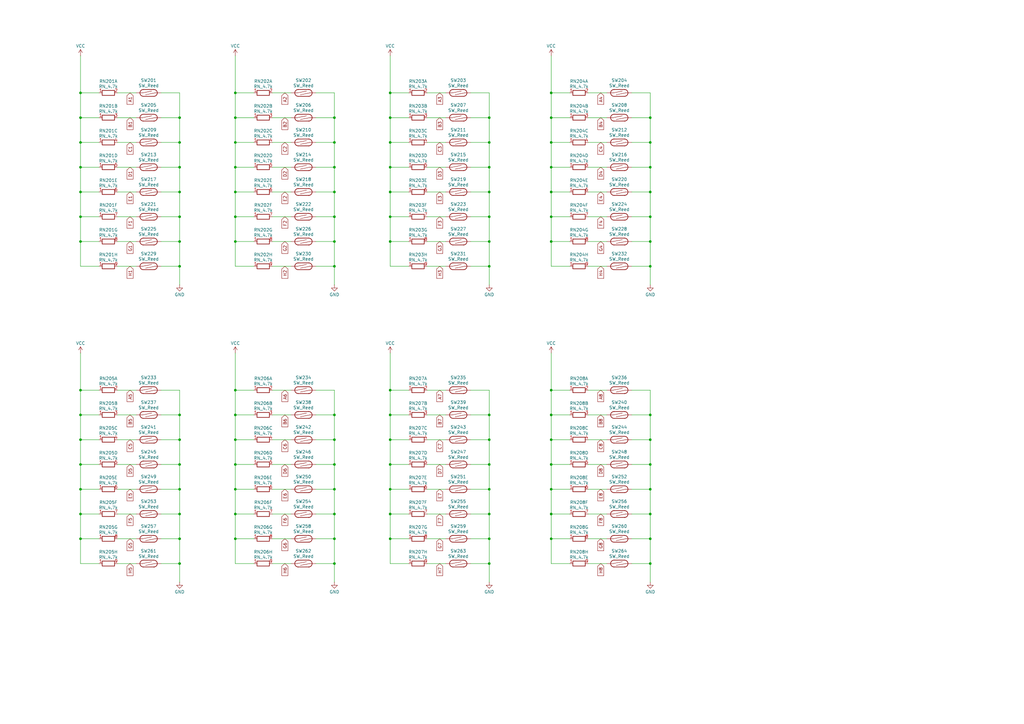
<source format=kicad_sch>
(kicad_sch
	(version 20250114)
	(generator "eeschema")
	(generator_version "9.0")
	(uuid "fb37692a-5587-4208-a280-c9e3cf674fdb")
	(paper "A3")
	
	(junction
		(at 226.06 58.42)
		(diameter 0)
		(color 0 0 0 0)
		(uuid "0100246d-494f-4f41-8822-cbfd6d830093")
	)
	(junction
		(at 200.66 170.18)
		(diameter 0)
		(color 0 0 0 0)
		(uuid "0374a5c7-929f-420e-83f4-271b43b3e054")
	)
	(junction
		(at 160.02 38.1)
		(diameter 0)
		(color 0 0 0 0)
		(uuid "05e211fb-4f04-4452-802a-9a2a31333427")
	)
	(junction
		(at 137.16 48.26)
		(diameter 0)
		(color 0 0 0 0)
		(uuid "09fe4f65-e318-4109-a900-a0c1d4d0063b")
	)
	(junction
		(at 266.7 220.98)
		(diameter 0)
		(color 0 0 0 0)
		(uuid "0d20e138-abf2-4a45-963e-927aacebaf16")
	)
	(junction
		(at 266.7 58.42)
		(diameter 0)
		(color 0 0 0 0)
		(uuid "104f082e-7719-4c62-8dad-56da819cf0b0")
	)
	(junction
		(at 33.02 38.1)
		(diameter 0)
		(color 0 0 0 0)
		(uuid "11e7355d-83e9-455a-83af-20c8b22c442b")
	)
	(junction
		(at 160.02 160.02)
		(diameter 0)
		(color 0 0 0 0)
		(uuid "1451b933-896a-46e4-bc4f-d71e0c62d4c0")
	)
	(junction
		(at 33.02 190.5)
		(diameter 0)
		(color 0 0 0 0)
		(uuid "173a37a7-86cc-48cb-ba5c-3b005b3b40d1")
	)
	(junction
		(at 33.02 48.26)
		(diameter 0)
		(color 0 0 0 0)
		(uuid "193eea31-b8f6-44f7-a0b5-b6a0cd17a14a")
	)
	(junction
		(at 96.52 58.42)
		(diameter 0)
		(color 0 0 0 0)
		(uuid "19c89a00-57b1-4647-83fb-57485c6f44a1")
	)
	(junction
		(at 137.16 190.5)
		(diameter 0)
		(color 0 0 0 0)
		(uuid "19e82b7c-55ab-4c20-b8d7-d1340caaae96")
	)
	(junction
		(at 160.02 99.06)
		(diameter 0)
		(color 0 0 0 0)
		(uuid "1ad7aa08-e873-403f-936c-a30750718aed")
	)
	(junction
		(at 96.52 170.18)
		(diameter 0)
		(color 0 0 0 0)
		(uuid "1c47c40a-9753-45fc-8457-6b5810c20df1")
	)
	(junction
		(at 73.66 231.14)
		(diameter 0)
		(color 0 0 0 0)
		(uuid "1dfb3f5b-75d0-4790-8314-0f5a0eb4943c")
	)
	(junction
		(at 266.7 99.06)
		(diameter 0)
		(color 0 0 0 0)
		(uuid "26be5e7c-6dec-41ef-bb47-0b563d742f56")
	)
	(junction
		(at 137.16 58.42)
		(diameter 0)
		(color 0 0 0 0)
		(uuid "273146f6-57aa-46d5-bd56-aa2ccad56b13")
	)
	(junction
		(at 96.52 210.82)
		(diameter 0)
		(color 0 0 0 0)
		(uuid "2a526971-9d15-4db3-9ed2-37892f27fb93")
	)
	(junction
		(at 200.66 68.58)
		(diameter 0)
		(color 0 0 0 0)
		(uuid "2c45e20d-3204-45b9-b514-662df8b15087")
	)
	(junction
		(at 73.66 78.74)
		(diameter 0)
		(color 0 0 0 0)
		(uuid "31df0d32-759f-405d-be58-9343039c0c14")
	)
	(junction
		(at 160.02 180.34)
		(diameter 0)
		(color 0 0 0 0)
		(uuid "31e9ec6b-a9f8-4680-9569-29f8972e97af")
	)
	(junction
		(at 200.66 200.66)
		(diameter 0)
		(color 0 0 0 0)
		(uuid "36d4ec0f-783f-4d92-ac43-36eca4abdc8e")
	)
	(junction
		(at 137.16 170.18)
		(diameter 0)
		(color 0 0 0 0)
		(uuid "37e3e202-c614-421a-9362-11bbbb7d944e")
	)
	(junction
		(at 96.52 38.1)
		(diameter 0)
		(color 0 0 0 0)
		(uuid "387d2d96-f1f3-4744-959c-ffdf03d7c49f")
	)
	(junction
		(at 137.16 88.9)
		(diameter 0)
		(color 0 0 0 0)
		(uuid "38f399a6-655b-44dc-966c-ad8b640be28e")
	)
	(junction
		(at 137.16 231.14)
		(diameter 0)
		(color 0 0 0 0)
		(uuid "3cb59fe9-79bd-47b8-bbf0-25fcfa80c3f4")
	)
	(junction
		(at 200.66 58.42)
		(diameter 0)
		(color 0 0 0 0)
		(uuid "4308bc66-9338-413c-bd1d-6f949bb90275")
	)
	(junction
		(at 96.52 68.58)
		(diameter 0)
		(color 0 0 0 0)
		(uuid "4a53df6c-0bab-4409-ae8b-b14e340987bf")
	)
	(junction
		(at 137.16 220.98)
		(diameter 0)
		(color 0 0 0 0)
		(uuid "4bbc1e24-c35e-4636-81d3-1db0b604d5c6")
	)
	(junction
		(at 226.06 48.26)
		(diameter 0)
		(color 0 0 0 0)
		(uuid "4ccfe06c-c67a-48d2-a5bb-b8e88341a2d4")
	)
	(junction
		(at 96.52 160.02)
		(diameter 0)
		(color 0 0 0 0)
		(uuid "4f18a18e-c907-4806-bf6f-9d92ea0623b4")
	)
	(junction
		(at 33.02 180.34)
		(diameter 0)
		(color 0 0 0 0)
		(uuid "56c9fa48-43a1-4d3b-bf98-40d477ce139e")
	)
	(junction
		(at 226.06 38.1)
		(diameter 0)
		(color 0 0 0 0)
		(uuid "5a1a7ca2-dd62-4500-b84b-f1c3700113e1")
	)
	(junction
		(at 73.66 190.5)
		(diameter 0)
		(color 0 0 0 0)
		(uuid "5a9d9bd4-0c86-4250-9dba-ce9b3b340f7b")
	)
	(junction
		(at 96.52 48.26)
		(diameter 0)
		(color 0 0 0 0)
		(uuid "5b163ef0-7116-4252-8546-6acf2fa609bc")
	)
	(junction
		(at 200.66 231.14)
		(diameter 0)
		(color 0 0 0 0)
		(uuid "5c5d09cd-8a5e-4233-90e6-9d2d1cf1c017")
	)
	(junction
		(at 266.7 190.5)
		(diameter 0)
		(color 0 0 0 0)
		(uuid "5ca63aec-0591-45af-b001-2343559a0b12")
	)
	(junction
		(at 266.7 200.66)
		(diameter 0)
		(color 0 0 0 0)
		(uuid "5d9af8e3-b84c-47ee-9687-8fce2dcf1485")
	)
	(junction
		(at 73.66 200.66)
		(diameter 0)
		(color 0 0 0 0)
		(uuid "5dce9b5a-441f-4520-83a4-b23efbc10892")
	)
	(junction
		(at 137.16 210.82)
		(diameter 0)
		(color 0 0 0 0)
		(uuid "60319c12-295b-4bcf-a350-2e97a716f34b")
	)
	(junction
		(at 33.02 58.42)
		(diameter 0)
		(color 0 0 0 0)
		(uuid "6091442b-daf0-44d7-a015-3547e38b8862")
	)
	(junction
		(at 33.02 160.02)
		(diameter 0)
		(color 0 0 0 0)
		(uuid "60b440de-3bb2-4e58-bd29-048016534f6f")
	)
	(junction
		(at 137.16 78.74)
		(diameter 0)
		(color 0 0 0 0)
		(uuid "6395ab71-00df-4bf5-96cd-3c911e882469")
	)
	(junction
		(at 96.52 200.66)
		(diameter 0)
		(color 0 0 0 0)
		(uuid "679c3386-9510-4c08-b6bb-84a762eb8ca3")
	)
	(junction
		(at 226.06 190.5)
		(diameter 0)
		(color 0 0 0 0)
		(uuid "67b436c8-3eb9-4265-a857-950e386afa0e")
	)
	(junction
		(at 226.06 200.66)
		(diameter 0)
		(color 0 0 0 0)
		(uuid "73685f12-b77a-4ef9-82ad-e46f6ca69e60")
	)
	(junction
		(at 160.02 78.74)
		(diameter 0)
		(color 0 0 0 0)
		(uuid "746aab72-b8ad-4bcd-8ee3-343c40c7218e")
	)
	(junction
		(at 266.7 68.58)
		(diameter 0)
		(color 0 0 0 0)
		(uuid "76436bbe-221c-4caa-96ef-1bf145f2b70f")
	)
	(junction
		(at 160.02 58.42)
		(diameter 0)
		(color 0 0 0 0)
		(uuid "79ad5b3d-6fb2-453e-a6fc-02c838db0ae1")
	)
	(junction
		(at 73.66 170.18)
		(diameter 0)
		(color 0 0 0 0)
		(uuid "7e1503c6-aa4e-4610-8dbb-734ce5d3a947")
	)
	(junction
		(at 137.16 180.34)
		(diameter 0)
		(color 0 0 0 0)
		(uuid "80c2a792-2454-45f4-87d6-c738e55d3c0e")
	)
	(junction
		(at 33.02 68.58)
		(diameter 0)
		(color 0 0 0 0)
		(uuid "854681ed-19e5-4fe5-bb19-c1263eeb4e10")
	)
	(junction
		(at 73.66 48.26)
		(diameter 0)
		(color 0 0 0 0)
		(uuid "8801178d-f9e3-4e64-8a22-c15d79969840")
	)
	(junction
		(at 160.02 200.66)
		(diameter 0)
		(color 0 0 0 0)
		(uuid "8cb42a92-d25e-4587-ac15-74833f036d44")
	)
	(junction
		(at 73.66 58.42)
		(diameter 0)
		(color 0 0 0 0)
		(uuid "8cf20a3b-8f72-4dbe-a535-8707ed8bcf50")
	)
	(junction
		(at 137.16 200.66)
		(diameter 0)
		(color 0 0 0 0)
		(uuid "8d33c797-48fb-48b3-9a75-cd3bee526ba9")
	)
	(junction
		(at 96.52 220.98)
		(diameter 0)
		(color 0 0 0 0)
		(uuid "8d50e27d-7033-419e-a5d8-55eb5e9ed684")
	)
	(junction
		(at 33.02 78.74)
		(diameter 0)
		(color 0 0 0 0)
		(uuid "8d9a743f-d874-47e8-adde-12f5a28fcf86")
	)
	(junction
		(at 200.66 48.26)
		(diameter 0)
		(color 0 0 0 0)
		(uuid "90c8fefe-e9a7-4e89-9162-586f7f882ee6")
	)
	(junction
		(at 160.02 68.58)
		(diameter 0)
		(color 0 0 0 0)
		(uuid "94dd767f-21ea-4420-9ae7-df372fc4febd")
	)
	(junction
		(at 200.66 109.22)
		(diameter 0)
		(color 0 0 0 0)
		(uuid "953ce9da-31da-411a-8c9c-64c27b45e39a")
	)
	(junction
		(at 226.06 68.58)
		(diameter 0)
		(color 0 0 0 0)
		(uuid "95ca3ae3-d84e-4ca2-b950-67266e98a974")
	)
	(junction
		(at 226.06 160.02)
		(diameter 0)
		(color 0 0 0 0)
		(uuid "960620a3-c4ea-41eb-a4b0-6ddbe7f9cd8f")
	)
	(junction
		(at 73.66 220.98)
		(diameter 0)
		(color 0 0 0 0)
		(uuid "993f3140-fadf-459a-bbd2-e8f3697a0347")
	)
	(junction
		(at 226.06 170.18)
		(diameter 0)
		(color 0 0 0 0)
		(uuid "9a2723b2-f437-41c3-aed2-160556abcd6d")
	)
	(junction
		(at 33.02 170.18)
		(diameter 0)
		(color 0 0 0 0)
		(uuid "9e2db7b1-ba93-4e26-a69c-f22ce5adbf47")
	)
	(junction
		(at 266.7 170.18)
		(diameter 0)
		(color 0 0 0 0)
		(uuid "9ece8ee3-60b4-4aa3-aa63-2e07687ff6ad")
	)
	(junction
		(at 200.66 88.9)
		(diameter 0)
		(color 0 0 0 0)
		(uuid "9efeef1f-7385-42ec-848e-d8b40d6e0047")
	)
	(junction
		(at 266.7 231.14)
		(diameter 0)
		(color 0 0 0 0)
		(uuid "a2f2ad43-512f-4ba0-8648-00e245beb477")
	)
	(junction
		(at 160.02 170.18)
		(diameter 0)
		(color 0 0 0 0)
		(uuid "a3abbab2-e9b8-4993-bd04-781258d29cbe")
	)
	(junction
		(at 160.02 48.26)
		(diameter 0)
		(color 0 0 0 0)
		(uuid "a61b7e30-1df1-48b0-a554-bf239019ac7a")
	)
	(junction
		(at 266.7 109.22)
		(diameter 0)
		(color 0 0 0 0)
		(uuid "a6a9e121-b956-45aa-a42f-3c278457b263")
	)
	(junction
		(at 137.16 99.06)
		(diameter 0)
		(color 0 0 0 0)
		(uuid "a798b2da-6c2c-4b3b-8cad-4db3c13af830")
	)
	(junction
		(at 137.16 109.22)
		(diameter 0)
		(color 0 0 0 0)
		(uuid "a834f621-af75-4d29-bfd7-360f7dff2ac7")
	)
	(junction
		(at 73.66 88.9)
		(diameter 0)
		(color 0 0 0 0)
		(uuid "aa4da3dc-8c08-4b2b-87c6-dd7290f582e9")
	)
	(junction
		(at 226.06 78.74)
		(diameter 0)
		(color 0 0 0 0)
		(uuid "b0a4dbf6-4d9e-4027-b081-fd0c58006e7a")
	)
	(junction
		(at 33.02 210.82)
		(diameter 0)
		(color 0 0 0 0)
		(uuid "b1d99485-e919-4dab-ab54-49964435c769")
	)
	(junction
		(at 160.02 220.98)
		(diameter 0)
		(color 0 0 0 0)
		(uuid "b321aa26-f30b-4eac-b3c9-16a196191792")
	)
	(junction
		(at 226.06 180.34)
		(diameter 0)
		(color 0 0 0 0)
		(uuid "b5b6fc9c-0635-4005-81df-98cc5db7641e")
	)
	(junction
		(at 160.02 190.5)
		(diameter 0)
		(color 0 0 0 0)
		(uuid "b62d3f8f-4c4a-4d3d-853c-c81fa01487bc")
	)
	(junction
		(at 96.52 180.34)
		(diameter 0)
		(color 0 0 0 0)
		(uuid "bae70148-9f15-44e7-919d-e4d4d0c41ede")
	)
	(junction
		(at 266.7 88.9)
		(diameter 0)
		(color 0 0 0 0)
		(uuid "c1ffc72c-5066-475a-b43d-ea52458fd4df")
	)
	(junction
		(at 200.66 78.74)
		(diameter 0)
		(color 0 0 0 0)
		(uuid "c3d875a9-b4e5-4bf0-8c20-45aa1aee8882")
	)
	(junction
		(at 33.02 88.9)
		(diameter 0)
		(color 0 0 0 0)
		(uuid "c7505e14-8bad-45c6-9905-3b13d52bd58a")
	)
	(junction
		(at 226.06 220.98)
		(diameter 0)
		(color 0 0 0 0)
		(uuid "c83264d1-dd4f-4cae-b6a0-c5f6f6bf94d6")
	)
	(junction
		(at 73.66 68.58)
		(diameter 0)
		(color 0 0 0 0)
		(uuid "c9bc575d-ec69-463d-8063-def788cd07b4")
	)
	(junction
		(at 73.66 109.22)
		(diameter 0)
		(color 0 0 0 0)
		(uuid "cbcedb91-ee35-420c-ba67-2c2df876cdd1")
	)
	(junction
		(at 200.66 190.5)
		(diameter 0)
		(color 0 0 0 0)
		(uuid "cd4a8aa6-79e2-4e40-b28a-88ba6294d6d2")
	)
	(junction
		(at 33.02 99.06)
		(diameter 0)
		(color 0 0 0 0)
		(uuid "cfe0ee8a-7f04-483b-b35c-700a968d9af2")
	)
	(junction
		(at 266.7 180.34)
		(diameter 0)
		(color 0 0 0 0)
		(uuid "d0183266-0dd1-4453-b660-ebccbc548161")
	)
	(junction
		(at 200.66 210.82)
		(diameter 0)
		(color 0 0 0 0)
		(uuid "d138d07e-713f-4f36-a773-ac78d2d134fc")
	)
	(junction
		(at 96.52 190.5)
		(diameter 0)
		(color 0 0 0 0)
		(uuid "d153380f-cfb0-4d5b-ab03-df957b0bc925")
	)
	(junction
		(at 200.66 99.06)
		(diameter 0)
		(color 0 0 0 0)
		(uuid "d4198f12-08a2-4c80-9f7c-ab1ac5154f3f")
	)
	(junction
		(at 200.66 180.34)
		(diameter 0)
		(color 0 0 0 0)
		(uuid "d4827f67-d855-49c8-986a-2d4d1eff838c")
	)
	(junction
		(at 226.06 99.06)
		(diameter 0)
		(color 0 0 0 0)
		(uuid "d49afdc5-7398-44eb-9fda-83abdefcd527")
	)
	(junction
		(at 73.66 99.06)
		(diameter 0)
		(color 0 0 0 0)
		(uuid "d5086b0c-d012-41e7-8149-8992ffc8f3c7")
	)
	(junction
		(at 266.7 78.74)
		(diameter 0)
		(color 0 0 0 0)
		(uuid "d582f9ee-f829-472b-9256-9ae3277ee1a6")
	)
	(junction
		(at 96.52 99.06)
		(diameter 0)
		(color 0 0 0 0)
		(uuid "d6db95ce-06e7-4848-a734-108dd4c94ace")
	)
	(junction
		(at 200.66 220.98)
		(diameter 0)
		(color 0 0 0 0)
		(uuid "d91b53bd-d43a-465c-8844-42ea8b5acb73")
	)
	(junction
		(at 73.66 210.82)
		(diameter 0)
		(color 0 0 0 0)
		(uuid "d9dc9e00-e973-4cb0-9c01-22758d7722f5")
	)
	(junction
		(at 226.06 210.82)
		(diameter 0)
		(color 0 0 0 0)
		(uuid "dd6175fb-514c-4135-81dd-5843e3c83535")
	)
	(junction
		(at 96.52 78.74)
		(diameter 0)
		(color 0 0 0 0)
		(uuid "e5bffeaf-c86e-4228-be40-92371b5a3540")
	)
	(junction
		(at 33.02 200.66)
		(diameter 0)
		(color 0 0 0 0)
		(uuid "e690d663-13a1-478b-bb9d-c6193bbeb014")
	)
	(junction
		(at 73.66 180.34)
		(diameter 0)
		(color 0 0 0 0)
		(uuid "e7ab5c0d-91a4-4865-8b11-7c99de589534")
	)
	(junction
		(at 33.02 220.98)
		(diameter 0)
		(color 0 0 0 0)
		(uuid "e8824fee-e32f-4167-b94f-395170e180a4")
	)
	(junction
		(at 160.02 210.82)
		(diameter 0)
		(color 0 0 0 0)
		(uuid "ec2fa334-d563-4326-a725-8323f045a310")
	)
	(junction
		(at 266.7 48.26)
		(diameter 0)
		(color 0 0 0 0)
		(uuid "efd42663-650c-4d31-93f5-1ec2fa1f4eff")
	)
	(junction
		(at 160.02 88.9)
		(diameter 0)
		(color 0 0 0 0)
		(uuid "f6e29f9d-fff8-40b6-926c-a0837dd2e159")
	)
	(junction
		(at 96.52 88.9)
		(diameter 0)
		(color 0 0 0 0)
		(uuid "fb16f1e4-ebc0-4c46-9225-2431e724a809")
	)
	(junction
		(at 226.06 88.9)
		(diameter 0)
		(color 0 0 0 0)
		(uuid "fe03a6da-9c9c-4d9d-9ec4-9a1abf6a64dc")
	)
	(junction
		(at 137.16 68.58)
		(diameter 0)
		(color 0 0 0 0)
		(uuid "fe17aacc-155c-48ce-979e-bf29b14c61ba")
	)
	(junction
		(at 266.7 210.82)
		(diameter 0)
		(color 0 0 0 0)
		(uuid "fe75a74a-3f5e-4e2a-8733-fad0928c5eeb")
	)
	(wire
		(pts
			(xy 175.26 160.02) (xy 182.88 160.02)
		)
		(stroke
			(width 0)
			(type default)
		)
		(uuid "000ca6c3-8d98-4b73-92eb-991f42770579")
	)
	(wire
		(pts
			(xy 175.26 180.34) (xy 182.88 180.34)
		)
		(stroke
			(width 0)
			(type default)
		)
		(uuid "00415db5-06be-4110-b5a2-8de3f1a5547a")
	)
	(wire
		(pts
			(xy 226.06 99.06) (xy 226.06 109.22)
		)
		(stroke
			(width 0)
			(type default)
		)
		(uuid "0074f60b-bce5-4c01-972d-e6a1eceafc63")
	)
	(wire
		(pts
			(xy 129.54 99.06) (xy 137.16 99.06)
		)
		(stroke
			(width 0)
			(type default)
		)
		(uuid "010b26e0-877b-4a4a-aabb-973925d716ef")
	)
	(wire
		(pts
			(xy 266.7 200.66) (xy 266.7 210.82)
		)
		(stroke
			(width 0)
			(type default)
		)
		(uuid "012b4026-3673-4ae4-9ec1-892e4252fb1a")
	)
	(wire
		(pts
			(xy 226.06 48.26) (xy 226.06 58.42)
		)
		(stroke
			(width 0)
			(type default)
		)
		(uuid "01c45245-d020-439b-a1c0-d07a04b6e361")
	)
	(wire
		(pts
			(xy 266.7 160.02) (xy 266.7 170.18)
		)
		(stroke
			(width 0)
			(type default)
		)
		(uuid "020888d7-ce03-422b-9ec4-f762e64ac5c9")
	)
	(wire
		(pts
			(xy 129.54 180.34) (xy 137.16 180.34)
		)
		(stroke
			(width 0)
			(type default)
		)
		(uuid "029173cc-0d41-4034-8d8c-e010671e3aa6")
	)
	(wire
		(pts
			(xy 111.76 231.14) (xy 119.38 231.14)
		)
		(stroke
			(width 0)
			(type default)
		)
		(uuid "02febc2b-57cd-4b3c-8215-d5a6c584295d")
	)
	(wire
		(pts
			(xy 104.14 231.14) (xy 96.52 231.14)
		)
		(stroke
			(width 0)
			(type default)
		)
		(uuid "03af35ce-fb01-4092-b083-fcf4a782926a")
	)
	(wire
		(pts
			(xy 96.52 220.98) (xy 104.14 220.98)
		)
		(stroke
			(width 0)
			(type default)
		)
		(uuid "03ca4949-48fe-40f7-b544-57b02ff762e9")
	)
	(wire
		(pts
			(xy 111.76 109.22) (xy 119.38 109.22)
		)
		(stroke
			(width 0)
			(type default)
		)
		(uuid "04536008-1834-4f95-b9dd-f70e60185281")
	)
	(wire
		(pts
			(xy 241.3 78.74) (xy 248.92 78.74)
		)
		(stroke
			(width 0)
			(type default)
		)
		(uuid "04feaf80-f1f5-4c50-b97f-3316303495f1")
	)
	(wire
		(pts
			(xy 33.02 48.26) (xy 40.64 48.26)
		)
		(stroke
			(width 0)
			(type default)
		)
		(uuid "05101dc8-8911-4a55-9130-0d567dcccde5")
	)
	(wire
		(pts
			(xy 111.76 180.34) (xy 119.38 180.34)
		)
		(stroke
			(width 0)
			(type default)
		)
		(uuid "0517f20e-3901-4081-8b54-62faf481d448")
	)
	(wire
		(pts
			(xy 160.02 200.66) (xy 167.64 200.66)
		)
		(stroke
			(width 0)
			(type default)
		)
		(uuid "06a611a8-cb7e-45a6-9fbc-348aa1d3ff81")
	)
	(wire
		(pts
			(xy 96.52 99.06) (xy 96.52 109.22)
		)
		(stroke
			(width 0)
			(type default)
		)
		(uuid "0760f895-fa38-48de-9db6-5f1c2ffd2d54")
	)
	(wire
		(pts
			(xy 33.02 58.42) (xy 40.64 58.42)
		)
		(stroke
			(width 0)
			(type default)
		)
		(uuid "09423be2-4ace-4db3-89c8-e344c7292031")
	)
	(wire
		(pts
			(xy 193.04 210.82) (xy 200.66 210.82)
		)
		(stroke
			(width 0)
			(type default)
		)
		(uuid "09e54ca2-de0d-4c97-baf5-d38146b424c2")
	)
	(wire
		(pts
			(xy 33.02 220.98) (xy 33.02 231.14)
		)
		(stroke
			(width 0)
			(type default)
		)
		(uuid "0a4cca0e-f1b0-404b-b18b-5dce0dd23f4a")
	)
	(wire
		(pts
			(xy 266.7 231.14) (xy 266.7 238.76)
		)
		(stroke
			(width 0)
			(type default)
		)
		(uuid "0a7e1bcb-bce5-44a3-bc14-526c5a3bba27")
	)
	(wire
		(pts
			(xy 241.3 68.58) (xy 248.92 68.58)
		)
		(stroke
			(width 0)
			(type default)
		)
		(uuid "0b27d5fe-5be1-40fd-b168-f02009fa48b4")
	)
	(wire
		(pts
			(xy 137.16 210.82) (xy 137.16 220.98)
		)
		(stroke
			(width 0)
			(type default)
		)
		(uuid "0bcdd629-e1d0-434a-8d0e-d8b07c4cbad2")
	)
	(wire
		(pts
			(xy 48.26 200.66) (xy 55.88 200.66)
		)
		(stroke
			(width 0)
			(type default)
		)
		(uuid "0cdd2dc4-27d0-4c87-9259-107e6727f253")
	)
	(wire
		(pts
			(xy 241.3 38.1) (xy 248.92 38.1)
		)
		(stroke
			(width 0)
			(type default)
		)
		(uuid "0fae62d5-43c6-4791-90bb-64e03936993e")
	)
	(wire
		(pts
			(xy 96.52 78.74) (xy 104.14 78.74)
		)
		(stroke
			(width 0)
			(type default)
		)
		(uuid "10812d2d-9ba4-44b9-936e-fb8d81c7aba4")
	)
	(wire
		(pts
			(xy 266.7 109.22) (xy 266.7 116.84)
		)
		(stroke
			(width 0)
			(type default)
		)
		(uuid "10af4fac-d638-4e65-b54d-534e5cd8df4f")
	)
	(wire
		(pts
			(xy 259.08 78.74) (xy 266.7 78.74)
		)
		(stroke
			(width 0)
			(type default)
		)
		(uuid "11223f47-d8bd-4b2c-9ffa-28452cd33d6a")
	)
	(wire
		(pts
			(xy 193.04 38.1) (xy 200.66 38.1)
		)
		(stroke
			(width 0)
			(type default)
		)
		(uuid "1174b198-8dcd-40eb-81c9-47d817791ad5")
	)
	(wire
		(pts
			(xy 160.02 38.1) (xy 160.02 48.26)
		)
		(stroke
			(width 0)
			(type default)
		)
		(uuid "139bd77e-b3ba-4c48-b2ed-ed113980f58f")
	)
	(wire
		(pts
			(xy 160.02 160.02) (xy 167.64 160.02)
		)
		(stroke
			(width 0)
			(type default)
		)
		(uuid "13b210d8-7ddb-4a3f-bbd5-16804661a084")
	)
	(wire
		(pts
			(xy 259.08 190.5) (xy 266.7 190.5)
		)
		(stroke
			(width 0)
			(type default)
		)
		(uuid "14d8aaad-9b8e-4796-8fea-8dd079b58730")
	)
	(wire
		(pts
			(xy 33.02 38.1) (xy 40.64 38.1)
		)
		(stroke
			(width 0)
			(type default)
		)
		(uuid "16536f99-94cc-4d98-9690-10d214f4f722")
	)
	(wire
		(pts
			(xy 73.66 220.98) (xy 73.66 231.14)
		)
		(stroke
			(width 0)
			(type default)
		)
		(uuid "165aa89b-3243-473d-8751-97aa9893aebe")
	)
	(wire
		(pts
			(xy 48.26 48.26) (xy 55.88 48.26)
		)
		(stroke
			(width 0)
			(type default)
		)
		(uuid "169c026c-21df-46e7-8b91-bef0303c6ade")
	)
	(wire
		(pts
			(xy 160.02 210.82) (xy 160.02 220.98)
		)
		(stroke
			(width 0)
			(type default)
		)
		(uuid "16d13bb3-c404-48cb-833a-d4250c95edf5")
	)
	(wire
		(pts
			(xy 66.04 68.58) (xy 73.66 68.58)
		)
		(stroke
			(width 0)
			(type default)
		)
		(uuid "16fab21a-2be4-4edc-a01f-a3cd98bcface")
	)
	(wire
		(pts
			(xy 66.04 170.18) (xy 73.66 170.18)
		)
		(stroke
			(width 0)
			(type default)
		)
		(uuid "170c0e0b-3e6a-40e3-a883-662846459ea1")
	)
	(wire
		(pts
			(xy 226.06 22.86) (xy 226.06 38.1)
		)
		(stroke
			(width 0)
			(type default)
		)
		(uuid "17492d4c-0b28-4d8a-bb23-c177d1e4832c")
	)
	(wire
		(pts
			(xy 226.06 200.66) (xy 226.06 210.82)
		)
		(stroke
			(width 0)
			(type default)
		)
		(uuid "17f6a6f9-1720-4487-a2a2-6cbf1b80f665")
	)
	(wire
		(pts
			(xy 96.52 38.1) (xy 104.14 38.1)
		)
		(stroke
			(width 0)
			(type default)
		)
		(uuid "18bbf955-0c39-477a-b0c3-2c460656fd17")
	)
	(wire
		(pts
			(xy 96.52 58.42) (xy 104.14 58.42)
		)
		(stroke
			(width 0)
			(type default)
		)
		(uuid "18d18426-00fd-4a22-8103-b3584bad23cb")
	)
	(wire
		(pts
			(xy 160.02 68.58) (xy 167.64 68.58)
		)
		(stroke
			(width 0)
			(type default)
		)
		(uuid "19ff5503-3bd4-42d2-a22a-5e45141c71ff")
	)
	(wire
		(pts
			(xy 160.02 78.74) (xy 160.02 88.9)
		)
		(stroke
			(width 0)
			(type default)
		)
		(uuid "1ad22d49-84fe-40f5-9b77-088fafdc5153")
	)
	(wire
		(pts
			(xy 266.7 58.42) (xy 266.7 68.58)
		)
		(stroke
			(width 0)
			(type default)
		)
		(uuid "1ae80316-4f03-49e3-9c92-24e5bf3dd32f")
	)
	(wire
		(pts
			(xy 33.02 22.86) (xy 33.02 38.1)
		)
		(stroke
			(width 0)
			(type default)
		)
		(uuid "1afa602a-4d49-41ae-82a1-da9f3ccc3cc2")
	)
	(wire
		(pts
			(xy 193.04 99.06) (xy 200.66 99.06)
		)
		(stroke
			(width 0)
			(type default)
		)
		(uuid "1be0da9f-8e6e-45a2-b723-e48c0abe3716")
	)
	(wire
		(pts
			(xy 266.7 210.82) (xy 266.7 220.98)
		)
		(stroke
			(width 0)
			(type default)
		)
		(uuid "1c015a98-532e-4c12-951b-504f238bc3b0")
	)
	(wire
		(pts
			(xy 193.04 190.5) (xy 200.66 190.5)
		)
		(stroke
			(width 0)
			(type default)
		)
		(uuid "1c07d792-27f2-4060-9e12-7c88f9f9deae")
	)
	(wire
		(pts
			(xy 48.26 109.22) (xy 55.88 109.22)
		)
		(stroke
			(width 0)
			(type default)
		)
		(uuid "1c142e61-f291-4b36-afc6-908c36469953")
	)
	(wire
		(pts
			(xy 137.16 180.34) (xy 137.16 190.5)
		)
		(stroke
			(width 0)
			(type default)
		)
		(uuid "1c28c6ac-9965-43b7-a569-9df2364bf6be")
	)
	(wire
		(pts
			(xy 259.08 109.22) (xy 266.7 109.22)
		)
		(stroke
			(width 0)
			(type default)
		)
		(uuid "1cee768c-52d1-4935-9252-962cbb2ad557")
	)
	(wire
		(pts
			(xy 226.06 58.42) (xy 233.68 58.42)
		)
		(stroke
			(width 0)
			(type default)
		)
		(uuid "1e78304f-a988-4689-a69a-47836037a1e4")
	)
	(wire
		(pts
			(xy 266.7 180.34) (xy 266.7 190.5)
		)
		(stroke
			(width 0)
			(type default)
		)
		(uuid "1e886f33-b6e2-48b1-9f61-266fa86e0fd4")
	)
	(wire
		(pts
			(xy 193.04 170.18) (xy 200.66 170.18)
		)
		(stroke
			(width 0)
			(type default)
		)
		(uuid "1ec09904-6f62-4d07-8443-6bf59a542b17")
	)
	(wire
		(pts
			(xy 96.52 68.58) (xy 104.14 68.58)
		)
		(stroke
			(width 0)
			(type default)
		)
		(uuid "1f151b9f-0d63-4cae-9513-493c7c5162cd")
	)
	(wire
		(pts
			(xy 259.08 48.26) (xy 266.7 48.26)
		)
		(stroke
			(width 0)
			(type default)
		)
		(uuid "1f9a264b-87e7-4c61-98f7-71de04915ce9")
	)
	(wire
		(pts
			(xy 175.26 231.14) (xy 182.88 231.14)
		)
		(stroke
			(width 0)
			(type default)
		)
		(uuid "23ddcad7-3ab6-4c12-a9aa-450b20451b5b")
	)
	(wire
		(pts
			(xy 160.02 180.34) (xy 160.02 190.5)
		)
		(stroke
			(width 0)
			(type default)
		)
		(uuid "240ad491-ccca-4aad-ae0e-c72c4e655784")
	)
	(wire
		(pts
			(xy 48.26 190.5) (xy 55.88 190.5)
		)
		(stroke
			(width 0)
			(type default)
		)
		(uuid "24843103-3cb2-4c38-8389-5691ecd5ee20")
	)
	(wire
		(pts
			(xy 66.04 99.06) (xy 73.66 99.06)
		)
		(stroke
			(width 0)
			(type default)
		)
		(uuid "2624fc9a-2d7e-4d96-8e53-0a5dec5497c1")
	)
	(wire
		(pts
			(xy 96.52 68.58) (xy 96.52 78.74)
		)
		(stroke
			(width 0)
			(type default)
		)
		(uuid "27d6a551-cf5f-4a2b-8441-600729c92b8a")
	)
	(wire
		(pts
			(xy 259.08 160.02) (xy 266.7 160.02)
		)
		(stroke
			(width 0)
			(type default)
		)
		(uuid "280bcc2b-6fe6-4a4a-8f6e-0bda833defa7")
	)
	(wire
		(pts
			(xy 48.26 78.74) (xy 55.88 78.74)
		)
		(stroke
			(width 0)
			(type default)
		)
		(uuid "2851810a-44b4-4ec2-b4f3-2794b1f27f14")
	)
	(wire
		(pts
			(xy 160.02 78.74) (xy 167.64 78.74)
		)
		(stroke
			(width 0)
			(type default)
		)
		(uuid "2888b648-d832-48ba-9fcb-f85450748b44")
	)
	(wire
		(pts
			(xy 129.54 190.5) (xy 137.16 190.5)
		)
		(stroke
			(width 0)
			(type default)
		)
		(uuid "2a1f7def-449f-4917-957d-8dc1d2490c5d")
	)
	(wire
		(pts
			(xy 226.06 220.98) (xy 226.06 231.14)
		)
		(stroke
			(width 0)
			(type default)
		)
		(uuid "2a4b7f0b-7f50-4613-bc39-65ab063fcff2")
	)
	(wire
		(pts
			(xy 73.66 231.14) (xy 73.66 238.76)
		)
		(stroke
			(width 0)
			(type default)
		)
		(uuid "2aa871ab-3105-4790-8b00-8c6f43ae0e91")
	)
	(wire
		(pts
			(xy 241.3 48.26) (xy 248.92 48.26)
		)
		(stroke
			(width 0)
			(type default)
		)
		(uuid "2b6873d6-99dd-4b97-80c7-dd53e4fd54f6")
	)
	(wire
		(pts
			(xy 137.16 48.26) (xy 137.16 58.42)
		)
		(stroke
			(width 0)
			(type default)
		)
		(uuid "2bb3f6c0-1935-4cf3-be03-0878169935c6")
	)
	(wire
		(pts
			(xy 193.04 180.34) (xy 200.66 180.34)
		)
		(stroke
			(width 0)
			(type default)
		)
		(uuid "2c1acdbe-8bd4-46f2-8874-c9cf264e1579")
	)
	(wire
		(pts
			(xy 66.04 160.02) (xy 73.66 160.02)
		)
		(stroke
			(width 0)
			(type default)
		)
		(uuid "2d3160d6-c5de-4c68-95a9-8de8a00cfd97")
	)
	(wire
		(pts
			(xy 259.08 88.9) (xy 266.7 88.9)
		)
		(stroke
			(width 0)
			(type default)
		)
		(uuid "2d3bc673-c828-44ad-9fa4-07d95a139e7e")
	)
	(wire
		(pts
			(xy 193.04 220.98) (xy 200.66 220.98)
		)
		(stroke
			(width 0)
			(type default)
		)
		(uuid "2e55ca87-8d94-4d34-bfcb-6d02ce07a0e6")
	)
	(wire
		(pts
			(xy 111.76 190.5) (xy 119.38 190.5)
		)
		(stroke
			(width 0)
			(type default)
		)
		(uuid "2f05b307-7b18-4693-87d5-1dddb8c80f4a")
	)
	(wire
		(pts
			(xy 73.66 210.82) (xy 73.66 220.98)
		)
		(stroke
			(width 0)
			(type default)
		)
		(uuid "30b9187d-1adf-4886-a4a1-c18f40f55539")
	)
	(wire
		(pts
			(xy 226.06 38.1) (xy 233.68 38.1)
		)
		(stroke
			(width 0)
			(type default)
		)
		(uuid "31531591-d87e-44a3-83c6-8be81809ccb4")
	)
	(wire
		(pts
			(xy 226.06 210.82) (xy 226.06 220.98)
		)
		(stroke
			(width 0)
			(type default)
		)
		(uuid "31af47bc-edea-45d1-87cc-6341e15e02b3")
	)
	(wire
		(pts
			(xy 33.02 190.5) (xy 33.02 200.66)
		)
		(stroke
			(width 0)
			(type default)
		)
		(uuid "333f03ec-dc3b-468f-9b31-1f9ac44c238b")
	)
	(wire
		(pts
			(xy 259.08 68.58) (xy 266.7 68.58)
		)
		(stroke
			(width 0)
			(type default)
		)
		(uuid "343a0820-f3db-4ba5-acff-d4fa94ece9c6")
	)
	(wire
		(pts
			(xy 96.52 58.42) (xy 96.52 68.58)
		)
		(stroke
			(width 0)
			(type default)
		)
		(uuid "36f3f5a7-ee91-443a-9867-6917c32e8189")
	)
	(wire
		(pts
			(xy 160.02 144.78) (xy 160.02 160.02)
		)
		(stroke
			(width 0)
			(type default)
		)
		(uuid "36f6ca82-676d-48e1-8984-7b71469b29b7")
	)
	(wire
		(pts
			(xy 129.54 68.58) (xy 137.16 68.58)
		)
		(stroke
			(width 0)
			(type default)
		)
		(uuid "3cd943e1-4739-4336-9a67-12728cbf09d0")
	)
	(wire
		(pts
			(xy 160.02 160.02) (xy 160.02 170.18)
		)
		(stroke
			(width 0)
			(type default)
		)
		(uuid "3d2dd41b-b87b-4c13-bea5-14239a6e5e4b")
	)
	(wire
		(pts
			(xy 137.16 99.06) (xy 137.16 109.22)
		)
		(stroke
			(width 0)
			(type default)
		)
		(uuid "41b5b5ea-5dce-4b53-aea3-ed4a8bd88dc7")
	)
	(wire
		(pts
			(xy 160.02 200.66) (xy 160.02 210.82)
		)
		(stroke
			(width 0)
			(type default)
		)
		(uuid "42f3f7f7-485a-49ae-9bfd-4e57f168a6d0")
	)
	(wire
		(pts
			(xy 160.02 38.1) (xy 167.64 38.1)
		)
		(stroke
			(width 0)
			(type default)
		)
		(uuid "44232cf8-5c8e-4b55-abcb-b2942cce38ad")
	)
	(wire
		(pts
			(xy 73.66 88.9) (xy 73.66 99.06)
		)
		(stroke
			(width 0)
			(type default)
		)
		(uuid "446d2a90-8e1b-4e92-96ba-8c7aa65d931d")
	)
	(wire
		(pts
			(xy 111.76 88.9) (xy 119.38 88.9)
		)
		(stroke
			(width 0)
			(type default)
		)
		(uuid "44abd5f7-6693-4a2a-a765-17c11c8f2ffd")
	)
	(wire
		(pts
			(xy 226.06 180.34) (xy 226.06 190.5)
		)
		(stroke
			(width 0)
			(type default)
		)
		(uuid "44d0f6d0-be64-49b7-b23d-ef4634375d53")
	)
	(wire
		(pts
			(xy 160.02 170.18) (xy 160.02 180.34)
		)
		(stroke
			(width 0)
			(type default)
		)
		(uuid "44e1e6b4-33c4-44b8-8c5d-616e4cb2163c")
	)
	(wire
		(pts
			(xy 66.04 231.14) (xy 73.66 231.14)
		)
		(stroke
			(width 0)
			(type default)
		)
		(uuid "4527fb1c-2b8d-4f8e-89b1-8d869e5d14ec")
	)
	(wire
		(pts
			(xy 96.52 170.18) (xy 96.52 180.34)
		)
		(stroke
			(width 0)
			(type default)
		)
		(uuid "4798c4c8-6ea5-4460-b543-dcef96a99a8a")
	)
	(wire
		(pts
			(xy 226.06 160.02) (xy 233.68 160.02)
		)
		(stroke
			(width 0)
			(type default)
		)
		(uuid "48322a4f-143d-44f1-9fa6-9c9aa4bfecd7")
	)
	(wire
		(pts
			(xy 129.54 170.18) (xy 137.16 170.18)
		)
		(stroke
			(width 0)
			(type default)
		)
		(uuid "48d334c7-bd08-43e9-8bea-fcfe4f3d22d8")
	)
	(wire
		(pts
			(xy 241.3 99.06) (xy 248.92 99.06)
		)
		(stroke
			(width 0)
			(type default)
		)
		(uuid "49fdf68a-dec8-4c62-8edc-17ad4748efa7")
	)
	(wire
		(pts
			(xy 137.16 68.58) (xy 137.16 78.74)
		)
		(stroke
			(width 0)
			(type default)
		)
		(uuid "4afd9990-3817-4313-b561-d5558d5f1e5e")
	)
	(wire
		(pts
			(xy 160.02 180.34) (xy 167.64 180.34)
		)
		(stroke
			(width 0)
			(type default)
		)
		(uuid "4b2750c7-7a53-465d-b297-2a2d11d4ae3f")
	)
	(wire
		(pts
			(xy 96.52 200.66) (xy 96.52 210.82)
		)
		(stroke
			(width 0)
			(type default)
		)
		(uuid "4c0fc4c4-972a-4dad-9a5d-b2ac94a21457")
	)
	(wire
		(pts
			(xy 48.26 99.06) (xy 55.88 99.06)
		)
		(stroke
			(width 0)
			(type default)
		)
		(uuid "4c61123c-3803-48e6-a251-ae86ce11f77a")
	)
	(wire
		(pts
			(xy 73.66 200.66) (xy 73.66 210.82)
		)
		(stroke
			(width 0)
			(type default)
		)
		(uuid "4e2f2f85-3973-4125-bb00-b647058d7686")
	)
	(wire
		(pts
			(xy 241.3 200.66) (xy 248.92 200.66)
		)
		(stroke
			(width 0)
			(type default)
		)
		(uuid "4ed746e8-fca3-410c-8ac2-f8431cabc85f")
	)
	(wire
		(pts
			(xy 96.52 78.74) (xy 96.52 88.9)
		)
		(stroke
			(width 0)
			(type default)
		)
		(uuid "500ea692-f532-42f2-8c93-385548bbece5")
	)
	(wire
		(pts
			(xy 175.26 220.98) (xy 182.88 220.98)
		)
		(stroke
			(width 0)
			(type default)
		)
		(uuid "50d0ed2d-0784-499a-b4ae-9c7cbd861eb4")
	)
	(wire
		(pts
			(xy 167.64 109.22) (xy 160.02 109.22)
		)
		(stroke
			(width 0)
			(type default)
		)
		(uuid "511b2598-898b-4eb2-9aba-5c696109c516")
	)
	(wire
		(pts
			(xy 241.3 88.9) (xy 248.92 88.9)
		)
		(stroke
			(width 0)
			(type default)
		)
		(uuid "51a5b1b6-3fb8-4f49-ab0c-9a874c05c434")
	)
	(wire
		(pts
			(xy 175.26 68.58) (xy 182.88 68.58)
		)
		(stroke
			(width 0)
			(type default)
		)
		(uuid "5287c737-228a-49cf-8b80-3b51880f71b9")
	)
	(wire
		(pts
			(xy 111.76 68.58) (xy 119.38 68.58)
		)
		(stroke
			(width 0)
			(type default)
		)
		(uuid "529d00a3-18fd-487e-9523-1fe19f54f0eb")
	)
	(wire
		(pts
			(xy 73.66 160.02) (xy 73.66 170.18)
		)
		(stroke
			(width 0)
			(type default)
		)
		(uuid "537b3ee8-c4ac-4b45-9f8b-25f0b1665043")
	)
	(wire
		(pts
			(xy 96.52 144.78) (xy 96.52 160.02)
		)
		(stroke
			(width 0)
			(type default)
		)
		(uuid "55630cf6-eedb-4086-9a8e-e8733e85eff1")
	)
	(wire
		(pts
			(xy 66.04 190.5) (xy 73.66 190.5)
		)
		(stroke
			(width 0)
			(type default)
		)
		(uuid "56768bf4-fc92-4ada-abb5-d61832d341c5")
	)
	(wire
		(pts
			(xy 200.66 68.58) (xy 200.66 78.74)
		)
		(stroke
			(width 0)
			(type default)
		)
		(uuid "567b62ef-580c-4581-b823-f3cf19028b31")
	)
	(wire
		(pts
			(xy 193.04 160.02) (xy 200.66 160.02)
		)
		(stroke
			(width 0)
			(type default)
		)
		(uuid "571aafb4-f22a-4586-adb5-612162196e32")
	)
	(wire
		(pts
			(xy 33.02 88.9) (xy 33.02 99.06)
		)
		(stroke
			(width 0)
			(type default)
		)
		(uuid "5727ffe2-fcd4-4526-bcc8-7262e107b3b3")
	)
	(wire
		(pts
			(xy 175.26 48.26) (xy 182.88 48.26)
		)
		(stroke
			(width 0)
			(type default)
		)
		(uuid "575a97d5-ab07-4a38-a911-e8c60f62184e")
	)
	(wire
		(pts
			(xy 266.7 220.98) (xy 266.7 231.14)
		)
		(stroke
			(width 0)
			(type default)
		)
		(uuid "576d13ee-b359-4c1f-8065-c32750bce143")
	)
	(wire
		(pts
			(xy 160.02 220.98) (xy 167.64 220.98)
		)
		(stroke
			(width 0)
			(type default)
		)
		(uuid "57ae1ff1-867d-4a31-a5ea-e1e3aedb7149")
	)
	(wire
		(pts
			(xy 241.3 58.42) (xy 248.92 58.42)
		)
		(stroke
			(width 0)
			(type default)
		)
		(uuid "57ae8299-3b36-415b-beb9-9d77f89df24e")
	)
	(wire
		(pts
			(xy 129.54 109.22) (xy 137.16 109.22)
		)
		(stroke
			(width 0)
			(type default)
		)
		(uuid "582b654e-37fc-49b4-b20f-98c5f9b8f2b6")
	)
	(wire
		(pts
			(xy 226.06 160.02) (xy 226.06 170.18)
		)
		(stroke
			(width 0)
			(type default)
		)
		(uuid "58e48140-db21-4baa-83ac-8d5bfc56b853")
	)
	(wire
		(pts
			(xy 175.26 210.82) (xy 182.88 210.82)
		)
		(stroke
			(width 0)
			(type default)
		)
		(uuid "5aa6bb32-84d8-47d3-9680-9d3f9d7752a9")
	)
	(wire
		(pts
			(xy 160.02 190.5) (xy 160.02 200.66)
		)
		(stroke
			(width 0)
			(type default)
		)
		(uuid "5b4f99c5-c02b-42cd-9d27-65b629a50fa2")
	)
	(wire
		(pts
			(xy 66.04 48.26) (xy 73.66 48.26)
		)
		(stroke
			(width 0)
			(type default)
		)
		(uuid "5b89f45d-49a3-4e80-ad34-3f42544ab977")
	)
	(wire
		(pts
			(xy 48.26 220.98) (xy 55.88 220.98)
		)
		(stroke
			(width 0)
			(type default)
		)
		(uuid "5d727988-b439-448a-973f-146b4d97d502")
	)
	(wire
		(pts
			(xy 111.76 78.74) (xy 119.38 78.74)
		)
		(stroke
			(width 0)
			(type default)
		)
		(uuid "5d8e77ba-6d49-4745-a682-111abef809ca")
	)
	(wire
		(pts
			(xy 33.02 144.78) (xy 33.02 160.02)
		)
		(stroke
			(width 0)
			(type default)
		)
		(uuid "5e9e2276-3a1b-427d-a072-ef163c47cd13")
	)
	(wire
		(pts
			(xy 33.02 48.26) (xy 33.02 58.42)
		)
		(stroke
			(width 0)
			(type default)
		)
		(uuid "5ffade6d-562d-4ce7-a849-22bfb20e6940")
	)
	(wire
		(pts
			(xy 66.04 109.22) (xy 73.66 109.22)
		)
		(stroke
			(width 0)
			(type default)
		)
		(uuid "613980d9-fe1b-4d74-8cb8-2f6e75d55598")
	)
	(wire
		(pts
			(xy 137.16 38.1) (xy 137.16 48.26)
		)
		(stroke
			(width 0)
			(type default)
		)
		(uuid "62d7eec4-72c0-473a-8def-3f23edc6f0c7")
	)
	(wire
		(pts
			(xy 137.16 170.18) (xy 137.16 180.34)
		)
		(stroke
			(width 0)
			(type default)
		)
		(uuid "63874d04-ca04-4c54-9965-19db53dae6cf")
	)
	(wire
		(pts
			(xy 33.02 200.66) (xy 40.64 200.66)
		)
		(stroke
			(width 0)
			(type default)
		)
		(uuid "64cb42ac-a56c-4705-a2a6-3cda7011a440")
	)
	(wire
		(pts
			(xy 175.26 58.42) (xy 182.88 58.42)
		)
		(stroke
			(width 0)
			(type default)
		)
		(uuid "64fa1d15-912a-49da-be57-6fc6d4d5205f")
	)
	(wire
		(pts
			(xy 33.02 99.06) (xy 33.02 109.22)
		)
		(stroke
			(width 0)
			(type default)
		)
		(uuid "652a85e7-0e78-41a5-a866-fbbf09226f44")
	)
	(wire
		(pts
			(xy 259.08 38.1) (xy 266.7 38.1)
		)
		(stroke
			(width 0)
			(type default)
		)
		(uuid "67a130f9-a48b-4698-ad2e-1026b561a618")
	)
	(wire
		(pts
			(xy 160.02 68.58) (xy 160.02 78.74)
		)
		(stroke
			(width 0)
			(type default)
		)
		(uuid "67ea55dd-534c-468f-ab9c-6069111c5e7b")
	)
	(wire
		(pts
			(xy 200.66 210.82) (xy 200.66 220.98)
		)
		(stroke
			(width 0)
			(type default)
		)
		(uuid "68115234-e487-4b4a-88cd-065f3de677fe")
	)
	(wire
		(pts
			(xy 226.06 190.5) (xy 226.06 200.66)
		)
		(stroke
			(width 0)
			(type default)
		)
		(uuid "68278e8d-27d7-4d72-ac52-6cbe8a068ed3")
	)
	(wire
		(pts
			(xy 96.52 190.5) (xy 96.52 200.66)
		)
		(stroke
			(width 0)
			(type default)
		)
		(uuid "68843bd3-9fa6-4c23-a624-8a976597b49b")
	)
	(wire
		(pts
			(xy 259.08 170.18) (xy 266.7 170.18)
		)
		(stroke
			(width 0)
			(type default)
		)
		(uuid "6afc7bbd-0913-49f3-85c6-4a16aecd1fbc")
	)
	(wire
		(pts
			(xy 66.04 38.1) (xy 73.66 38.1)
		)
		(stroke
			(width 0)
			(type default)
		)
		(uuid "6b25da44-3698-4600-b737-398be5f92b24")
	)
	(wire
		(pts
			(xy 96.52 190.5) (xy 104.14 190.5)
		)
		(stroke
			(width 0)
			(type default)
		)
		(uuid "6bbacf0a-a793-41a8-9490-9fc8101dd0f2")
	)
	(wire
		(pts
			(xy 226.06 58.42) (xy 226.06 68.58)
		)
		(stroke
			(width 0)
			(type default)
		)
		(uuid "6c725ba0-12ba-42ed-8541-1cdef955b280")
	)
	(wire
		(pts
			(xy 160.02 88.9) (xy 167.64 88.9)
		)
		(stroke
			(width 0)
			(type default)
		)
		(uuid "6d5d8b2a-d191-48c2-82d5-47ff0fca6321")
	)
	(wire
		(pts
			(xy 200.66 200.66) (xy 200.66 210.82)
		)
		(stroke
			(width 0)
			(type default)
		)
		(uuid "6eaa7f5e-b1a2-464e-bc56-ed945c48cf22")
	)
	(wire
		(pts
			(xy 129.54 231.14) (xy 137.16 231.14)
		)
		(stroke
			(width 0)
			(type default)
		)
		(uuid "6ee92d8f-72b9-44e6-97b6-504720c480b4")
	)
	(wire
		(pts
			(xy 96.52 99.06) (xy 104.14 99.06)
		)
		(stroke
			(width 0)
			(type default)
		)
		(uuid "6f26bd97-c576-4a66-a534-ad9c5ef1b280")
	)
	(wire
		(pts
			(xy 241.3 220.98) (xy 248.92 220.98)
		)
		(stroke
			(width 0)
			(type default)
		)
		(uuid "6f694ee1-5d37-4d01-bbc0-c01da73dfd20")
	)
	(wire
		(pts
			(xy 40.64 231.14) (xy 33.02 231.14)
		)
		(stroke
			(width 0)
			(type default)
		)
		(uuid "707bf9dc-f29f-4c18-bb5e-a9ae7a13f0b2")
	)
	(wire
		(pts
			(xy 259.08 180.34) (xy 266.7 180.34)
		)
		(stroke
			(width 0)
			(type default)
		)
		(uuid "70833586-9ca9-403e-b66b-b14c7abc9644")
	)
	(wire
		(pts
			(xy 233.68 109.22) (xy 226.06 109.22)
		)
		(stroke
			(width 0)
			(type default)
		)
		(uuid "708e5690-5062-41ac-b8a7-7bb9f4918a9a")
	)
	(wire
		(pts
			(xy 266.7 78.74) (xy 266.7 88.9)
		)
		(stroke
			(width 0)
			(type default)
		)
		(uuid "712ba8b6-790d-4501-9607-07978256ac12")
	)
	(wire
		(pts
			(xy 66.04 220.98) (xy 73.66 220.98)
		)
		(stroke
			(width 0)
			(type default)
		)
		(uuid "714bdbae-0226-4378-b04d-295819fc5c9d")
	)
	(wire
		(pts
			(xy 200.66 170.18) (xy 200.66 180.34)
		)
		(stroke
			(width 0)
			(type default)
		)
		(uuid "727cdea5-50e9-488d-a519-9fc66331322d")
	)
	(wire
		(pts
			(xy 233.68 231.14) (xy 226.06 231.14)
		)
		(stroke
			(width 0)
			(type default)
		)
		(uuid "7299b2b5-8e07-4427-a748-605659b3340a")
	)
	(wire
		(pts
			(xy 259.08 231.14) (xy 266.7 231.14)
		)
		(stroke
			(width 0)
			(type default)
		)
		(uuid "72e69ddb-beb6-4cf2-90be-bfdbef9de571")
	)
	(wire
		(pts
			(xy 226.06 68.58) (xy 233.68 68.58)
		)
		(stroke
			(width 0)
			(type default)
		)
		(uuid "743f49dc-3fc8-40c7-8c8c-a9841ebc11f1")
	)
	(wire
		(pts
			(xy 129.54 48.26) (xy 137.16 48.26)
		)
		(stroke
			(width 0)
			(type default)
		)
		(uuid "749c1cec-5a96-4f19-afce-f222f3025171")
	)
	(wire
		(pts
			(xy 266.7 170.18) (xy 266.7 180.34)
		)
		(stroke
			(width 0)
			(type default)
		)
		(uuid "754ef138-1b0f-4711-8b04-3eaec47280bd")
	)
	(wire
		(pts
			(xy 129.54 200.66) (xy 137.16 200.66)
		)
		(stroke
			(width 0)
			(type default)
		)
		(uuid "7585da61-a782-4c70-b86c-1162e0ec40b5")
	)
	(wire
		(pts
			(xy 137.16 88.9) (xy 137.16 99.06)
		)
		(stroke
			(width 0)
			(type default)
		)
		(uuid "75ce038b-b4b9-436f-ac41-6eff7fa953cd")
	)
	(wire
		(pts
			(xy 73.66 99.06) (xy 73.66 109.22)
		)
		(stroke
			(width 0)
			(type default)
		)
		(uuid "764c7b3b-fe27-4cfc-89f8-1714bc73bfb2")
	)
	(wire
		(pts
			(xy 96.52 180.34) (xy 96.52 190.5)
		)
		(stroke
			(width 0)
			(type default)
		)
		(uuid "767297a3-6328-4b00-88d4-fc4cb538a114")
	)
	(wire
		(pts
			(xy 241.3 231.14) (xy 248.92 231.14)
		)
		(stroke
			(width 0)
			(type default)
		)
		(uuid "770ed356-794e-4041-99cd-b1fbd5f95c0a")
	)
	(wire
		(pts
			(xy 167.64 231.14) (xy 160.02 231.14)
		)
		(stroke
			(width 0)
			(type default)
		)
		(uuid "7840b1b8-d5b9-4117-a52b-cece658a4c8a")
	)
	(wire
		(pts
			(xy 226.06 180.34) (xy 233.68 180.34)
		)
		(stroke
			(width 0)
			(type default)
		)
		(uuid "794f14e3-dd13-41bd-97a0-6b3d14217cc4")
	)
	(wire
		(pts
			(xy 48.26 58.42) (xy 55.88 58.42)
		)
		(stroke
			(width 0)
			(type default)
		)
		(uuid "799e1a2c-1ba6-4c8c-8048-e1417e813dfa")
	)
	(wire
		(pts
			(xy 226.06 78.74) (xy 233.68 78.74)
		)
		(stroke
			(width 0)
			(type default)
		)
		(uuid "79ccba88-5907-49e1-8e15-ae23039d5f33")
	)
	(wire
		(pts
			(xy 111.76 58.42) (xy 119.38 58.42)
		)
		(stroke
			(width 0)
			(type default)
		)
		(uuid "7ae42f53-eee5-4ff5-82b2-65778346c988")
	)
	(wire
		(pts
			(xy 33.02 160.02) (xy 33.02 170.18)
		)
		(stroke
			(width 0)
			(type default)
		)
		(uuid "7c5ec879-c596-40da-b4c8-a4f32ac98136")
	)
	(wire
		(pts
			(xy 48.26 88.9) (xy 55.88 88.9)
		)
		(stroke
			(width 0)
			(type default)
		)
		(uuid "7d52213d-0761-4d7e-8b35-80d5f34f7711")
	)
	(wire
		(pts
			(xy 129.54 160.02) (xy 137.16 160.02)
		)
		(stroke
			(width 0)
			(type default)
		)
		(uuid "7fa83ff7-d0e1-44ed-983a-068a429273d5")
	)
	(wire
		(pts
			(xy 73.66 38.1) (xy 73.66 48.26)
		)
		(stroke
			(width 0)
			(type default)
		)
		(uuid "7fc8e273-bf09-4873-a657-9b24bfcc5726")
	)
	(wire
		(pts
			(xy 33.02 190.5) (xy 40.64 190.5)
		)
		(stroke
			(width 0)
			(type default)
		)
		(uuid "7ffee006-f104-4bea-911a-86e212103a64")
	)
	(wire
		(pts
			(xy 33.02 99.06) (xy 40.64 99.06)
		)
		(stroke
			(width 0)
			(type default)
		)
		(uuid "810d0958-a26c-41b1-a62b-d713e216c454")
	)
	(wire
		(pts
			(xy 160.02 88.9) (xy 160.02 99.06)
		)
		(stroke
			(width 0)
			(type default)
		)
		(uuid "818d1660-f5cb-4bb9-a158-dc3502992a06")
	)
	(wire
		(pts
			(xy 175.26 78.74) (xy 182.88 78.74)
		)
		(stroke
			(width 0)
			(type default)
		)
		(uuid "81f74171-7090-4345-a222-a9cd63105247")
	)
	(wire
		(pts
			(xy 33.02 200.66) (xy 33.02 210.82)
		)
		(stroke
			(width 0)
			(type default)
		)
		(uuid "8211b9a9-33b8-4705-8f25-aee0f4b13cda")
	)
	(wire
		(pts
			(xy 66.04 180.34) (xy 73.66 180.34)
		)
		(stroke
			(width 0)
			(type default)
		)
		(uuid "8286df0d-57d8-4839-a849-70a1f570a579")
	)
	(wire
		(pts
			(xy 160.02 48.26) (xy 160.02 58.42)
		)
		(stroke
			(width 0)
			(type default)
		)
		(uuid "82bb2bae-b875-4a26-8612-b4aeb17bdc32")
	)
	(wire
		(pts
			(xy 160.02 22.86) (xy 160.02 38.1)
		)
		(stroke
			(width 0)
			(type default)
		)
		(uuid "83318883-9196-4ccc-a95d-be110c430821")
	)
	(wire
		(pts
			(xy 175.26 190.5) (xy 182.88 190.5)
		)
		(stroke
			(width 0)
			(type default)
		)
		(uuid "835cd97d-b4b0-4f60-9585-b43fba147652")
	)
	(wire
		(pts
			(xy 129.54 88.9) (xy 137.16 88.9)
		)
		(stroke
			(width 0)
			(type default)
		)
		(uuid "854463f8-0073-4e2e-bb87-f3c65608e74c")
	)
	(wire
		(pts
			(xy 48.26 38.1) (xy 55.88 38.1)
		)
		(stroke
			(width 0)
			(type default)
		)
		(uuid "86bc628d-37c1-444b-a7e8-c8cb10f56d9f")
	)
	(wire
		(pts
			(xy 96.52 200.66) (xy 104.14 200.66)
		)
		(stroke
			(width 0)
			(type default)
		)
		(uuid "87416013-623b-4fd6-89c6-9d33b2734ee9")
	)
	(wire
		(pts
			(xy 33.02 170.18) (xy 40.64 170.18)
		)
		(stroke
			(width 0)
			(type default)
		)
		(uuid "88025835-a627-4c72-b588-d206d495fbeb")
	)
	(wire
		(pts
			(xy 33.02 210.82) (xy 33.02 220.98)
		)
		(stroke
			(width 0)
			(type default)
		)
		(uuid "88bf5769-f282-4c22-a138-16fa47a87dd7")
	)
	(wire
		(pts
			(xy 137.16 200.66) (xy 137.16 210.82)
		)
		(stroke
			(width 0)
			(type default)
		)
		(uuid "88f29d7b-1d77-4706-8409-9f37665fced5")
	)
	(wire
		(pts
			(xy 33.02 220.98) (xy 40.64 220.98)
		)
		(stroke
			(width 0)
			(type default)
		)
		(uuid "8943db24-7533-4115-94a0-90e70265a6a8")
	)
	(wire
		(pts
			(xy 96.52 210.82) (xy 104.14 210.82)
		)
		(stroke
			(width 0)
			(type default)
		)
		(uuid "8a5bd156-1068-43ba-952f-cb9b8e019648")
	)
	(wire
		(pts
			(xy 200.66 58.42) (xy 200.66 68.58)
		)
		(stroke
			(width 0)
			(type default)
		)
		(uuid "8b15af82-fab4-487b-9697-3af814b6a40b")
	)
	(wire
		(pts
			(xy 33.02 78.74) (xy 33.02 88.9)
		)
		(stroke
			(width 0)
			(type default)
		)
		(uuid "8c7a10ed-1600-457f-a629-df96de129332")
	)
	(wire
		(pts
			(xy 193.04 48.26) (xy 200.66 48.26)
		)
		(stroke
			(width 0)
			(type default)
		)
		(uuid "8d46fd12-e02b-452a-807b-be84d0891a90")
	)
	(wire
		(pts
			(xy 33.02 68.58) (xy 33.02 78.74)
		)
		(stroke
			(width 0)
			(type default)
		)
		(uuid "8e81112a-0f72-4df5-88cf-3b2385740a84")
	)
	(wire
		(pts
			(xy 33.02 160.02) (xy 40.64 160.02)
		)
		(stroke
			(width 0)
			(type default)
		)
		(uuid "8f05548e-0081-4fbd-bdf0-89cb39a3630a")
	)
	(wire
		(pts
			(xy 137.16 109.22) (xy 137.16 116.84)
		)
		(stroke
			(width 0)
			(type default)
		)
		(uuid "914618be-fada-4232-9bef-ce5a70f03c77")
	)
	(wire
		(pts
			(xy 200.66 231.14) (xy 200.66 238.76)
		)
		(stroke
			(width 0)
			(type default)
		)
		(uuid "91e5a613-d3fa-4f62-9afb-3f7431de3d39")
	)
	(wire
		(pts
			(xy 73.66 58.42) (xy 73.66 68.58)
		)
		(stroke
			(width 0)
			(type default)
		)
		(uuid "922900a9-724e-4840-8280-4ccae322678c")
	)
	(wire
		(pts
			(xy 200.66 78.74) (xy 200.66 88.9)
		)
		(stroke
			(width 0)
			(type default)
		)
		(uuid "932e9e2f-6daa-436c-9d43-bdc45fc05050")
	)
	(wire
		(pts
			(xy 241.3 210.82) (xy 248.92 210.82)
		)
		(stroke
			(width 0)
			(type default)
		)
		(uuid "95cbf839-ca13-4af9-8867-484adfb2a65d")
	)
	(wire
		(pts
			(xy 266.7 88.9) (xy 266.7 99.06)
		)
		(stroke
			(width 0)
			(type default)
		)
		(uuid "95fcc2ac-a44e-4813-ac19-12273a07f4dd")
	)
	(wire
		(pts
			(xy 73.66 170.18) (xy 73.66 180.34)
		)
		(stroke
			(width 0)
			(type default)
		)
		(uuid "96d56e1d-a18f-4a6c-bef3-09d03f17eb54")
	)
	(wire
		(pts
			(xy 241.3 180.34) (xy 248.92 180.34)
		)
		(stroke
			(width 0)
			(type default)
		)
		(uuid "96ff1d05-c749-444a-badb-dcd89e62f6d9")
	)
	(wire
		(pts
			(xy 96.52 22.86) (xy 96.52 38.1)
		)
		(stroke
			(width 0)
			(type default)
		)
		(uuid "97374b47-2d17-437e-b8e9-5e5aeffdc7a2")
	)
	(wire
		(pts
			(xy 259.08 210.82) (xy 266.7 210.82)
		)
		(stroke
			(width 0)
			(type default)
		)
		(uuid "97a2b235-f587-425c-9965-c579b9523822")
	)
	(wire
		(pts
			(xy 104.14 109.22) (xy 96.52 109.22)
		)
		(stroke
			(width 0)
			(type default)
		)
		(uuid "97ccb2a5-a5e9-469f-8935-336adab0c680")
	)
	(wire
		(pts
			(xy 160.02 58.42) (xy 167.64 58.42)
		)
		(stroke
			(width 0)
			(type default)
		)
		(uuid "98c9b6d2-0689-4c6d-8832-fec5865f92aa")
	)
	(wire
		(pts
			(xy 226.06 78.74) (xy 226.06 88.9)
		)
		(stroke
			(width 0)
			(type default)
		)
		(uuid "9b2d8026-484e-4552-94c5-0f0d75c3b94e")
	)
	(wire
		(pts
			(xy 48.26 170.18) (xy 55.88 170.18)
		)
		(stroke
			(width 0)
			(type default)
		)
		(uuid "9cc79377-dfc5-41b2-acd3-73e11cab1866")
	)
	(wire
		(pts
			(xy 193.04 109.22) (xy 200.66 109.22)
		)
		(stroke
			(width 0)
			(type default)
		)
		(uuid "9e06727d-6f0c-4c8a-b913-be6e8be1a0a0")
	)
	(wire
		(pts
			(xy 96.52 160.02) (xy 104.14 160.02)
		)
		(stroke
			(width 0)
			(type default)
		)
		(uuid "a06ab311-ead1-41ba-91f1-a7416844c530")
	)
	(wire
		(pts
			(xy 96.52 88.9) (xy 96.52 99.06)
		)
		(stroke
			(width 0)
			(type default)
		)
		(uuid "a06ea3a9-be2f-4b1e-9c1c-b47bf0bcd568")
	)
	(wire
		(pts
			(xy 96.52 220.98) (xy 96.52 231.14)
		)
		(stroke
			(width 0)
			(type default)
		)
		(uuid "a138d6f9-abca-408b-bf0b-c25d81fe83b9")
	)
	(wire
		(pts
			(xy 33.02 78.74) (xy 40.64 78.74)
		)
		(stroke
			(width 0)
			(type default)
		)
		(uuid "a70b7d85-518d-450e-a5a1-21f0155e9ce9")
	)
	(wire
		(pts
			(xy 96.52 38.1) (xy 96.52 48.26)
		)
		(stroke
			(width 0)
			(type default)
		)
		(uuid "a97cf81b-9e45-44eb-a9d6-91fb3723734e")
	)
	(wire
		(pts
			(xy 193.04 231.14) (xy 200.66 231.14)
		)
		(stroke
			(width 0)
			(type default)
		)
		(uuid "aa4fc3ab-5bb5-41ea-8d85-d817fd2e59ca")
	)
	(wire
		(pts
			(xy 160.02 190.5) (xy 167.64 190.5)
		)
		(stroke
			(width 0)
			(type default)
		)
		(uuid "aadb77aa-15dc-4b51-9a3c-a751ab298cd1")
	)
	(wire
		(pts
			(xy 137.16 58.42) (xy 137.16 68.58)
		)
		(stroke
			(width 0)
			(type default)
		)
		(uuid "ab0b7bc2-28b7-47f8-8314-5f9b540d5f35")
	)
	(wire
		(pts
			(xy 200.66 190.5) (xy 200.66 200.66)
		)
		(stroke
			(width 0)
			(type default)
		)
		(uuid "abb0bfdd-c4f0-49a1-83b2-8bfdd0cd55a5")
	)
	(wire
		(pts
			(xy 200.66 38.1) (xy 200.66 48.26)
		)
		(stroke
			(width 0)
			(type default)
		)
		(uuid "acd9e08c-d925-4974-82e2-7a309cfef14f")
	)
	(wire
		(pts
			(xy 226.06 68.58) (xy 226.06 78.74)
		)
		(stroke
			(width 0)
			(type default)
		)
		(uuid "ace97848-7a34-463e-a7d6-900e028bd62b")
	)
	(wire
		(pts
			(xy 266.7 190.5) (xy 266.7 200.66)
		)
		(stroke
			(width 0)
			(type default)
		)
		(uuid "ad5ff03c-edc4-4019-b9fb-886a3a11ee7b")
	)
	(wire
		(pts
			(xy 193.04 88.9) (xy 200.66 88.9)
		)
		(stroke
			(width 0)
			(type default)
		)
		(uuid "af42fdd8-135c-4f78-b174-9d943fc81a74")
	)
	(wire
		(pts
			(xy 111.76 210.82) (xy 119.38 210.82)
		)
		(stroke
			(width 0)
			(type default)
		)
		(uuid "af8dbfc9-5abd-4d2b-8353-60c8a9832125")
	)
	(wire
		(pts
			(xy 129.54 58.42) (xy 137.16 58.42)
		)
		(stroke
			(width 0)
			(type default)
		)
		(uuid "b065ef96-0ff2-433d-b4cb-75558085c8e7")
	)
	(wire
		(pts
			(xy 226.06 200.66) (xy 233.68 200.66)
		)
		(stroke
			(width 0)
			(type default)
		)
		(uuid "b0915464-339b-4b3b-aa95-88a670a8f26e")
	)
	(wire
		(pts
			(xy 200.66 220.98) (xy 200.66 231.14)
		)
		(stroke
			(width 0)
			(type default)
		)
		(uuid "b1850890-1ca4-4530-91ec-df7452fcf901")
	)
	(wire
		(pts
			(xy 129.54 38.1) (xy 137.16 38.1)
		)
		(stroke
			(width 0)
			(type default)
		)
		(uuid "b3588f26-2e63-4a49-ba4d-311aab51803e")
	)
	(wire
		(pts
			(xy 96.52 210.82) (xy 96.52 220.98)
		)
		(stroke
			(width 0)
			(type default)
		)
		(uuid "b3d4867b-6479-48be-85d2-a4626edc819c")
	)
	(wire
		(pts
			(xy 96.52 180.34) (xy 104.14 180.34)
		)
		(stroke
			(width 0)
			(type default)
		)
		(uuid "b4068d9e-84c6-4a3f-bf90-310a5ee29b65")
	)
	(wire
		(pts
			(xy 259.08 99.06) (xy 266.7 99.06)
		)
		(stroke
			(width 0)
			(type default)
		)
		(uuid "b478cfa0-fdd3-47b1-91b3-e20200d4ca79")
	)
	(wire
		(pts
			(xy 33.02 58.42) (xy 33.02 68.58)
		)
		(stroke
			(width 0)
			(type default)
		)
		(uuid "b4a575c7-f672-439a-b3f7-4f57abb6ebcc")
	)
	(wire
		(pts
			(xy 73.66 190.5) (xy 73.66 200.66)
		)
		(stroke
			(width 0)
			(type default)
		)
		(uuid "b4cf3190-c19b-4a09-bc9e-e1bc11079224")
	)
	(wire
		(pts
			(xy 241.3 109.22) (xy 248.92 109.22)
		)
		(stroke
			(width 0)
			(type default)
		)
		(uuid "b51694ef-a90a-4bab-bd1b-9b7b442762c6")
	)
	(wire
		(pts
			(xy 96.52 48.26) (xy 96.52 58.42)
		)
		(stroke
			(width 0)
			(type default)
		)
		(uuid "b74faa0c-a0f8-4b17-89ac-698277458ad3")
	)
	(wire
		(pts
			(xy 48.26 180.34) (xy 55.88 180.34)
		)
		(stroke
			(width 0)
			(type default)
		)
		(uuid "b83a9bf3-4657-40d4-9801-d01f35aceec0")
	)
	(wire
		(pts
			(xy 66.04 78.74) (xy 73.66 78.74)
		)
		(stroke
			(width 0)
			(type default)
		)
		(uuid "b92ebd6b-6131-47fb-a9e1-98082a780782")
	)
	(wire
		(pts
			(xy 226.06 210.82) (xy 233.68 210.82)
		)
		(stroke
			(width 0)
			(type default)
		)
		(uuid "baa24e08-ad51-432b-8d47-0fcae46651a8")
	)
	(wire
		(pts
			(xy 241.3 190.5) (xy 248.92 190.5)
		)
		(stroke
			(width 0)
			(type default)
		)
		(uuid "baab4df6-b914-4e1c-95eb-d5aed13f7e58")
	)
	(wire
		(pts
			(xy 111.76 48.26) (xy 119.38 48.26)
		)
		(stroke
			(width 0)
			(type default)
		)
		(uuid "bb11e791-d35d-43c5-b455-fd021468454e")
	)
	(wire
		(pts
			(xy 160.02 99.06) (xy 167.64 99.06)
		)
		(stroke
			(width 0)
			(type default)
		)
		(uuid "bb417a91-c816-452c-b55a-9e916aef8f19")
	)
	(wire
		(pts
			(xy 137.16 220.98) (xy 137.16 231.14)
		)
		(stroke
			(width 0)
			(type default)
		)
		(uuid "bb42f542-8b94-4d73-a10d-1e44d57f97d6")
	)
	(wire
		(pts
			(xy 266.7 38.1) (xy 266.7 48.26)
		)
		(stroke
			(width 0)
			(type default)
		)
		(uuid "bc5b078a-d941-400b-a9d1-47ca274a98f2")
	)
	(wire
		(pts
			(xy 175.26 200.66) (xy 182.88 200.66)
		)
		(stroke
			(width 0)
			(type default)
		)
		(uuid "bc882c4c-3ed5-4353-9941-9c9d7e1bf8af")
	)
	(wire
		(pts
			(xy 226.06 170.18) (xy 233.68 170.18)
		)
		(stroke
			(width 0)
			(type default)
		)
		(uuid "bcfd4ec2-2ddd-4e4d-9cdb-c8b6934cabdb")
	)
	(wire
		(pts
			(xy 200.66 180.34) (xy 200.66 190.5)
		)
		(stroke
			(width 0)
			(type default)
		)
		(uuid "be5bf0df-c9d1-4aa6-a4b7-ebde12baf6fd")
	)
	(wire
		(pts
			(xy 73.66 68.58) (xy 73.66 78.74)
		)
		(stroke
			(width 0)
			(type default)
		)
		(uuid "bfe69c9f-cf01-44f6-89ef-2b39ea5e10ed")
	)
	(wire
		(pts
			(xy 241.3 170.18) (xy 248.92 170.18)
		)
		(stroke
			(width 0)
			(type default)
		)
		(uuid "c3a4be16-8bd2-4673-95b5-05a3c54a9111")
	)
	(wire
		(pts
			(xy 96.52 48.26) (xy 104.14 48.26)
		)
		(stroke
			(width 0)
			(type default)
		)
		(uuid "c3ca8215-6ba1-4577-920f-e64af94887e4")
	)
	(wire
		(pts
			(xy 175.26 38.1) (xy 182.88 38.1)
		)
		(stroke
			(width 0)
			(type default)
		)
		(uuid "c41f8b5c-da4f-4c7e-9a11-c5b3b08be9f4")
	)
	(wire
		(pts
			(xy 193.04 58.42) (xy 200.66 58.42)
		)
		(stroke
			(width 0)
			(type default)
		)
		(uuid "c433ca40-d7be-4aa9-ac83-bd6ebc48e68d")
	)
	(wire
		(pts
			(xy 200.66 48.26) (xy 200.66 58.42)
		)
		(stroke
			(width 0)
			(type default)
		)
		(uuid "c466c7c8-47de-47b5-9d53-ae6a33df2330")
	)
	(wire
		(pts
			(xy 226.06 99.06) (xy 233.68 99.06)
		)
		(stroke
			(width 0)
			(type default)
		)
		(uuid "c48c3dec-2d17-4e8e-af5d-bbc5bb800227")
	)
	(wire
		(pts
			(xy 266.7 68.58) (xy 266.7 78.74)
		)
		(stroke
			(width 0)
			(type default)
		)
		(uuid "c5ffcf7a-cc7d-4f4a-b600-a09a735bf64a")
	)
	(wire
		(pts
			(xy 66.04 200.66) (xy 73.66 200.66)
		)
		(stroke
			(width 0)
			(type default)
		)
		(uuid "c7f89948-7f04-4c71-bca2-14261da15d6b")
	)
	(wire
		(pts
			(xy 33.02 180.34) (xy 33.02 190.5)
		)
		(stroke
			(width 0)
			(type default)
		)
		(uuid "c9d6badf-406a-42fe-a88f-275572eae92b")
	)
	(wire
		(pts
			(xy 137.16 78.74) (xy 137.16 88.9)
		)
		(stroke
			(width 0)
			(type default)
		)
		(uuid "c9d83aaa-5fa0-43e4-9d1f-fdfe5b7d8c40")
	)
	(wire
		(pts
			(xy 160.02 99.06) (xy 160.02 109.22)
		)
		(stroke
			(width 0)
			(type default)
		)
		(uuid "ca32e62a-5893-4f1e-9e65-8d1651389d99")
	)
	(wire
		(pts
			(xy 96.52 160.02) (xy 96.52 170.18)
		)
		(stroke
			(width 0)
			(type default)
		)
		(uuid "ce7381bd-a1e2-44bd-b592-03320dfd2642")
	)
	(wire
		(pts
			(xy 193.04 200.66) (xy 200.66 200.66)
		)
		(stroke
			(width 0)
			(type default)
		)
		(uuid "cea21264-7738-4280-a45a-625159767697")
	)
	(wire
		(pts
			(xy 129.54 210.82) (xy 137.16 210.82)
		)
		(stroke
			(width 0)
			(type default)
		)
		(uuid "cef263ed-c4f2-44c2-a474-7fd3db604878")
	)
	(wire
		(pts
			(xy 48.26 231.14) (xy 55.88 231.14)
		)
		(stroke
			(width 0)
			(type default)
		)
		(uuid "cf9b458a-2553-4d0b-82d6-ed381494b962")
	)
	(wire
		(pts
			(xy 175.26 170.18) (xy 182.88 170.18)
		)
		(stroke
			(width 0)
			(type default)
		)
		(uuid "d164138b-e404-4352-a2a9-4c8f8fcba6c0")
	)
	(wire
		(pts
			(xy 48.26 160.02) (xy 55.88 160.02)
		)
		(stroke
			(width 0)
			(type default)
		)
		(uuid "d18edee2-0b41-455a-900c-0ab9378ffc5b")
	)
	(wire
		(pts
			(xy 66.04 58.42) (xy 73.66 58.42)
		)
		(stroke
			(width 0)
			(type default)
		)
		(uuid "d1c54745-f360-4275-b0d7-67d5be3cb677")
	)
	(wire
		(pts
			(xy 226.06 88.9) (xy 233.68 88.9)
		)
		(stroke
			(width 0)
			(type default)
		)
		(uuid "d1eb9370-7dac-476c-8572-dbe4ca66b8c9")
	)
	(wire
		(pts
			(xy 73.66 109.22) (xy 73.66 116.84)
		)
		(stroke
			(width 0)
			(type default)
		)
		(uuid "d298eb82-f84b-412e-afc0-11db45e5690f")
	)
	(wire
		(pts
			(xy 226.06 190.5) (xy 233.68 190.5)
		)
		(stroke
			(width 0)
			(type default)
		)
		(uuid "d40936a0-af78-47f2-831e-122cf91feed1")
	)
	(wire
		(pts
			(xy 66.04 210.82) (xy 73.66 210.82)
		)
		(stroke
			(width 0)
			(type default)
		)
		(uuid "d43b9275-67fd-4ede-ab08-7aad5afb4710")
	)
	(wire
		(pts
			(xy 259.08 220.98) (xy 266.7 220.98)
		)
		(stroke
			(width 0)
			(type default)
		)
		(uuid "d43dfdfb-b09a-46a5-a68c-14c872334b25")
	)
	(wire
		(pts
			(xy 193.04 78.74) (xy 200.66 78.74)
		)
		(stroke
			(width 0)
			(type default)
		)
		(uuid "d5072e3c-f7af-41eb-859f-51db08b7ce29")
	)
	(wire
		(pts
			(xy 66.04 88.9) (xy 73.66 88.9)
		)
		(stroke
			(width 0)
			(type default)
		)
		(uuid "d64b5221-9120-42d9-8452-c935f9a1e64c")
	)
	(wire
		(pts
			(xy 33.02 88.9) (xy 40.64 88.9)
		)
		(stroke
			(width 0)
			(type default)
		)
		(uuid "d70bc04b-e13f-42c7-9cd7-5ae795ed7bf1")
	)
	(wire
		(pts
			(xy 175.26 109.22) (xy 182.88 109.22)
		)
		(stroke
			(width 0)
			(type default)
		)
		(uuid "d79d2668-63b6-4dcf-8671-3558cd34d2b1")
	)
	(wire
		(pts
			(xy 129.54 220.98) (xy 137.16 220.98)
		)
		(stroke
			(width 0)
			(type default)
		)
		(uuid "d81b0126-772d-494a-a240-fc2ebf79c7b9")
	)
	(wire
		(pts
			(xy 73.66 180.34) (xy 73.66 190.5)
		)
		(stroke
			(width 0)
			(type default)
		)
		(uuid "d9d00bfd-c05a-412e-bfdb-274cbdcaee7b")
	)
	(wire
		(pts
			(xy 111.76 170.18) (xy 119.38 170.18)
		)
		(stroke
			(width 0)
			(type default)
		)
		(uuid "da4ea8d4-ded5-46c9-8fd9-61b9dba3cefd")
	)
	(wire
		(pts
			(xy 160.02 170.18) (xy 167.64 170.18)
		)
		(stroke
			(width 0)
			(type default)
		)
		(uuid "dbfd5bab-980d-4d7b-be8c-e4df8c460ed6")
	)
	(wire
		(pts
			(xy 111.76 200.66) (xy 119.38 200.66)
		)
		(stroke
			(width 0)
			(type default)
		)
		(uuid "dddddb46-6401-4d25-bf00-baeb3f9002ae")
	)
	(wire
		(pts
			(xy 111.76 99.06) (xy 119.38 99.06)
		)
		(stroke
			(width 0)
			(type default)
		)
		(uuid "de885178-0e44-4b36-861a-4d7589342690")
	)
	(wire
		(pts
			(xy 266.7 99.06) (xy 266.7 109.22)
		)
		(stroke
			(width 0)
			(type default)
		)
		(uuid "de8cd131-fb01-4eff-ba5e-064cae2a67c6")
	)
	(wire
		(pts
			(xy 73.66 48.26) (xy 73.66 58.42)
		)
		(stroke
			(width 0)
			(type default)
		)
		(uuid "df4aa3eb-c6d7-41d7-97bb-025c8f577355")
	)
	(wire
		(pts
			(xy 160.02 58.42) (xy 160.02 68.58)
		)
		(stroke
			(width 0)
			(type default)
		)
		(uuid "e02e5530-0635-41cf-ad6f-f9b803c0d207")
	)
	(wire
		(pts
			(xy 48.26 68.58) (xy 55.88 68.58)
		)
		(stroke
			(width 0)
			(type default)
		)
		(uuid "e2c479ff-1fbe-437d-8e51-2db0dd84edfe")
	)
	(wire
		(pts
			(xy 175.26 99.06) (xy 182.88 99.06)
		)
		(stroke
			(width 0)
			(type default)
		)
		(uuid "e2d55f72-cf2b-432f-a006-6ae9ed925c06")
	)
	(wire
		(pts
			(xy 226.06 144.78) (xy 226.06 160.02)
		)
		(stroke
			(width 0)
			(type default)
		)
		(uuid "e3338523-3099-494f-98ab-c265683cf0da")
	)
	(wire
		(pts
			(xy 40.64 109.22) (xy 33.02 109.22)
		)
		(stroke
			(width 0)
			(type default)
		)
		(uuid "e4235819-d4ce-430e-8507-53eafca3f6cd")
	)
	(wire
		(pts
			(xy 111.76 38.1) (xy 119.38 38.1)
		)
		(stroke
			(width 0)
			(type default)
		)
		(uuid "e57303df-dab9-4d28-8db0-baa8a47cf015")
	)
	(wire
		(pts
			(xy 160.02 210.82) (xy 167.64 210.82)
		)
		(stroke
			(width 0)
			(type default)
		)
		(uuid "e6769721-83e7-42fd-9f91-e4dc7b2e7750")
	)
	(wire
		(pts
			(xy 226.06 170.18) (xy 226.06 180.34)
		)
		(stroke
			(width 0)
			(type default)
		)
		(uuid "e6a623b5-aedc-4ef6-a06c-b1892ef2738d")
	)
	(wire
		(pts
			(xy 137.16 231.14) (xy 137.16 238.76)
		)
		(stroke
			(width 0)
			(type default)
		)
		(uuid "e7397373-a928-486b-a934-d626dea9b796")
	)
	(wire
		(pts
			(xy 226.06 88.9) (xy 226.06 99.06)
		)
		(stroke
			(width 0)
			(type default)
		)
		(uuid "e7c006cc-f99f-402c-b943-4f0f203609e0")
	)
	(wire
		(pts
			(xy 200.66 109.22) (xy 200.66 116.84)
		)
		(stroke
			(width 0)
			(type default)
		)
		(uuid "e7fb95a0-59dd-4e41-871d-6d78c76d1e70")
	)
	(wire
		(pts
			(xy 226.06 38.1) (xy 226.06 48.26)
		)
		(stroke
			(width 0)
			(type default)
		)
		(uuid "e950944e-7677-4f4f-ac2b-6e0095b7fe7b")
	)
	(wire
		(pts
			(xy 111.76 220.98) (xy 119.38 220.98)
		)
		(stroke
			(width 0)
			(type default)
		)
		(uuid "e9d22101-a87d-4ec8-ac1c-da84b6318416")
	)
	(wire
		(pts
			(xy 33.02 38.1) (xy 33.02 48.26)
		)
		(stroke
			(width 0)
			(type default)
		)
		(uuid "ea0a4875-0ca5-4fe2-9e9e-256eefcb0c99")
	)
	(wire
		(pts
			(xy 241.3 160.02) (xy 248.92 160.02)
		)
		(stroke
			(width 0)
			(type default)
		)
		(uuid "ea5fd7ee-4499-4012-971e-7c5f85045238")
	)
	(wire
		(pts
			(xy 259.08 200.66) (xy 266.7 200.66)
		)
		(stroke
			(width 0)
			(type default)
		)
		(uuid "eb7486bb-941c-47b9-9809-326dac216822")
	)
	(wire
		(pts
			(xy 193.04 68.58) (xy 200.66 68.58)
		)
		(stroke
			(width 0)
			(type default)
		)
		(uuid "ebaad5bd-8326-4e27-943b-a5f8909e8121")
	)
	(wire
		(pts
			(xy 266.7 48.26) (xy 266.7 58.42)
		)
		(stroke
			(width 0)
			(type default)
		)
		(uuid "ed836ed1-989a-462d-a02b-bd95b37c5ec3")
	)
	(wire
		(pts
			(xy 160.02 220.98) (xy 160.02 231.14)
		)
		(stroke
			(width 0)
			(type default)
		)
		(uuid "edf781dd-132b-4f5a-be5a-3f158e0e2ae7")
	)
	(wire
		(pts
			(xy 73.66 78.74) (xy 73.66 88.9)
		)
		(stroke
			(width 0)
			(type default)
		)
		(uuid "ee2f37be-03a1-453e-a055-ad6b7f9d0b4d")
	)
	(wire
		(pts
			(xy 137.16 190.5) (xy 137.16 200.66)
		)
		(stroke
			(width 0)
			(type default)
		)
		(uuid "ee9e5f55-911a-4f7a-b48e-8050353ed965")
	)
	(wire
		(pts
			(xy 129.54 78.74) (xy 137.16 78.74)
		)
		(stroke
			(width 0)
			(type default)
		)
		(uuid "eef5c144-ddac-4e5b-befc-dbd4f202aaba")
	)
	(wire
		(pts
			(xy 48.26 210.82) (xy 55.88 210.82)
		)
		(stroke
			(width 0)
			(type default)
		)
		(uuid "ef77656a-ec2f-4f26-9d4e-4e732a9ab0a8")
	)
	(wire
		(pts
			(xy 226.06 48.26) (xy 233.68 48.26)
		)
		(stroke
			(width 0)
			(type default)
		)
		(uuid "ef815eed-0ef5-4975-a38c-4247895076ab")
	)
	(wire
		(pts
			(xy 226.06 220.98) (xy 233.68 220.98)
		)
		(stroke
			(width 0)
			(type default)
		)
		(uuid "f03517ba-afba-471a-92ff-81f5e65a79d2")
	)
	(wire
		(pts
			(xy 160.02 48.26) (xy 167.64 48.26)
		)
		(stroke
			(width 0)
			(type default)
		)
		(uuid "f08d470f-9d3d-4384-849f-e22005d86797")
	)
	(wire
		(pts
			(xy 96.52 170.18) (xy 104.14 170.18)
		)
		(stroke
			(width 0)
			(type default)
		)
		(uuid "f0b4cb73-98c0-47e4-9860-00fdabe9f630")
	)
	(wire
		(pts
			(xy 33.02 180.34) (xy 40.64 180.34)
		)
		(stroke
			(width 0)
			(type default)
		)
		(uuid "f18a11cc-f1fa-4df1-866f-ca8dd4f6827f")
	)
	(wire
		(pts
			(xy 33.02 210.82) (xy 40.64 210.82)
		)
		(stroke
			(width 0)
			(type default)
		)
		(uuid "f28c6ec3-47a6-4d1f-be7c-b953032566aa")
	)
	(wire
		(pts
			(xy 175.26 88.9) (xy 182.88 88.9)
		)
		(stroke
			(width 0)
			(type default)
		)
		(uuid "f345ff7a-4bed-4421-a8f1-db96bf6dec0b")
	)
	(wire
		(pts
			(xy 200.66 88.9) (xy 200.66 99.06)
		)
		(stroke
			(width 0)
			(type default)
		)
		(uuid "f3a704f5-0a32-4122-bf68-1d0806b93e9a")
	)
	(wire
		(pts
			(xy 96.52 88.9) (xy 104.14 88.9)
		)
		(stroke
			(width 0)
			(type default)
		)
		(uuid "f591653c-cb08-443f-84c1-329d78cad66d")
	)
	(wire
		(pts
			(xy 33.02 68.58) (xy 40.64 68.58)
		)
		(stroke
			(width 0)
			(type default)
		)
		(uuid "f5a007c1-5291-4d19-a1b9-fac931ba18d2")
	)
	(wire
		(pts
			(xy 259.08 58.42) (xy 266.7 58.42)
		)
		(stroke
			(width 0)
			(type default)
		)
		(uuid "f85f45c1-fef1-4797-b667-e4f1e460786e")
	)
	(wire
		(pts
			(xy 33.02 170.18) (xy 33.02 180.34)
		)
		(stroke
			(width 0)
			(type default)
		)
		(uuid "fa23d333-ecba-459b-9f1b-3f6953232864")
	)
	(wire
		(pts
			(xy 200.66 160.02) (xy 200.66 170.18)
		)
		(stroke
			(width 0)
			(type default)
		)
		(uuid "fa7d7f4d-2383-4c6c-90a9-9f81f0c68d8f")
	)
	(wire
		(pts
			(xy 111.76 160.02) (xy 119.38 160.02)
		)
		(stroke
			(width 0)
			(type default)
		)
		(uuid "fcb3eaa3-a976-41ba-ae4f-cd69a908610e")
	)
	(wire
		(pts
			(xy 200.66 99.06) (xy 200.66 109.22)
		)
		(stroke
			(width 0)
			(type default)
		)
		(uuid "fe9634b3-6e38-403a-943d-8021aa3acedd")
	)
	(wire
		(pts
			(xy 137.16 160.02) (xy 137.16 170.18)
		)
		(stroke
			(width 0)
			(type default)
		)
		(uuid "ff58a341-1d11-4baf-b129-1b2157620371")
	)
	(global_label "F5"
		(shape input)
		(at 53.34 210.82 270)
		(fields_autoplaced yes)
		(effects
			(font
				(size 1.27 1.27)
			)
			(justify right)
		)
		(uuid "0ae6131c-b723-4bdd-8121-f8e75ef84842")
		(property "Intersheetrefs" "${INTERSHEET_REFS}"
			(at 53.34 215.5568 90)
			(effects
				(font
					(size 1.27 1.27)
				)
				(justify right)
				(hide yes)
			)
		)
	)
	(global_label "B6"
		(shape input)
		(at 116.84 170.18 270)
		(fields_autoplaced yes)
		(effects
			(font
				(size 1.27 1.27)
			)
			(justify right)
		)
		(uuid "0af6519b-24fc-4043-a720-7b25777a5898")
		(property "Intersheetrefs" "${INTERSHEET_REFS}"
			(at 116.84 175.0706 90)
			(effects
				(font
					(size 1.27 1.27)
				)
				(justify right)
				(hide yes)
			)
		)
	)
	(global_label "F8"
		(shape input)
		(at 246.38 210.82 270)
		(fields_autoplaced yes)
		(effects
			(font
				(size 1.27 1.27)
			)
			(justify right)
		)
		(uuid "0b575218-8aa0-43ce-97d6-46af903cae40")
		(property "Intersheetrefs" "${INTERSHEET_REFS}"
			(at 246.38 215.5568 90)
			(effects
				(font
					(size 1.27 1.27)
				)
				(justify right)
				(hide yes)
			)
		)
	)
	(global_label "G8"
		(shape input)
		(at 246.38 220.98 270)
		(fields_autoplaced yes)
		(effects
			(font
				(size 1.27 1.27)
			)
			(justify right)
		)
		(uuid "0d43172a-b0a4-4af1-b33c-08954d11b608")
		(property "Intersheetrefs" "${INTERSHEET_REFS}"
			(at 246.38 225.8719 90)
			(effects
				(font
					(size 1.27 1.27)
				)
				(justify right)
				(hide yes)
			)
		)
	)
	(global_label "A4"
		(shape input)
		(at 246.38 38.1 270)
		(fields_autoplaced yes)
		(effects
			(font
				(size 1.27 1.27)
			)
			(justify right)
		)
		(uuid "0f45352b-c455-4f06-8c72-89069b924067")
		(property "Intersheetrefs" "${INTERSHEET_REFS}"
			(at 246.38 42.9931 90)
			(effects
				(font
					(size 1.27 1.27)
				)
				(justify right)
				(hide yes)
			)
		)
	)
	(global_label "D6"
		(shape input)
		(at 116.84 190.5 270)
		(fields_autoplaced yes)
		(effects
			(font
				(size 1.27 1.27)
			)
			(justify right)
		)
		(uuid "12d1c825-8111-4e3a-98e6-9a42e73921c1")
		(property "Intersheetrefs" "${INTERSHEET_REFS}"
			(at 116.84 195.4093 90)
			(effects
				(font
					(size 1.27 1.27)
				)
				(justify right)
				(hide yes)
			)
		)
	)
	(global_label "F3"
		(shape input)
		(at 180.34 88.9 270)
		(fields_autoplaced yes)
		(effects
			(font
				(size 1.27 1.27)
			)
			(justify right)
		)
		(uuid "18140658-38c9-44b0-a1b7-8eb25986cb87")
		(property "Intersheetrefs" "${INTERSHEET_REFS}"
			(at 180.34 93.6368 90)
			(effects
				(font
					(size 1.27 1.27)
				)
				(justify right)
				(hide yes)
			)
		)
	)
	(global_label "D4"
		(shape input)
		(at 246.38 68.58 270)
		(fields_autoplaced yes)
		(effects
			(font
				(size 1.27 1.27)
			)
			(justify right)
		)
		(uuid "1a74f8d0-18b0-411d-b2b4-f3ea6292b315")
		(property "Intersheetrefs" "${INTERSHEET_REFS}"
			(at 246.38 73.4893 90)
			(effects
				(font
					(size 1.27 1.27)
				)
				(justify right)
				(hide yes)
			)
		)
	)
	(global_label "C8"
		(shape input)
		(at 246.38 180.34 270)
		(fields_autoplaced yes)
		(effects
			(font
				(size 1.27 1.27)
			)
			(justify right)
		)
		(uuid "1d99c4b7-14b6-49f5-8c84-54210da82d89")
		(property "Intersheetrefs" "${INTERSHEET_REFS}"
			(at 246.38 185.1823 90)
			(effects
				(font
					(size 1.27 1.27)
				)
				(justify right)
				(hide yes)
			)
		)
	)
	(global_label "F7"
		(shape input)
		(at 180.34 210.82 270)
		(fields_autoplaced yes)
		(effects
			(font
				(size 1.27 1.27)
			)
			(justify right)
		)
		(uuid "23b886e8-8d63-4590-8cf4-26523320f7e3")
		(property "Intersheetrefs" "${INTERSHEET_REFS}"
			(at 180.34 215.5568 90)
			(effects
				(font
					(size 1.27 1.27)
				)
				(justify right)
				(hide yes)
			)
		)
	)
	(global_label "C6"
		(shape input)
		(at 116.84 180.34 270)
		(fields_autoplaced yes)
		(effects
			(font
				(size 1.27 1.27)
			)
			(justify right)
		)
		(uuid "2d9245a3-3bb5-45b1-ab11-b539aa93feda")
		(property "Intersheetrefs" "${INTERSHEET_REFS}"
			(at 116.84 185.1823 90)
			(effects
				(font
					(size 1.27 1.27)
				)
				(justify right)
				(hide yes)
			)
		)
	)
	(global_label "H3"
		(shape input)
		(at 180.34 109.22 270)
		(fields_autoplaced yes)
		(effects
			(font
				(size 1.27 1.27)
			)
			(justify right)
		)
		(uuid "3051a305-1acc-49e6-aed4-6fb6045a8026")
		(property "Intersheetrefs" "${INTERSHEET_REFS}"
			(at 180.34 114.169 90)
			(effects
				(font
					(size 1.27 1.27)
				)
				(justify right)
				(hide yes)
			)
		)
	)
	(global_label "B5"
		(shape input)
		(at 53.34 170.18 270)
		(fields_autoplaced yes)
		(effects
			(font
				(size 1.27 1.27)
			)
			(justify right)
		)
		(uuid "3150a4fd-791f-4e7f-8198-0efbd37827d5")
		(property "Intersheetrefs" "${INTERSHEET_REFS}"
			(at 53.34 175.0706 90)
			(effects
				(font
					(size 1.27 1.27)
				)
				(justify right)
				(hide yes)
			)
		)
	)
	(global_label "A1"
		(shape input)
		(at 53.34 38.1 270)
		(fields_autoplaced yes)
		(effects
			(font
				(size 1.27 1.27)
			)
			(justify right)
		)
		(uuid "33285d0a-ecd9-420d-9130-e8a2429c8cbc")
		(property "Intersheetrefs" "${INTERSHEET_REFS}"
			(at 53.34 42.9931 90)
			(effects
				(font
					(size 1.27 1.27)
				)
				(justify right)
				(hide yes)
			)
		)
	)
	(global_label "F6"
		(shape input)
		(at 116.84 210.82 270)
		(fields_autoplaced yes)
		(effects
			(font
				(size 1.27 1.27)
			)
			(justify right)
		)
		(uuid "3a2ca67a-f011-485a-bd06-6bba8f2470e8")
		(property "Intersheetrefs" "${INTERSHEET_REFS}"
			(at 116.84 215.5568 90)
			(effects
				(font
					(size 1.27 1.27)
				)
				(justify right)
				(hide yes)
			)
		)
	)
	(global_label "G3"
		(shape input)
		(at 180.34 99.06 270)
		(fields_autoplaced yes)
		(effects
			(font
				(size 1.27 1.27)
			)
			(justify right)
		)
		(uuid "3bf65692-9d21-448f-b4e0-4dd677912dfe")
		(property "Intersheetrefs" "${INTERSHEET_REFS}"
			(at 180.34 103.9519 90)
			(effects
				(font
					(size 1.27 1.27)
				)
				(justify right)
				(hide yes)
			)
		)
	)
	(global_label "C4"
		(shape input)
		(at 246.38 58.42 270)
		(fields_autoplaced yes)
		(effects
			(font
				(size 1.27 1.27)
			)
			(justify right)
		)
		(uuid "3f3fde30-6d0a-455c-8b4e-a633c0fdb9f8")
		(property "Intersheetrefs" "${INTERSHEET_REFS}"
			(at 246.38 63.2623 90)
			(effects
				(font
					(size 1.27 1.27)
				)
				(justify right)
				(hide yes)
			)
		)
	)
	(global_label "H6"
		(shape input)
		(at 116.84 231.14 270)
		(fields_autoplaced yes)
		(effects
			(font
				(size 1.27 1.27)
			)
			(justify right)
		)
		(uuid "431556f0-49ec-4226-8cd6-6f1116c5e28b")
		(property "Intersheetrefs" "${INTERSHEET_REFS}"
			(at 116.84 236.089 90)
			(effects
				(font
					(size 1.27 1.27)
				)
				(justify right)
				(hide yes)
			)
		)
	)
	(global_label "B1"
		(shape input)
		(at 53.34 48.26 270)
		(fields_autoplaced yes)
		(effects
			(font
				(size 1.27 1.27)
			)
			(justify right)
		)
		(uuid "4412c69e-9f03-4d2e-ae5c-7315949131d1")
		(property "Intersheetrefs" "${INTERSHEET_REFS}"
			(at 53.34 53.1506 90)
			(effects
				(font
					(size 1.27 1.27)
				)
				(justify right)
				(hide yes)
			)
		)
	)
	(global_label "G5"
		(shape input)
		(at 53.34 220.98 270)
		(fields_autoplaced yes)
		(effects
			(font
				(size 1.27 1.27)
			)
			(justify right)
		)
		(uuid "47ee4c67-f05e-46c5-a1e0-908c63019da7")
		(property "Intersheetrefs" "${INTERSHEET_REFS}"
			(at 53.34 225.8719 90)
			(effects
				(font
					(size 1.27 1.27)
				)
				(justify right)
				(hide yes)
			)
		)
	)
	(global_label "E2"
		(shape input)
		(at 116.84 78.74 270)
		(fields_autoplaced yes)
		(effects
			(font
				(size 1.27 1.27)
			)
			(justify right)
		)
		(uuid "4a384e16-5e46-4579-9f41-9f792aae0a88")
		(property "Intersheetrefs" "${INTERSHEET_REFS}"
			(at 116.84 83.545 90)
			(effects
				(font
					(size 1.27 1.27)
				)
				(justify right)
				(hide yes)
			)
		)
	)
	(global_label "G4"
		(shape input)
		(at 246.38 99.06 270)
		(fields_autoplaced yes)
		(effects
			(font
				(size 1.27 1.27)
			)
			(justify right)
		)
		(uuid "4ebd5f1f-1ef9-4b4b-8ca4-f91301950830")
		(property "Intersheetrefs" "${INTERSHEET_REFS}"
			(at 246.38 103.9519 90)
			(effects
				(font
					(size 1.27 1.27)
				)
				(justify right)
				(hide yes)
			)
		)
	)
	(global_label "B4"
		(shape input)
		(at 246.38 48.26 270)
		(fields_autoplaced yes)
		(effects
			(font
				(size 1.27 1.27)
			)
			(justify right)
		)
		(uuid "4f3cbb93-3bc7-42be-a02e-486e7163feaf")
		(property "Intersheetrefs" "${INTERSHEET_REFS}"
			(at 246.38 53.1506 90)
			(effects
				(font
					(size 1.27 1.27)
				)
				(justify right)
				(hide yes)
			)
		)
	)
	(global_label "B7"
		(shape input)
		(at 180.34 170.18 270)
		(fields_autoplaced yes)
		(effects
			(font
				(size 1.27 1.27)
			)
			(justify right)
		)
		(uuid "5d6db4eb-e3c1-4690-9468-ff892728ecf6")
		(property "Intersheetrefs" "${INTERSHEET_REFS}"
			(at 180.34 175.0706 90)
			(effects
				(font
					(size 1.27 1.27)
				)
				(justify right)
				(hide yes)
			)
		)
	)
	(global_label "E7"
		(shape input)
		(at 180.34 200.66 270)
		(fields_autoplaced yes)
		(effects
			(font
				(size 1.27 1.27)
			)
			(justify right)
		)
		(uuid "62efc869-58ed-4655-8dc4-bd1fe77c4844")
		(property "Intersheetrefs" "${INTERSHEET_REFS}"
			(at 180.34 205.465 90)
			(effects
				(font
					(size 1.27 1.27)
				)
				(justify right)
				(hide yes)
			)
		)
	)
	(global_label "G6"
		(shape input)
		(at 116.84 220.98 270)
		(fields_autoplaced yes)
		(effects
			(font
				(size 1.27 1.27)
			)
			(justify right)
		)
		(uuid "640906e7-2f08-40d4-9761-f29819e6577a")
		(property "Intersheetrefs" "${INTERSHEET_REFS}"
			(at 116.84 225.8719 90)
			(effects
				(font
					(size 1.27 1.27)
				)
				(justify right)
				(hide yes)
			)
		)
	)
	(global_label "A6"
		(shape input)
		(at 116.84 160.02 270)
		(fields_autoplaced yes)
		(effects
			(font
				(size 1.27 1.27)
			)
			(justify right)
		)
		(uuid "659da9f0-4a8f-4013-b407-8205b568af77")
		(property "Intersheetrefs" "${INTERSHEET_REFS}"
			(at 116.84 164.9131 90)
			(effects
				(font
					(size 1.27 1.27)
				)
				(justify right)
				(hide yes)
			)
		)
	)
	(global_label "A8"
		(shape input)
		(at 246.38 160.02 270)
		(fields_autoplaced yes)
		(effects
			(font
				(size 1.27 1.27)
			)
			(justify right)
		)
		(uuid "67ad232e-daf0-4c3c-8558-4abf11a5ab1d")
		(property "Intersheetrefs" "${INTERSHEET_REFS}"
			(at 246.38 164.9131 90)
			(effects
				(font
					(size 1.27 1.27)
				)
				(justify right)
				(hide yes)
			)
		)
	)
	(global_label "G7"
		(shape input)
		(at 180.34 220.98 270)
		(fields_autoplaced yes)
		(effects
			(font
				(size 1.27 1.27)
			)
			(justify right)
		)
		(uuid "6a66dfcb-bec1-4d09-bd62-f782b296129c")
		(property "Intersheetrefs" "${INTERSHEET_REFS}"
			(at 180.34 225.8719 90)
			(effects
				(font
					(size 1.27 1.27)
				)
				(justify right)
				(hide yes)
			)
		)
	)
	(global_label "D3"
		(shape input)
		(at 180.34 68.58 270)
		(fields_autoplaced yes)
		(effects
			(font
				(size 1.27 1.27)
			)
			(justify right)
		)
		(uuid "6c2e7e7c-52a6-4d86-922b-ceaf51441c56")
		(property "Intersheetrefs" "${INTERSHEET_REFS}"
			(at 180.34 73.4893 90)
			(effects
				(font
					(size 1.27 1.27)
				)
				(justify right)
				(hide yes)
			)
		)
	)
	(global_label "G2"
		(shape input)
		(at 116.84 99.06 270)
		(fields_autoplaced yes)
		(effects
			(font
				(size 1.27 1.27)
			)
			(justify right)
		)
		(uuid "72134bef-95c9-410a-b36a-58f4595951e0")
		(property "Intersheetrefs" "${INTERSHEET_REFS}"
			(at 116.84 103.9519 90)
			(effects
				(font
					(size 1.27 1.27)
				)
				(justify right)
				(hide yes)
			)
		)
	)
	(global_label "H7"
		(shape input)
		(at 180.34 231.14 270)
		(fields_autoplaced yes)
		(effects
			(font
				(size 1.27 1.27)
			)
			(justify right)
		)
		(uuid "72d7fbf9-cda3-4c71-b145-0540daf7c3e8")
		(property "Intersheetrefs" "${INTERSHEET_REFS}"
			(at 180.34 236.089 90)
			(effects
				(font
					(size 1.27 1.27)
				)
				(justify right)
				(hide yes)
			)
		)
	)
	(global_label "G1"
		(shape input)
		(at 53.34 99.06 270)
		(fields_autoplaced yes)
		(effects
			(font
				(size 1.27 1.27)
			)
			(justify right)
		)
		(uuid "73c7b362-88c7-4b45-b33c-d388ad526178")
		(property "Intersheetrefs" "${INTERSHEET_REFS}"
			(at 53.34 103.9519 90)
			(effects
				(font
					(size 1.27 1.27)
				)
				(justify right)
				(hide yes)
			)
		)
	)
	(global_label "C2"
		(shape input)
		(at 116.84 58.42 270)
		(fields_autoplaced yes)
		(effects
			(font
				(size 1.27 1.27)
			)
			(justify right)
		)
		(uuid "75faea06-2252-4677-8eb9-2f254b241676")
		(property "Intersheetrefs" "${INTERSHEET_REFS}"
			(at 116.84 63.2623 90)
			(effects
				(font
					(size 1.27 1.27)
				)
				(justify right)
				(hide yes)
			)
		)
	)
	(global_label "H8"
		(shape input)
		(at 246.38 231.14 270)
		(fields_autoplaced yes)
		(effects
			(font
				(size 1.27 1.27)
			)
			(justify right)
		)
		(uuid "7975924c-4556-48fe-8e11-d19295bdee25")
		(property "Intersheetrefs" "${INTERSHEET_REFS}"
			(at 246.38 236.089 90)
			(effects
				(font
					(size 1.27 1.27)
				)
				(justify right)
				(hide yes)
			)
		)
	)
	(global_label "A5"
		(shape input)
		(at 53.34 160.02 270)
		(fields_autoplaced yes)
		(effects
			(font
				(size 1.27 1.27)
			)
			(justify right)
		)
		(uuid "811384a1-087f-4c41-a78b-e25fc251bda8")
		(property "Intersheetrefs" "${INTERSHEET_REFS}"
			(at 53.34 164.9131 90)
			(effects
				(font
					(size 1.27 1.27)
				)
				(justify right)
				(hide yes)
			)
		)
	)
	(global_label "H2"
		(shape input)
		(at 116.84 109.22 270)
		(fields_autoplaced yes)
		(effects
			(font
				(size 1.27 1.27)
			)
			(justify right)
		)
		(uuid "857708fd-1a73-48e4-a7de-6b313678038f")
		(property "Intersheetrefs" "${INTERSHEET_REFS}"
			(at 116.84 114.169 90)
			(effects
				(font
					(size 1.27 1.27)
				)
				(justify right)
				(hide yes)
			)
		)
	)
	(global_label "D1"
		(shape input)
		(at 53.34 68.58 270)
		(fields_autoplaced yes)
		(effects
			(font
				(size 1.27 1.27)
			)
			(justify right)
		)
		(uuid "8868f0ff-fd0b-4332-bdc5-153096873608")
		(property "Intersheetrefs" "${INTERSHEET_REFS}"
			(at 53.34 73.4893 90)
			(effects
				(font
					(size 1.27 1.27)
				)
				(justify right)
				(hide yes)
			)
		)
	)
	(global_label "B2"
		(shape input)
		(at 116.84 48.26 270)
		(fields_autoplaced yes)
		(effects
			(font
				(size 1.27 1.27)
			)
			(justify right)
		)
		(uuid "8f079a3c-0e5b-4a0b-a008-b98a838f731c")
		(property "Intersheetrefs" "${INTERSHEET_REFS}"
			(at 116.84 53.1506 90)
			(effects
				(font
					(size 1.27 1.27)
				)
				(justify right)
				(hide yes)
			)
		)
	)
	(global_label "B3"
		(shape input)
		(at 180.34 48.26 270)
		(fields_autoplaced yes)
		(effects
			(font
				(size 1.27 1.27)
			)
			(justify right)
		)
		(uuid "a2c949cc-d229-4a0d-ae42-6ff4762ce829")
		(property "Intersheetrefs" "${INTERSHEET_REFS}"
			(at 180.34 53.1506 90)
			(effects
				(font
					(size 1.27 1.27)
				)
				(justify right)
				(hide yes)
			)
		)
	)
	(global_label "F1"
		(shape input)
		(at 53.34 88.9 270)
		(fields_autoplaced yes)
		(effects
			(font
				(size 1.27 1.27)
			)
			(justify right)
		)
		(uuid "a30b9431-603c-4b71-a116-e3229dc0cf06")
		(property "Intersheetrefs" "${INTERSHEET_REFS}"
			(at 53.34 93.6368 90)
			(effects
				(font
					(size 1.27 1.27)
				)
				(justify right)
				(hide yes)
			)
		)
	)
	(global_label "H1"
		(shape input)
		(at 53.34 109.22 270)
		(fields_autoplaced yes)
		(effects
			(font
				(size 1.27 1.27)
			)
			(justify right)
		)
		(uuid "aca0790f-58d5-4aeb-be4f-b49a8ed0e8cd")
		(property "Intersheetrefs" "${INTERSHEET_REFS}"
			(at 53.34 114.169 90)
			(effects
				(font
					(size 1.27 1.27)
				)
				(justify right)
				(hide yes)
			)
		)
	)
	(global_label "E6"
		(shape input)
		(at 116.84 200.66 270)
		(fields_autoplaced yes)
		(effects
			(font
				(size 1.27 1.27)
			)
			(justify right)
		)
		(uuid "adbfc280-df18-4a7f-b10f-f520a2917bab")
		(property "Intersheetrefs" "${INTERSHEET_REFS}"
			(at 116.84 205.465 90)
			(effects
				(font
					(size 1.27 1.27)
				)
				(justify right)
				(hide yes)
			)
		)
	)
	(global_label "C3"
		(shape input)
		(at 180.34 58.42 270)
		(fields_autoplaced yes)
		(effects
			(font
				(size 1.27 1.27)
			)
			(justify right)
		)
		(uuid "b19074c1-a83c-457e-88ca-7b4325fef52d")
		(property "Intersheetrefs" "${INTERSHEET_REFS}"
			(at 180.34 63.2623 90)
			(effects
				(font
					(size 1.27 1.27)
				)
				(justify right)
				(hide yes)
			)
		)
	)
	(global_label "D8"
		(shape input)
		(at 246.38 190.5 270)
		(fields_autoplaced yes)
		(effects
			(font
				(size 1.27 1.27)
			)
			(justify right)
		)
		(uuid "b569ec99-9f69-4b57-b11d-ebb527c8357f")
		(property "Intersheetrefs" "${INTERSHEET_REFS}"
			(at 246.38 195.4093 90)
			(effects
				(font
					(size 1.27 1.27)
				)
				(justify right)
				(hide yes)
			)
		)
	)
	(global_label "H4"
		(shape input)
		(at 246.38 109.22 270)
		(fields_autoplaced yes)
		(effects
			(font
				(size 1.27 1.27)
			)
			(justify right)
		)
		(uuid "b714e95c-158d-4caa-9644-881a9d5e788c")
		(property "Intersheetrefs" "${INTERSHEET_REFS}"
			(at 246.38 114.169 90)
			(effects
				(font
					(size 1.27 1.27)
				)
				(justify right)
				(hide yes)
			)
		)
	)
	(global_label "D5"
		(shape input)
		(at 53.34 190.5 270)
		(fields_autoplaced yes)
		(effects
			(font
				(size 1.27 1.27)
			)
			(justify right)
		)
		(uuid "bfbca491-dead-4c8c-beee-b5e8cebed3d3")
		(property "Intersheetrefs" "${INTERSHEET_REFS}"
			(at 53.34 195.4093 90)
			(effects
				(font
					(size 1.27 1.27)
				)
				(justify right)
				(hide yes)
			)
		)
	)
	(global_label "E3"
		(shape input)
		(at 180.34 78.74 270)
		(fields_autoplaced yes)
		(effects
			(font
				(size 1.27 1.27)
			)
			(justify right)
		)
		(uuid "c9c5f59e-a713-448e-a83f-e21978cbcbfc")
		(property "Intersheetrefs" "${INTERSHEET_REFS}"
			(at 180.34 83.545 90)
			(effects
				(font
					(size 1.27 1.27)
				)
				(justify right)
				(hide yes)
			)
		)
	)
	(global_label "E4"
		(shape input)
		(at 246.38 78.74 270)
		(fields_autoplaced yes)
		(effects
			(font
				(size 1.27 1.27)
			)
			(justify right)
		)
		(uuid "d181b3c2-3040-461f-9451-52998444fc01")
		(property "Intersheetrefs" "${INTERSHEET_REFS}"
			(at 246.38 83.545 90)
			(effects
				(font
					(size 1.27 1.27)
				)
				(justify right)
				(hide yes)
			)
		)
	)
	(global_label "D7"
		(shape input)
		(at 180.34 190.5 270)
		(fields_autoplaced yes)
		(effects
			(font
				(size 1.27 1.27)
			)
			(justify right)
		)
		(uuid "d8562201-6f0b-46f2-adf6-d4b2a4497746")
		(property "Intersheetrefs" "${INTERSHEET_REFS}"
			(at 180.34 195.4093 90)
			(effects
				(font
					(size 1.27 1.27)
				)
				(justify right)
				(hide yes)
			)
		)
	)
	(global_label "F2"
		(shape input)
		(at 116.84 88.9 270)
		(fields_autoplaced yes)
		(effects
			(font
				(size 1.27 1.27)
			)
			(justify right)
		)
		(uuid "dae8a7d2-ea38-41b7-aaf0-901135a1b184")
		(property "Intersheetrefs" "${INTERSHEET_REFS}"
			(at 116.84 93.6368 90)
			(effects
				(font
					(size 1.27 1.27)
				)
				(justify right)
				(hide yes)
			)
		)
	)
	(global_label "F4"
		(shape input)
		(at 246.38 88.9 270)
		(fields_autoplaced yes)
		(effects
			(font
				(size 1.27 1.27)
			)
			(justify right)
		)
		(uuid "db108b7a-9e67-4c43-819b-90d60a27888c")
		(property "Intersheetrefs" "${INTERSHEET_REFS}"
			(at 246.38 93.6368 90)
			(effects
				(font
					(size 1.27 1.27)
				)
				(justify right)
				(hide yes)
			)
		)
	)
	(global_label "C1"
		(shape input)
		(at 53.34 58.42 270)
		(fields_autoplaced yes)
		(effects
			(font
				(size 1.27 1.27)
			)
			(justify right)
		)
		(uuid "e0564d42-309c-4848-a63f-56a9ffcc3d16")
		(property "Intersheetrefs" "${INTERSHEET_REFS}"
			(at 53.34 63.2623 90)
			(effects
				(font
					(size 1.27 1.27)
				)
				(justify right)
				(hide yes)
			)
		)
	)
	(global_label "E1"
		(shape input)
		(at 53.34 78.74 270)
		(fields_autoplaced yes)
		(effects
			(font
				(size 1.27 1.27)
			)
			(justify right)
		)
		(uuid "e47cee8d-ca83-4915-af30-ba6b29a7837d")
		(property "Intersheetrefs" "${INTERSHEET_REFS}"
			(at 53.34 83.545 90)
			(effects
				(font
					(size 1.27 1.27)
				)
				(justify right)
				(hide yes)
			)
		)
	)
	(global_label "A7"
		(shape input)
		(at 180.34 160.02 270)
		(fields_autoplaced yes)
		(effects
			(font
				(size 1.27 1.27)
			)
			(justify right)
		)
		(uuid "e4c54286-84ae-4658-aae4-09ee29a50dd6")
		(property "Intersheetrefs" "${INTERSHEET_REFS}"
			(at 180.34 164.9131 90)
			(effects
				(font
					(size 1.27 1.27)
				)
				(justify right)
				(hide yes)
			)
		)
	)
	(global_label "B8"
		(shape input)
		(at 246.38 170.18 270)
		(fields_autoplaced yes)
		(effects
			(font
				(size 1.27 1.27)
			)
			(justify right)
		)
		(uuid "ead98162-de34-4635-8baf-6317895be617")
		(property "Intersheetrefs" "${INTERSHEET_REFS}"
			(at 246.38 175.0706 90)
			(effects
				(font
					(size 1.27 1.27)
				)
				(justify right)
				(hide yes)
			)
		)
	)
	(global_label "C7"
		(shape input)
		(at 180.34 180.34 270)
		(fields_autoplaced yes)
		(effects
			(font
				(size 1.27 1.27)
			)
			(justify right)
		)
		(uuid "eb41f64b-8886-41e8-b32f-59d434bb48cc")
		(property "Intersheetrefs" "${INTERSHEET_REFS}"
			(at 180.34 185.1823 90)
			(effects
				(font
					(size 1.27 1.27)
				)
				(justify right)
				(hide yes)
			)
		)
	)
	(global_label "E5"
		(shape input)
		(at 53.34 200.66 270)
		(fields_autoplaced yes)
		(effects
			(font
				(size 1.27 1.27)
			)
			(justify right)
		)
		(uuid "f019ced2-1a12-45a8-9265-ed63f7f0e1fb")
		(property "Intersheetrefs" "${INTERSHEET_REFS}"
			(at 53.34 205.465 90)
			(effects
				(font
					(size 1.27 1.27)
				)
				(justify right)
				(hide yes)
			)
		)
	)
	(global_label "H5"
		(shape input)
		(at 53.34 231.14 270)
		(fields_autoplaced yes)
		(effects
			(font
				(size 1.27 1.27)
			)
			(justify right)
		)
		(uuid "f31b634d-8e25-4af1-ba86-3965804ee6c6")
		(property "Intersheetrefs" "${INTERSHEET_REFS}"
			(at 53.34 236.089 90)
			(effects
				(font
					(size 1.27 1.27)
				)
				(justify right)
				(hide yes)
			)
		)
	)
	(global_label "E8"
		(shape input)
		(at 246.38 200.66 270)
		(fields_autoplaced yes)
		(effects
			(font
				(size 1.27 1.27)
			)
			(justify right)
		)
		(uuid "f35a7263-3749-4f3c-8daf-bd511a21775d")
		(property "Intersheetrefs" "${INTERSHEET_REFS}"
			(at 246.38 205.465 90)
			(effects
				(font
					(size 1.27 1.27)
				)
				(justify right)
				(hide yes)
			)
		)
	)
	(global_label "A2"
		(shape input)
		(at 116.84 38.1 270)
		(fields_autoplaced yes)
		(effects
			(font
				(size 1.27 1.27)
			)
			(justify right)
		)
		(uuid "f521debc-8d68-4b14-8165-9b1ff6be57ed")
		(property "Intersheetrefs" "${INTERSHEET_REFS}"
			(at 116.84 42.9931 90)
			(effects
				(font
					(size 1.27 1.27)
				)
				(justify right)
				(hide yes)
			)
		)
	)
	(global_label "A3"
		(shape input)
		(at 180.34 38.1 270)
		(fields_autoplaced yes)
		(effects
			(font
				(size 1.27 1.27)
			)
			(justify right)
		)
		(uuid "f52f3eba-408f-4690-a6b4-fb82b14eaef8")
		(property "Intersheetrefs" "${INTERSHEET_REFS}"
			(at 180.34 42.9931 90)
			(effects
				(font
					(size 1.27 1.27)
				)
				(justify right)
				(hide yes)
			)
		)
	)
	(global_label "C5"
		(shape input)
		(at 53.34 180.34 270)
		(fields_autoplaced yes)
		(effects
			(font
				(size 1.27 1.27)
			)
			(justify right)
		)
		(uuid "f7d557c2-1f7b-4088-b169-752a9340bef0")
		(property "Intersheetrefs" "${INTERSHEET_REFS}"
			(at 53.34 185.1823 90)
			(effects
				(font
					(size 1.27 1.27)
				)
				(justify right)
				(hide yes)
			)
		)
	)
	(global_label "D2"
		(shape input)
		(at 116.84 68.58 270)
		(fields_autoplaced yes)
		(effects
			(font
				(size 1.27 1.27)
			)
			(justify right)
		)
		(uuid "ff8af6e3-c512-4058-b359-839bd30a337f")
		(property "Intersheetrefs" "${INTERSHEET_REFS}"
			(at 116.84 73.4893 90)
			(effects
				(font
					(size 1.27 1.27)
				)
				(justify right)
				(hide yes)
			)
		)
	)
	(symbol
		(lib_id "Switch:SW_Reed")
		(at 187.96 99.06 0)
		(unit 1)
		(exclude_from_sim no)
		(in_bom yes)
		(on_board yes)
		(dnp no)
		(fields_autoplaced yes)
		(uuid "00092ed1-77d1-4bc5-b945-98082b2ce8c3")
		(property "Reference" "SW227"
			(at 187.96 93.9109 0)
			(effects
				(font
					(size 1.27 1.27)
				)
			)
		)
		(property "Value" "SW_Reed"
			(at 187.96 96.0736 0)
			(effects
				(font
					(size 1.27 1.27)
				)
			)
		)
		(property "Footprint" "Resistor_THT:R_Axial_DIN0309_L9.0mm_D3.2mm_P25.40mm_Horizontal"
			(at 187.96 99.06 0)
			(effects
				(font
					(size 1.27 1.27)
				)
				(hide yes)
			)
		)
		(property "Datasheet" "~"
			(at 187.96 99.06 0)
			(effects
				(font
					(size 1.27 1.27)
				)
				(hide yes)
			)
		)
		(property "Description" "reed switch"
			(at 187.96 99.06 0)
			(effects
				(font
					(size 1.27 1.27)
				)
				(hide yes)
			)
		)
		(pin "2"
			(uuid "5e9c4b74-5f56-45ce-8ce8-1bdcefeddd5c")
		)
		(pin "1"
			(uuid "5c0111e0-0459-49a2-b256-23acbe87f289")
		)
		(instances
			(project "chess_reedswitch_prototype"
				(path "/4af3311e-74fc-49fe-9174-c42f3634ef02/aa2ee0d6-7424-4bb7-83ff-24d183b0fa7d"
					(reference "SW227")
					(unit 1)
				)
			)
		)
	)
	(symbol
		(lib_id "Device:R_Network08_Split")
		(at 107.95 88.9 90)
		(unit 6)
		(exclude_from_sim no)
		(in_bom yes)
		(on_board yes)
		(dnp no)
		(fields_autoplaced yes)
		(uuid "01bdc072-f002-4c0d-877b-efb953ddf55b")
		(property "Reference" "RN202"
			(at 107.95 84.1319 90)
			(effects
				(font
					(size 1.27 1.27)
				)
			)
		)
		(property "Value" "RN_4.7k"
			(at 107.95 86.2946 90)
			(effects
				(font
					(size 1.27 1.27)
				)
			)
		)
		(property "Footprint" "Resistor_THT:R_Array_SIP9"
			(at 107.95 90.932 90)
			(effects
				(font
					(size 1.27 1.27)
				)
				(hide yes)
			)
		)
		(property "Datasheet" "http://www.vishay.com/docs/31509/csc.pdf"
			(at 107.95 88.9 0)
			(effects
				(font
					(size 1.27 1.27)
				)
				(hide yes)
			)
		)
		(property "Description" "8 resistor network, star topology, bussed resistors, split"
			(at 107.95 88.9 0)
			(effects
				(font
					(size 1.27 1.27)
				)
				(hide yes)
			)
		)
		(pin "2"
			(uuid "9affeefd-5bc4-4659-8126-2e0313ef5d9e")
		)
		(pin "8"
			(uuid "db01bde3-2bba-42e5-955f-8da22aece801")
		)
		(pin "1"
			(uuid "80a6fa5e-047e-489e-a4a7-f09fe826f8c6")
		)
		(pin "9"
			(uuid "34d55c8c-d2b9-4b34-8eb0-fa3a25c121b4")
		)
		(pin "5"
			(uuid "cc1752bd-25c6-4c80-aaaf-dc16d4a9a5b2")
		)
		(pin "7"
			(uuid "4bcf2b0d-2cf0-4877-aa6f-d1d967d38b51")
		)
		(pin "4"
			(uuid "ad186829-1c2e-4561-ac9b-abdb22b1a853")
		)
		(pin "6"
			(uuid "c26fa8b3-57f6-48e1-9c71-4dd5732bdea6")
		)
		(pin "3"
			(uuid "6fac0bb3-4658-45b6-ae10-0039c96e26fa")
		)
		(instances
			(project "chess_reedswitch_prototype"
				(path "/4af3311e-74fc-49fe-9174-c42f3634ef02/aa2ee0d6-7424-4bb7-83ff-24d183b0fa7d"
					(reference "RN202")
					(unit 6)
				)
			)
		)
	)
	(symbol
		(lib_id "Device:R_Network08_Split")
		(at 107.95 99.06 90)
		(unit 7)
		(exclude_from_sim no)
		(in_bom yes)
		(on_board yes)
		(dnp no)
		(fields_autoplaced yes)
		(uuid "04a8fde1-6d70-46c6-84d0-8dd5b917f386")
		(property "Reference" "RN202"
			(at 107.95 94.2919 90)
			(effects
				(font
					(size 1.27 1.27)
				)
			)
		)
		(property "Value" "RN_4.7k"
			(at 107.95 96.4546 90)
			(effects
				(font
					(size 1.27 1.27)
				)
			)
		)
		(property "Footprint" "Resistor_THT:R_Array_SIP9"
			(at 107.95 101.092 90)
			(effects
				(font
					(size 1.27 1.27)
				)
				(hide yes)
			)
		)
		(property "Datasheet" "http://www.vishay.com/docs/31509/csc.pdf"
			(at 107.95 99.06 0)
			(effects
				(font
					(size 1.27 1.27)
				)
				(hide yes)
			)
		)
		(property "Description" "8 resistor network, star topology, bussed resistors, split"
			(at 107.95 99.06 0)
			(effects
				(font
					(size 1.27 1.27)
				)
				(hide yes)
			)
		)
		(pin "2"
			(uuid "9affeefd-5bc4-4659-8126-2e0313ef5dcb")
		)
		(pin "8"
			(uuid "37ff9017-a268-403b-8186-b9c21fed3901")
		)
		(pin "1"
			(uuid "4454f19e-e7dc-4149-b72c-00de97ef8a34")
		)
		(pin "9"
			(uuid "34d55c8c-d2b9-4b34-8eb0-fa3a25c121dd")
		)
		(pin "5"
			(uuid "cc1752bd-25c6-4c80-aaaf-dc16d4a9a5d8")
		)
		(pin "7"
			(uuid "4245f1ba-f5c3-420c-a7f6-13d53be51e76")
		)
		(pin "4"
			(uuid "ad186829-1c2e-4561-ac9b-abdb22b1a87b")
		)
		(pin "6"
			(uuid "c26fa8b3-57f6-48e1-9c71-4dd5732bded5")
		)
		(pin "3"
			(uuid "6fac0bb3-4658-45b6-ae10-0039c96e2721")
		)
		(instances
			(project "chess_reedswitch_prototype"
				(path "/4af3311e-74fc-49fe-9174-c42f3634ef02/aa2ee0d6-7424-4bb7-83ff-24d183b0fa7d"
					(reference "RN202")
					(unit 7)
				)
			)
		)
	)
	(symbol
		(lib_id "Switch:SW_Reed")
		(at 60.96 78.74 0)
		(unit 1)
		(exclude_from_sim no)
		(in_bom yes)
		(on_board yes)
		(dnp no)
		(fields_autoplaced yes)
		(uuid "05d1652f-59af-4350-b277-fbd8b4873f96")
		(property "Reference" "SW217"
			(at 60.96 73.5909 0)
			(effects
				(font
					(size 1.27 1.27)
				)
			)
		)
		(property "Value" "SW_Reed"
			(at 60.96 75.7536 0)
			(effects
				(font
					(size 1.27 1.27)
				)
			)
		)
		(property "Footprint" "Resistor_THT:R_Axial_DIN0309_L9.0mm_D3.2mm_P25.40mm_Horizontal"
			(at 60.96 78.74 0)
			(effects
				(font
					(size 1.27 1.27)
				)
				(hide yes)
			)
		)
		(property "Datasheet" "~"
			(at 60.96 78.74 0)
			(effects
				(font
					(size 1.27 1.27)
				)
				(hide yes)
			)
		)
		(property "Description" "reed switch"
			(at 60.96 78.74 0)
			(effects
				(font
					(size 1.27 1.27)
				)
				(hide yes)
			)
		)
		(pin "2"
			(uuid "8ca148f9-dd49-4883-b4d5-d77a259b1fbb")
		)
		(pin "1"
			(uuid "90f54760-c22f-4fe0-a068-e1f855c45a83")
		)
		(instances
			(project "chess_reedswitch_prototype"
				(path "/4af3311e-74fc-49fe-9174-c42f3634ef02/aa2ee0d6-7424-4bb7-83ff-24d183b0fa7d"
					(reference "SW217")
					(unit 1)
				)
			)
		)
	)
	(symbol
		(lib_id "Switch:SW_Reed")
		(at 60.96 99.06 0)
		(unit 1)
		(exclude_from_sim no)
		(in_bom yes)
		(on_board yes)
		(dnp no)
		(fields_autoplaced yes)
		(uuid "08a482ff-040b-4c93-bb69-1ffb9d0ef6a0")
		(property "Reference" "SW225"
			(at 60.96 93.9109 0)
			(effects
				(font
					(size 1.27 1.27)
				)
			)
		)
		(property "Value" "SW_Reed"
			(at 60.96 96.0736 0)
			(effects
				(font
					(size 1.27 1.27)
				)
			)
		)
		(property "Footprint" "Resistor_THT:R_Axial_DIN0309_L9.0mm_D3.2mm_P25.40mm_Horizontal"
			(at 60.96 99.06 0)
			(effects
				(font
					(size 1.27 1.27)
				)
				(hide yes)
			)
		)
		(property "Datasheet" "~"
			(at 60.96 99.06 0)
			(effects
				(font
					(size 1.27 1.27)
				)
				(hide yes)
			)
		)
		(property "Description" "reed switch"
			(at 60.96 99.06 0)
			(effects
				(font
					(size 1.27 1.27)
				)
				(hide yes)
			)
		)
		(pin "2"
			(uuid "6c5a3e87-5574-4cf7-a0e5-8ae69032837c")
		)
		(pin "1"
			(uuid "220cc58f-c4f7-4c60-96f4-0b54b8a293cc")
		)
		(instances
			(project "chess_reedswitch_prototype"
				(path "/4af3311e-74fc-49fe-9174-c42f3634ef02/aa2ee0d6-7424-4bb7-83ff-24d183b0fa7d"
					(reference "SW225")
					(unit 1)
				)
			)
		)
	)
	(symbol
		(lib_id "Device:R_Network08_Split")
		(at 237.49 109.22 90)
		(unit 8)
		(exclude_from_sim no)
		(in_bom yes)
		(on_board yes)
		(dnp no)
		(fields_autoplaced yes)
		(uuid "08c90ba1-9a65-480a-be59-245075546e2b")
		(property "Reference" "RN204"
			(at 237.49 104.4519 90)
			(effects
				(font
					(size 1.27 1.27)
				)
			)
		)
		(property "Value" "RN_4.7k"
			(at 237.49 106.6146 90)
			(effects
				(font
					(size 1.27 1.27)
				)
			)
		)
		(property "Footprint" "Resistor_THT:R_Array_SIP9"
			(at 237.49 111.252 90)
			(effects
				(font
					(size 1.27 1.27)
				)
				(hide yes)
			)
		)
		(property "Datasheet" "http://www.vishay.com/docs/31509/csc.pdf"
			(at 237.49 109.22 0)
			(effects
				(font
					(size 1.27 1.27)
				)
				(hide yes)
			)
		)
		(property "Description" "8 resistor network, star topology, bussed resistors, split"
			(at 237.49 109.22 0)
			(effects
				(font
					(size 1.27 1.27)
				)
				(hide yes)
			)
		)
		(pin "2"
			(uuid "9affeefd-5bc4-4659-8126-2e0313ef5dc1")
		)
		(pin "8"
			(uuid "db01bde3-2bba-42e5-955f-8da22aece81c")
		)
		(pin "1"
			(uuid "2ea5db76-69ee-4fd4-9671-4c67634d703a")
		)
		(pin "9"
			(uuid "217699c1-76f3-4076-a3fd-eeba4a6480a3")
		)
		(pin "5"
			(uuid "cc1752bd-25c6-4c80-aaaf-dc16d4a9a5ce")
		)
		(pin "7"
			(uuid "4245f1ba-f5c3-420c-a7f6-13d53be51e6b")
		)
		(pin "4"
			(uuid "ad186829-1c2e-4561-ac9b-abdb22b1a870")
		)
		(pin "6"
			(uuid "c26fa8b3-57f6-48e1-9c71-4dd5732bdecc")
		)
		(pin "3"
			(uuid "6fac0bb3-4658-45b6-ae10-0039c96e2718")
		)
		(instances
			(project "chess_reedswitch_prototype"
				(path "/4af3311e-74fc-49fe-9174-c42f3634ef02/aa2ee0d6-7424-4bb7-83ff-24d183b0fa7d"
					(reference "RN204")
					(unit 8)
				)
			)
		)
	)
	(symbol
		(lib_id "Switch:SW_Reed")
		(at 124.46 190.5 0)
		(unit 1)
		(exclude_from_sim no)
		(in_bom yes)
		(on_board yes)
		(dnp no)
		(fields_autoplaced yes)
		(uuid "099ba654-06ca-41bd-9451-e72bced0bbd3")
		(property "Reference" "SW246"
			(at 124.46 185.3509 0)
			(effects
				(font
					(size 1.27 1.27)
				)
			)
		)
		(property "Value" "SW_Reed"
			(at 124.46 187.5136 0)
			(effects
				(font
					(size 1.27 1.27)
				)
			)
		)
		(property "Footprint" "Resistor_THT:R_Axial_DIN0309_L9.0mm_D3.2mm_P25.40mm_Horizontal"
			(at 124.46 190.5 0)
			(effects
				(font
					(size 1.27 1.27)
				)
				(hide yes)
			)
		)
		(property "Datasheet" "~"
			(at 124.46 190.5 0)
			(effects
				(font
					(size 1.27 1.27)
				)
				(hide yes)
			)
		)
		(property "Description" "reed switch"
			(at 124.46 190.5 0)
			(effects
				(font
					(size 1.27 1.27)
				)
				(hide yes)
			)
		)
		(pin "2"
			(uuid "470d9be6-58df-4ae5-b6e8-2f2a0f932f9c")
		)
		(pin "1"
			(uuid "a7d66615-ad98-424e-bf25-2426201cd144")
		)
		(instances
			(project "chess_reedswitch_prototype"
				(path "/4af3311e-74fc-49fe-9174-c42f3634ef02/aa2ee0d6-7424-4bb7-83ff-24d183b0fa7d"
					(reference "SW246")
					(unit 1)
				)
			)
		)
	)
	(symbol
		(lib_id "Switch:SW_Reed")
		(at 60.96 200.66 0)
		(unit 1)
		(exclude_from_sim no)
		(in_bom yes)
		(on_board yes)
		(dnp no)
		(fields_autoplaced yes)
		(uuid "0b6b7e9a-0cd0-4bbb-8f2a-c206ed0fc79e")
		(property "Reference" "SW249"
			(at 60.96 195.5109 0)
			(effects
				(font
					(size 1.27 1.27)
				)
			)
		)
		(property "Value" "SW_Reed"
			(at 60.96 197.6736 0)
			(effects
				(font
					(size 1.27 1.27)
				)
			)
		)
		(property "Footprint" "Resistor_THT:R_Axial_DIN0309_L9.0mm_D3.2mm_P25.40mm_Horizontal"
			(at 60.96 200.66 0)
			(effects
				(font
					(size 1.27 1.27)
				)
				(hide yes)
			)
		)
		(property "Datasheet" "~"
			(at 60.96 200.66 0)
			(effects
				(font
					(size 1.27 1.27)
				)
				(hide yes)
			)
		)
		(property "Description" "reed switch"
			(at 60.96 200.66 0)
			(effects
				(font
					(size 1.27 1.27)
				)
				(hide yes)
			)
		)
		(pin "2"
			(uuid "cc51c15a-cf82-4c52-8fe3-e2ff7311a443")
		)
		(pin "1"
			(uuid "ea2cf9f9-b0ff-424d-bb45-673bea719f48")
		)
		(instances
			(project "chess_reedswitch_prototype"
				(path "/4af3311e-74fc-49fe-9174-c42f3634ef02/aa2ee0d6-7424-4bb7-83ff-24d183b0fa7d"
					(reference "SW249")
					(unit 1)
				)
			)
		)
	)
	(symbol
		(lib_id "Switch:SW_Reed")
		(at 60.96 58.42 0)
		(unit 1)
		(exclude_from_sim no)
		(in_bom yes)
		(on_board yes)
		(dnp no)
		(fields_autoplaced yes)
		(uuid "0bd0cc77-7399-4a60-97d3-944813faf5af")
		(property "Reference" "SW209"
			(at 60.96 53.2709 0)
			(effects
				(font
					(size 1.27 1.27)
				)
			)
		)
		(property "Value" "SW_Reed"
			(at 60.96 55.4336 0)
			(effects
				(font
					(size 1.27 1.27)
				)
			)
		)
		(property "Footprint" "Resistor_THT:R_Axial_DIN0309_L9.0mm_D3.2mm_P25.40mm_Horizontal"
			(at 60.96 58.42 0)
			(effects
				(font
					(size 1.27 1.27)
				)
				(hide yes)
			)
		)
		(property "Datasheet" "~"
			(at 60.96 58.42 0)
			(effects
				(font
					(size 1.27 1.27)
				)
				(hide yes)
			)
		)
		(property "Description" "reed switch"
			(at 60.96 58.42 0)
			(effects
				(font
					(size 1.27 1.27)
				)
				(hide yes)
			)
		)
		(pin "2"
			(uuid "9c1b4545-1fb4-4093-a64e-3bdca07ae442")
		)
		(pin "1"
			(uuid "cbf76a7c-83fb-4e48-a0e0-3f960a36328c")
		)
		(instances
			(project "chess_reedswitch_prototype"
				(path "/4af3311e-74fc-49fe-9174-c42f3634ef02/aa2ee0d6-7424-4bb7-83ff-24d183b0fa7d"
					(reference "SW209")
					(unit 1)
				)
			)
		)
	)
	(symbol
		(lib_id "Device:R_Network08_Split")
		(at 44.45 170.18 90)
		(unit 2)
		(exclude_from_sim no)
		(in_bom yes)
		(on_board yes)
		(dnp no)
		(fields_autoplaced yes)
		(uuid "0fad8d28-a13f-46d8-92e4-7ef65f4c810e")
		(property "Reference" "RN205"
			(at 44.45 165.4119 90)
			(effects
				(font
					(size 1.27 1.27)
				)
			)
		)
		(property "Value" "RN_4.7k"
			(at 44.45 167.5746 90)
			(effects
				(font
					(size 1.27 1.27)
				)
			)
		)
		(property "Footprint" "Resistor_THT:R_Array_SIP9"
			(at 44.45 172.212 90)
			(effects
				(font
					(size 1.27 1.27)
				)
				(hide yes)
			)
		)
		(property "Datasheet" "http://www.vishay.com/docs/31509/csc.pdf"
			(at 44.45 170.18 0)
			(effects
				(font
					(size 1.27 1.27)
				)
				(hide yes)
			)
		)
		(property "Description" "8 resistor network, star topology, bussed resistors, split"
			(at 44.45 170.18 0)
			(effects
				(font
					(size 1.27 1.27)
				)
				(hide yes)
			)
		)
		(pin "2"
			(uuid "9affeefd-5bc4-4659-8126-2e0313ef5dcc")
		)
		(pin "8"
			(uuid "db01bde3-2bba-42e5-955f-8da22aece827")
		)
		(pin "1"
			(uuid "90f0f883-6a01-4b84-bd1f-91887248a475")
		)
		(pin "9"
			(uuid "34d55c8c-d2b9-4b34-8eb0-fa3a25c121de")
		)
		(pin "5"
			(uuid "cc1752bd-25c6-4c80-aaaf-dc16d4a9a5d9")
		)
		(pin "7"
			(uuid "4245f1ba-f5c3-420c-a7f6-13d53be51e77")
		)
		(pin "4"
			(uuid "ad186829-1c2e-4561-ac9b-abdb22b1a87c")
		)
		(pin "6"
			(uuid "c26fa8b3-57f6-48e1-9c71-4dd5732bded6")
		)
		(pin "3"
			(uuid "e9b177bc-5f47-4067-913e-1f4359e45622")
		)
		(instances
			(project "chess_reedswitch_prototype"
				(path "/4af3311e-74fc-49fe-9174-c42f3634ef02/aa2ee0d6-7424-4bb7-83ff-24d183b0fa7d"
					(reference "RN205")
					(unit 2)
				)
			)
		)
	)
	(symbol
		(lib_id "Switch:SW_Reed")
		(at 124.46 58.42 0)
		(unit 1)
		(exclude_from_sim no)
		(in_bom yes)
		(on_board yes)
		(dnp no)
		(fields_autoplaced yes)
		(uuid "0fd3bbf7-8a16-4cd3-97b2-c3921983f0d2")
		(property "Reference" "SW210"
			(at 124.46 53.2709 0)
			(effects
				(font
					(size 1.27 1.27)
				)
			)
		)
		(property "Value" "SW_Reed"
			(at 124.46 55.4336 0)
			(effects
				(font
					(size 1.27 1.27)
				)
			)
		)
		(property "Footprint" "Resistor_THT:R_Axial_DIN0309_L9.0mm_D3.2mm_P25.40mm_Horizontal"
			(at 124.46 58.42 0)
			(effects
				(font
					(size 1.27 1.27)
				)
				(hide yes)
			)
		)
		(property "Datasheet" "~"
			(at 124.46 58.42 0)
			(effects
				(font
					(size 1.27 1.27)
				)
				(hide yes)
			)
		)
		(property "Description" "reed switch"
			(at 124.46 58.42 0)
			(effects
				(font
					(size 1.27 1.27)
				)
				(hide yes)
			)
		)
		(pin "2"
			(uuid "a5b6d83b-bb15-466b-a9b4-472140d192b0")
		)
		(pin "1"
			(uuid "afc4bb48-62d5-4afe-b65d-2645ead1adb7")
		)
		(instances
			(project "chess_reedswitch_prototype"
				(path "/4af3311e-74fc-49fe-9174-c42f3634ef02/aa2ee0d6-7424-4bb7-83ff-24d183b0fa7d"
					(reference "SW210")
					(unit 1)
				)
			)
		)
	)
	(symbol
		(lib_id "Device:R_Network08_Split")
		(at 107.95 160.02 90)
		(unit 1)
		(exclude_from_sim no)
		(in_bom yes)
		(on_board yes)
		(dnp no)
		(fields_autoplaced yes)
		(uuid "11c28d52-116a-4ef1-a734-932bc6861970")
		(property "Reference" "RN206"
			(at 107.95 155.2519 90)
			(effects
				(font
					(size 1.27 1.27)
				)
			)
		)
		(property "Value" "RN_4.7k"
			(at 107.95 157.4146 90)
			(effects
				(font
					(size 1.27 1.27)
				)
			)
		)
		(property "Footprint" "Resistor_THT:R_Array_SIP9"
			(at 107.95 162.052 90)
			(effects
				(font
					(size 1.27 1.27)
				)
				(hide yes)
			)
		)
		(property "Datasheet" "http://www.vishay.com/docs/31509/csc.pdf"
			(at 107.95 160.02 0)
			(effects
				(font
					(size 1.27 1.27)
				)
				(hide yes)
			)
		)
		(property "Description" "8 resistor network, star topology, bussed resistors, split"
			(at 107.95 160.02 0)
			(effects
				(font
					(size 1.27 1.27)
				)
				(hide yes)
			)
		)
		(pin "2"
			(uuid "a1a3ca0e-da7f-4e0a-8a50-8bb7f7988091")
		)
		(pin "8"
			(uuid "db01bde3-2bba-42e5-955f-8da22aece825")
		)
		(pin "1"
			(uuid "4e94abf0-8113-421c-ad03-990d991cbd2a")
		)
		(pin "9"
			(uuid "34d55c8c-d2b9-4b34-8eb0-fa3a25c121dc")
		)
		(pin "5"
			(uuid "cc1752bd-25c6-4c80-aaaf-dc16d4a9a5d7")
		)
		(pin "7"
			(uuid "4245f1ba-f5c3-420c-a7f6-13d53be51e75")
		)
		(pin "4"
			(uuid "ad186829-1c2e-4561-ac9b-abdb22b1a87a")
		)
		(pin "6"
			(uuid "c26fa8b3-57f6-48e1-9c71-4dd5732bded4")
		)
		(pin "3"
			(uuid "6fac0bb3-4658-45b6-ae10-0039c96e2720")
		)
		(instances
			(project "chess_reedswitch_prototype"
				(path "/4af3311e-74fc-49fe-9174-c42f3634ef02/aa2ee0d6-7424-4bb7-83ff-24d183b0fa7d"
					(reference "RN206")
					(unit 1)
				)
			)
		)
	)
	(symbol
		(lib_id "Switch:SW_Reed")
		(at 124.46 200.66 0)
		(unit 1)
		(exclude_from_sim no)
		(in_bom yes)
		(on_board yes)
		(dnp no)
		(fields_autoplaced yes)
		(uuid "1381d3f8-7f97-45a6-b9ce-1f6f65f61fc7")
		(property "Reference" "SW250"
			(at 124.46 195.5109 0)
			(effects
				(font
					(size 1.27 1.27)
				)
			)
		)
		(property "Value" "SW_Reed"
			(at 124.46 197.6736 0)
			(effects
				(font
					(size 1.27 1.27)
				)
			)
		)
		(property "Footprint" "Resistor_THT:R_Axial_DIN0309_L9.0mm_D3.2mm_P25.40mm_Horizontal"
			(at 124.46 200.66 0)
			(effects
				(font
					(size 1.27 1.27)
				)
				(hide yes)
			)
		)
		(property "Datasheet" "~"
			(at 124.46 200.66 0)
			(effects
				(font
					(size 1.27 1.27)
				)
				(hide yes)
			)
		)
		(property "Description" "reed switch"
			(at 124.46 200.66 0)
			(effects
				(font
					(size 1.27 1.27)
				)
				(hide yes)
			)
		)
		(pin "2"
			(uuid "81afb3e5-c58b-4c78-abde-8d9caf2687da")
		)
		(pin "1"
			(uuid "33d088ba-a47f-4181-b807-02e6f154a955")
		)
		(instances
			(project "chess_reedswitch_prototype"
				(path "/4af3311e-74fc-49fe-9174-c42f3634ef02/aa2ee0d6-7424-4bb7-83ff-24d183b0fa7d"
					(reference "SW250")
					(unit 1)
				)
			)
		)
	)
	(symbol
		(lib_id "Device:R_Network08_Split")
		(at 107.95 200.66 90)
		(unit 5)
		(exclude_from_sim no)
		(in_bom yes)
		(on_board yes)
		(dnp no)
		(fields_autoplaced yes)
		(uuid "153eae9f-0c6a-4fac-a015-0fec509a87d1")
		(property "Reference" "RN206"
			(at 107.95 195.8919 90)
			(effects
				(font
					(size 1.27 1.27)
				)
			)
		)
		(property "Value" "RN_4.7k"
			(at 107.95 198.0546 90)
			(effects
				(font
					(size 1.27 1.27)
				)
			)
		)
		(property "Footprint" "Resistor_THT:R_Array_SIP9"
			(at 107.95 202.692 90)
			(effects
				(font
					(size 1.27 1.27)
				)
				(hide yes)
			)
		)
		(property "Datasheet" "http://www.vishay.com/docs/31509/csc.pdf"
			(at 107.95 200.66 0)
			(effects
				(font
					(size 1.27 1.27)
				)
				(hide yes)
			)
		)
		(property "Description" "8 resistor network, star topology, bussed resistors, split"
			(at 107.95 200.66 0)
			(effects
				(font
					(size 1.27 1.27)
				)
				(hide yes)
			)
		)
		(pin "2"
			(uuid "9affeefd-5bc4-4659-8126-2e0313ef5d9d")
		)
		(pin "8"
			(uuid "db01bde3-2bba-42e5-955f-8da22aece7fa")
		)
		(pin "1"
			(uuid "4cb2e7d7-4f5d-48f5-8ee7-0318490cadea")
		)
		(pin "9"
			(uuid "34d55c8c-d2b9-4b34-8eb0-fa3a25c121b1")
		)
		(pin "5"
			(uuid "cc1752bd-25c6-4c80-aaaf-dc16d4a9a5ab")
		)
		(pin "7"
			(uuid "4245f1ba-f5c3-420c-a7f6-13d53be51e49")
		)
		(pin "4"
			(uuid "ad186829-1c2e-4561-ac9b-abdb22b1a84f")
		)
		(pin "6"
			(uuid "e1f4fc04-bc4b-4412-8340-0e1c57a40a1e")
		)
		(pin "3"
			(uuid "6fac0bb3-4658-45b6-ae10-0039c96e26f3")
		)
		(instances
			(project "chess_reedswitch_prototype"
				(path "/4af3311e-74fc-49fe-9174-c42f3634ef02/aa2ee0d6-7424-4bb7-83ff-24d183b0fa7d"
					(reference "RN206")
					(unit 5)
				)
			)
		)
	)
	(symbol
		(lib_id "Switch:SW_Reed")
		(at 60.96 160.02 0)
		(unit 1)
		(exclude_from_sim no)
		(in_bom yes)
		(on_board yes)
		(dnp no)
		(fields_autoplaced yes)
		(uuid "157e6a0d-43b1-43d4-b9f9-a8999ce43398")
		(property "Reference" "SW233"
			(at 60.96 154.8709 0)
			(effects
				(font
					(size 1.27 1.27)
				)
			)
		)
		(property "Value" "SW_Reed"
			(at 60.96 157.0336 0)
			(effects
				(font
					(size 1.27 1.27)
				)
			)
		)
		(property "Footprint" "Resistor_THT:R_Axial_DIN0309_L9.0mm_D3.2mm_P25.40mm_Horizontal"
			(at 60.96 160.02 0)
			(effects
				(font
					(size 1.27 1.27)
				)
				(hide yes)
			)
		)
		(property "Datasheet" "~"
			(at 60.96 160.02 0)
			(effects
				(font
					(size 1.27 1.27)
				)
				(hide yes)
			)
		)
		(property "Description" "reed switch"
			(at 60.96 160.02 0)
			(effects
				(font
					(size 1.27 1.27)
				)
				(hide yes)
			)
		)
		(pin "2"
			(uuid "c77d341e-e0d8-46a0-b389-20d0d902a7f0")
		)
		(pin "1"
			(uuid "bb80c7af-de1a-4536-a211-56c62e52b7d7")
		)
		(instances
			(project "chess_reedswitch_prototype"
				(path "/4af3311e-74fc-49fe-9174-c42f3634ef02/aa2ee0d6-7424-4bb7-83ff-24d183b0fa7d"
					(reference "SW233")
					(unit 1)
				)
			)
		)
	)
	(symbol
		(lib_id "Device:R_Network08_Split")
		(at 237.49 231.14 90)
		(unit 8)
		(exclude_from_sim no)
		(in_bom yes)
		(on_board yes)
		(dnp no)
		(fields_autoplaced yes)
		(uuid "19471cca-f677-48cd-b857-76080ed68c27")
		(property "Reference" "RN208"
			(at 237.49 226.3719 90)
			(effects
				(font
					(size 1.27 1.27)
				)
			)
		)
		(property "Value" "RN_4.7k"
			(at 237.49 228.5346 90)
			(effects
				(font
					(size 1.27 1.27)
				)
			)
		)
		(property "Footprint" "Resistor_THT:R_Array_SIP9"
			(at 237.49 233.172 90)
			(effects
				(font
					(size 1.27 1.27)
				)
				(hide yes)
			)
		)
		(property "Datasheet" "http://www.vishay.com/docs/31509/csc.pdf"
			(at 237.49 231.14 0)
			(effects
				(font
					(size 1.27 1.27)
				)
				(hide yes)
			)
		)
		(property "Description" "8 resistor network, star topology, bussed resistors, split"
			(at 237.49 231.14 0)
			(effects
				(font
					(size 1.27 1.27)
				)
				(hide yes)
			)
		)
		(pin "2"
			(uuid "9affeefd-5bc4-4659-8126-2e0313ef5dc2")
		)
		(pin "8"
			(uuid "db01bde3-2bba-42e5-955f-8da22aece81d")
		)
		(pin "1"
			(uuid "6d5bbd1a-c81b-4f46-8b08-2ed3832d08a5")
		)
		(pin "9"
			(uuid "32aa844a-83ca-44f8-b8aa-b6bbf10489a8")
		)
		(pin "5"
			(uuid "cc1752bd-25c6-4c80-aaaf-dc16d4a9a5cf")
		)
		(pin "7"
			(uuid "4245f1ba-f5c3-420c-a7f6-13d53be51e6c")
		)
		(pin "4"
			(uuid "ad186829-1c2e-4561-ac9b-abdb22b1a871")
		)
		(pin "6"
			(uuid "c26fa8b3-57f6-48e1-9c71-4dd5732bdecd")
		)
		(pin "3"
			(uuid "6fac0bb3-4658-45b6-ae10-0039c96e2719")
		)
		(instances
			(project "chess_reedswitch_prototype"
				(path "/4af3311e-74fc-49fe-9174-c42f3634ef02/aa2ee0d6-7424-4bb7-83ff-24d183b0fa7d"
					(reference "RN208")
					(unit 8)
				)
			)
		)
	)
	(symbol
		(lib_id "Switch:SW_Reed")
		(at 254 220.98 0)
		(unit 1)
		(exclude_from_sim no)
		(in_bom yes)
		(on_board yes)
		(dnp no)
		(fields_autoplaced yes)
		(uuid "1a1dbdd8-64df-441e-8299-665148f5267e")
		(property "Reference" "SW260"
			(at 254 215.8309 0)
			(effects
				(font
					(size 1.27 1.27)
				)
			)
		)
		(property "Value" "SW_Reed"
			(at 254 217.9936 0)
			(effects
				(font
					(size 1.27 1.27)
				)
			)
		)
		(property "Footprint" "Resistor_THT:R_Axial_DIN0309_L9.0mm_D3.2mm_P25.40mm_Horizontal"
			(at 254 220.98 0)
			(effects
				(font
					(size 1.27 1.27)
				)
				(hide yes)
			)
		)
		(property "Datasheet" "~"
			(at 254 220.98 0)
			(effects
				(font
					(size 1.27 1.27)
				)
				(hide yes)
			)
		)
		(property "Description" "reed switch"
			(at 254 220.98 0)
			(effects
				(font
					(size 1.27 1.27)
				)
				(hide yes)
			)
		)
		(pin "2"
			(uuid "e76cc9f2-ebd1-4868-8ecd-5f5cdd8e5365")
		)
		(pin "1"
			(uuid "5772d7a4-6b3a-435d-a19c-22e35d776749")
		)
		(instances
			(project "chess_reedswitch_prototype"
				(path "/4af3311e-74fc-49fe-9174-c42f3634ef02/aa2ee0d6-7424-4bb7-83ff-24d183b0fa7d"
					(reference "SW260")
					(unit 1)
				)
			)
		)
	)
	(symbol
		(lib_id "Switch:SW_Reed")
		(at 254 38.1 0)
		(unit 1)
		(exclude_from_sim no)
		(in_bom yes)
		(on_board yes)
		(dnp no)
		(fields_autoplaced yes)
		(uuid "1c09deab-931d-428a-80bc-900de5c3771a")
		(property "Reference" "SW204"
			(at 254 32.9509 0)
			(effects
				(font
					(size 1.27 1.27)
				)
			)
		)
		(property "Value" "SW_Reed"
			(at 254 35.1136 0)
			(effects
				(font
					(size 1.27 1.27)
				)
			)
		)
		(property "Footprint" "Resistor_THT:R_Axial_DIN0309_L9.0mm_D3.2mm_P25.40mm_Horizontal"
			(at 254 38.1 0)
			(effects
				(font
					(size 1.27 1.27)
				)
				(hide yes)
			)
		)
		(property "Datasheet" "~"
			(at 254 38.1 0)
			(effects
				(font
					(size 1.27 1.27)
				)
				(hide yes)
			)
		)
		(property "Description" "reed switch"
			(at 254 38.1 0)
			(effects
				(font
					(size 1.27 1.27)
				)
				(hide yes)
			)
		)
		(pin "2"
			(uuid "e5a846de-aa5f-42e7-a6a5-d93ee37330ab")
		)
		(pin "1"
			(uuid "62b3465c-a2d6-4c71-8500-214c0eb553ae")
		)
		(instances
			(project "chess_reedswitch_prototype"
				(path "/4af3311e-74fc-49fe-9174-c42f3634ef02/aa2ee0d6-7424-4bb7-83ff-24d183b0fa7d"
					(reference "SW204")
					(unit 1)
				)
			)
		)
	)
	(symbol
		(lib_id "Device:R_Network08_Split")
		(at 237.49 48.26 90)
		(unit 2)
		(exclude_from_sim no)
		(in_bom yes)
		(on_board yes)
		(dnp no)
		(fields_autoplaced yes)
		(uuid "2017676b-df2b-4756-8937-d5b8d41c6982")
		(property "Reference" "RN204"
			(at 237.49 43.4919 90)
			(effects
				(font
					(size 1.27 1.27)
				)
			)
		)
		(property "Value" "RN_4.7k"
			(at 237.49 45.6546 90)
			(effects
				(font
					(size 1.27 1.27)
				)
			)
		)
		(property "Footprint" "Resistor_THT:R_Array_SIP9"
			(at 237.49 50.292 90)
			(effects
				(font
					(size 1.27 1.27)
				)
				(hide yes)
			)
		)
		(property "Datasheet" "http://www.vishay.com/docs/31509/csc.pdf"
			(at 237.49 48.26 0)
			(effects
				(font
					(size 1.27 1.27)
				)
				(hide yes)
			)
		)
		(property "Description" "8 resistor network, star topology, bussed resistors, split"
			(at 237.49 48.26 0)
			(effects
				(font
					(size 1.27 1.27)
				)
				(hide yes)
			)
		)
		(pin "2"
			(uuid "9affeefd-5bc4-4659-8126-2e0313ef5dcd")
		)
		(pin "8"
			(uuid "db01bde3-2bba-42e5-955f-8da22aece828")
		)
		(pin "1"
			(uuid "090c9a19-61b7-4ff1-bbb7-113f1047c9e1")
		)
		(pin "9"
			(uuid "34d55c8c-d2b9-4b34-8eb0-fa3a25c121df")
		)
		(pin "5"
			(uuid "cc1752bd-25c6-4c80-aaaf-dc16d4a9a5da")
		)
		(pin "7"
			(uuid "4245f1ba-f5c3-420c-a7f6-13d53be51e78")
		)
		(pin "4"
			(uuid "ad186829-1c2e-4561-ac9b-abdb22b1a87d")
		)
		(pin "6"
			(uuid "c26fa8b3-57f6-48e1-9c71-4dd5732bded7")
		)
		(pin "3"
			(uuid "feb18190-16ae-4a18-a5d5-3faf4008ea84")
		)
		(instances
			(project "chess_reedswitch_prototype"
				(path "/4af3311e-74fc-49fe-9174-c42f3634ef02/aa2ee0d6-7424-4bb7-83ff-24d183b0fa7d"
					(reference "RN204")
					(unit 2)
				)
			)
		)
	)
	(symbol
		(lib_id "Device:R_Network08_Split")
		(at 107.95 68.58 90)
		(unit 4)
		(exclude_from_sim no)
		(in_bom yes)
		(on_board yes)
		(dnp no)
		(fields_autoplaced yes)
		(uuid "23781fad-b07f-479e-ac73-360e00d294a4")
		(property "Reference" "RN202"
			(at 107.95 63.8119 90)
			(effects
				(font
					(size 1.27 1.27)
				)
			)
		)
		(property "Value" "RN_4.7k"
			(at 107.95 65.9746 90)
			(effects
				(font
					(size 1.27 1.27)
				)
			)
		)
		(property "Footprint" "Resistor_THT:R_Array_SIP9"
			(at 107.95 70.612 90)
			(effects
				(font
					(size 1.27 1.27)
				)
				(hide yes)
			)
		)
		(property "Datasheet" "http://www.vishay.com/docs/31509/csc.pdf"
			(at 107.95 68.58 0)
			(effects
				(font
					(size 1.27 1.27)
				)
				(hide yes)
			)
		)
		(property "Description" "8 resistor network, star topology, bussed resistors, split"
			(at 107.95 68.58 0)
			(effects
				(font
					(size 1.27 1.27)
				)
				(hide yes)
			)
		)
		(pin "2"
			(uuid "9affeefd-5bc4-4659-8126-2e0313ef5dc0")
		)
		(pin "8"
			(uuid "db01bde3-2bba-42e5-955f-8da22aece81b")
		)
		(pin "1"
			(uuid "e673fa9f-157e-4628-8416-24c3d34a32fb")
		)
		(pin "9"
			(uuid "34d55c8c-d2b9-4b34-8eb0-fa3a25c121d3")
		)
		(pin "5"
			(uuid "46658377-e697-4678-b4d0-5cb29ad7e186")
		)
		(pin "7"
			(uuid "4245f1ba-f5c3-420c-a7f6-13d53be51e6a")
		)
		(pin "4"
			(uuid "ad186829-1c2e-4561-ac9b-abdb22b1a86f")
		)
		(pin "6"
			(uuid "c26fa8b3-57f6-48e1-9c71-4dd5732bdecb")
		)
		(pin "3"
			(uuid "6fac0bb3-4658-45b6-ae10-0039c96e2717")
		)
		(instances
			(project "chess_reedswitch_prototype"
				(path "/4af3311e-74fc-49fe-9174-c42f3634ef02/aa2ee0d6-7424-4bb7-83ff-24d183b0fa7d"
					(reference "RN202")
					(unit 4)
				)
			)
		)
	)
	(symbol
		(lib_id "Device:R_Network08_Split")
		(at 44.45 231.14 90)
		(unit 8)
		(exclude_from_sim no)
		(in_bom yes)
		(on_board yes)
		(dnp no)
		(fields_autoplaced yes)
		(uuid "24b357bb-6e5e-4d6a-bd8c-6383df8d2017")
		(property "Reference" "RN205"
			(at 44.45 226.3719 90)
			(effects
				(font
					(size 1.27 1.27)
				)
			)
		)
		(property "Value" "RN_4.7k"
			(at 44.45 228.5346 90)
			(effects
				(font
					(size 1.27 1.27)
				)
			)
		)
		(property "Footprint" "Resistor_THT:R_Array_SIP9"
			(at 44.45 233.172 90)
			(effects
				(font
					(size 1.27 1.27)
				)
				(hide yes)
			)
		)
		(property "Datasheet" "http://www.vishay.com/docs/31509/csc.pdf"
			(at 44.45 231.14 0)
			(effects
				(font
					(size 1.27 1.27)
				)
				(hide yes)
			)
		)
		(property "Description" "8 resistor network, star topology, bussed resistors, split"
			(at 44.45 231.14 0)
			(effects
				(font
					(size 1.27 1.27)
				)
				(hide yes)
			)
		)
		(pin "2"
			(uuid "9affeefd-5bc4-4659-8126-2e0313ef5dc3")
		)
		(pin "8"
			(uuid "db01bde3-2bba-42e5-955f-8da22aece81e")
		)
		(pin "1"
			(uuid "cb2b0ef0-e1fc-4aec-8982-ef8c8ec23ac7")
		)
		(pin "9"
			(uuid "d95c561a-8f97-45da-93d6-970cee90f71f")
		)
		(pin "5"
			(uuid "cc1752bd-25c6-4c80-aaaf-dc16d4a9a5d0")
		)
		(pin "7"
			(uuid "4245f1ba-f5c3-420c-a7f6-13d53be51e6d")
		)
		(pin "4"
			(uuid "ad186829-1c2e-4561-ac9b-abdb22b1a872")
		)
		(pin "6"
			(uuid "c26fa8b3-57f6-48e1-9c71-4dd5732bdece")
		)
		(pin "3"
			(uuid "6fac0bb3-4658-45b6-ae10-0039c96e271a")
		)
		(instances
			(project "chess_reedswitch_prototype"
				(path "/4af3311e-74fc-49fe-9174-c42f3634ef02/aa2ee0d6-7424-4bb7-83ff-24d183b0fa7d"
					(reference "RN205")
					(unit 8)
				)
			)
		)
	)
	(symbol
		(lib_id "Device:R_Network08_Split")
		(at 44.45 78.74 90)
		(unit 5)
		(exclude_from_sim no)
		(in_bom yes)
		(on_board yes)
		(dnp no)
		(fields_autoplaced yes)
		(uuid "25ea88f5-bf6d-450b-a38e-4652ecc50fa1")
		(property "Reference" "RN201"
			(at 44.45 73.9719 90)
			(effects
				(font
					(size 1.27 1.27)
				)
			)
		)
		(property "Value" "RN_4.7k"
			(at 44.45 76.1346 90)
			(effects
				(font
					(size 1.27 1.27)
				)
			)
		)
		(property "Footprint" "Resistor_THT:R_Array_SIP9"
			(at 44.45 80.772 90)
			(effects
				(font
					(size 1.27 1.27)
				)
				(hide yes)
			)
		)
		(property "Datasheet" "http://www.vishay.com/docs/31509/csc.pdf"
			(at 44.45 78.74 0)
			(effects
				(font
					(size 1.27 1.27)
				)
				(hide yes)
			)
		)
		(property "Description" "8 resistor network, star topology, bussed resistors, split"
			(at 44.45 78.74 0)
			(effects
				(font
					(size 1.27 1.27)
				)
				(hide yes)
			)
		)
		(pin "2"
			(uuid "9affeefd-5bc4-4659-8126-2e0313ef5d9f")
		)
		(pin "8"
			(uuid "db01bde3-2bba-42e5-955f-8da22aece7fb")
		)
		(pin "1"
			(uuid "0e680f65-193c-4115-894a-489ba5318617")
		)
		(pin "9"
			(uuid "34d55c8c-d2b9-4b34-8eb0-fa3a25c121b2")
		)
		(pin "5"
			(uuid "cc1752bd-25c6-4c80-aaaf-dc16d4a9a5ac")
		)
		(pin "7"
			(uuid "4245f1ba-f5c3-420c-a7f6-13d53be51e4a")
		)
		(pin "4"
			(uuid "ad186829-1c2e-4561-ac9b-abdb22b1a850")
		)
		(pin "6"
			(uuid "c26fa8b3-57f6-48e1-9c71-4dd5732bdea4")
		)
		(pin "3"
			(uuid "6fac0bb3-4658-45b6-ae10-0039c96e26f4")
		)
		(instances
			(project "chess_reedswitch_prototype"
				(path "/4af3311e-74fc-49fe-9174-c42f3634ef02/aa2ee0d6-7424-4bb7-83ff-24d183b0fa7d"
					(reference "RN201")
					(unit 5)
				)
			)
		)
	)
	(symbol
		(lib_id "Switch:SW_Reed")
		(at 60.96 68.58 0)
		(unit 1)
		(exclude_from_sim no)
		(in_bom yes)
		(on_board yes)
		(dnp no)
		(fields_autoplaced yes)
		(uuid "270365bb-d384-4daf-bdfb-c9f6fcd73d8f")
		(property "Reference" "SW213"
			(at 60.96 63.4309 0)
			(effects
				(font
					(size 1.27 1.27)
				)
			)
		)
		(property "Value" "SW_Reed"
			(at 60.96 65.5936 0)
			(effects
				(font
					(size 1.27 1.27)
				)
			)
		)
		(property "Footprint" "Resistor_THT:R_Axial_DIN0309_L9.0mm_D3.2mm_P25.40mm_Horizontal"
			(at 60.96 68.58 0)
			(effects
				(font
					(size 1.27 1.27)
				)
				(hide yes)
			)
		)
		(property "Datasheet" "~"
			(at 60.96 68.58 0)
			(effects
				(font
					(size 1.27 1.27)
				)
				(hide yes)
			)
		)
		(property "Description" "reed switch"
			(at 60.96 68.58 0)
			(effects
				(font
					(size 1.27 1.27)
				)
				(hide yes)
			)
		)
		(pin "2"
			(uuid "2347fe94-8a95-48f1-afd5-915720499eb4")
		)
		(pin "1"
			(uuid "9875c42f-6f0f-48ad-bd36-3e2909538fc3")
		)
		(instances
			(project "chess_reedswitch_prototype"
				(path "/4af3311e-74fc-49fe-9174-c42f3634ef02/aa2ee0d6-7424-4bb7-83ff-24d183b0fa7d"
					(reference "SW213")
					(unit 1)
				)
			)
		)
	)
	(symbol
		(lib_id "power:GND")
		(at 266.7 116.84 0)
		(unit 1)
		(exclude_from_sim no)
		(in_bom yes)
		(on_board yes)
		(dnp no)
		(fields_autoplaced yes)
		(uuid "273b504c-86d0-4a71-8590-f3077b706029")
		(property "Reference" "#PWR0208"
			(at 266.7 123.19 0)
			(effects
				(font
					(size 1.27 1.27)
				)
				(hide yes)
			)
		)
		(property "Value" "GND"
			(at 266.7 120.8423 0)
			(effects
				(font
					(size 1.27 1.27)
				)
			)
		)
		(property "Footprint" ""
			(at 266.7 116.84 0)
			(effects
				(font
					(size 1.27 1.27)
				)
				(hide yes)
			)
		)
		(property "Datasheet" ""
			(at 266.7 116.84 0)
			(effects
				(font
					(size 1.27 1.27)
				)
				(hide yes)
			)
		)
		(property "Description" "Power symbol creates a global label with name \"GND\" , ground"
			(at 266.7 116.84 0)
			(effects
				(font
					(size 1.27 1.27)
				)
				(hide yes)
			)
		)
		(pin "1"
			(uuid "89510cfa-c138-45e8-9161-ac8cbacdd251")
		)
		(instances
			(project "chess_reedswitch_prototype"
				(path "/4af3311e-74fc-49fe-9174-c42f3634ef02/aa2ee0d6-7424-4bb7-83ff-24d183b0fa7d"
					(reference "#PWR0208")
					(unit 1)
				)
			)
		)
	)
	(symbol
		(lib_id "Device:R_Network08_Split")
		(at 237.49 170.18 90)
		(unit 2)
		(exclude_from_sim no)
		(in_bom yes)
		(on_board yes)
		(dnp no)
		(fields_autoplaced yes)
		(uuid "2789dfd4-350a-493a-aaac-c01c493cbe70")
		(property "Reference" "RN208"
			(at 237.49 165.4119 90)
			(effects
				(font
					(size 1.27 1.27)
				)
			)
		)
		(property "Value" "RN_4.7k"
			(at 237.49 167.5746 90)
			(effects
				(font
					(size 1.27 1.27)
				)
			)
		)
		(property "Footprint" "Resistor_THT:R_Array_SIP9"
			(at 237.49 172.212 90)
			(effects
				(font
					(size 1.27 1.27)
				)
				(hide yes)
			)
		)
		(property "Datasheet" "http://www.vishay.com/docs/31509/csc.pdf"
			(at 237.49 170.18 0)
			(effects
				(font
					(size 1.27 1.27)
				)
				(hide yes)
			)
		)
		(property "Description" "8 resistor network, star topology, bussed resistors, split"
			(at 237.49 170.18 0)
			(effects
				(font
					(size 1.27 1.27)
				)
				(hide yes)
			)
		)
		(pin "2"
			(uuid "9affeefd-5bc4-4659-8126-2e0313ef5dce")
		)
		(pin "8"
			(uuid "db01bde3-2bba-42e5-955f-8da22aece829")
		)
		(pin "1"
			(uuid "52b6603b-e68c-4b12-83ce-76e9f65aac27")
		)
		(pin "9"
			(uuid "34d55c8c-d2b9-4b34-8eb0-fa3a25c121e0")
		)
		(pin "5"
			(uuid "cc1752bd-25c6-4c80-aaaf-dc16d4a9a5db")
		)
		(pin "7"
			(uuid "4245f1ba-f5c3-420c-a7f6-13d53be51e79")
		)
		(pin "4"
			(uuid "ad186829-1c2e-4561-ac9b-abdb22b1a87e")
		)
		(pin "6"
			(uuid "c26fa8b3-57f6-48e1-9c71-4dd5732bded8")
		)
		(pin "3"
			(uuid "8b61c7e2-6f08-44b7-9521-57c9e7544f97")
		)
		(instances
			(project "chess_reedswitch_prototype"
				(path "/4af3311e-74fc-49fe-9174-c42f3634ef02/aa2ee0d6-7424-4bb7-83ff-24d183b0fa7d"
					(reference "RN208")
					(unit 2)
				)
			)
		)
	)
	(symbol
		(lib_id "power:GND")
		(at 137.16 116.84 0)
		(unit 1)
		(exclude_from_sim no)
		(in_bom yes)
		(on_board yes)
		(dnp no)
		(fields_autoplaced yes)
		(uuid "2819ebd9-0f5a-4824-ac70-9fe4affb06ba")
		(property "Reference" "#PWR0204"
			(at 137.16 123.19 0)
			(effects
				(font
					(size 1.27 1.27)
				)
				(hide yes)
			)
		)
		(property "Value" "GND"
			(at 137.16 120.8423 0)
			(effects
				(font
					(size 1.27 1.27)
				)
			)
		)
		(property "Footprint" ""
			(at 137.16 116.84 0)
			(effects
				(font
					(size 1.27 1.27)
				)
				(hide yes)
			)
		)
		(property "Datasheet" ""
			(at 137.16 116.84 0)
			(effects
				(font
					(size 1.27 1.27)
				)
				(hide yes)
			)
		)
		(property "Description" "Power symbol creates a global label with name \"GND\" , ground"
			(at 137.16 116.84 0)
			(effects
				(font
					(size 1.27 1.27)
				)
				(hide yes)
			)
		)
		(pin "1"
			(uuid "154d3f2c-0a98-4075-8ee2-a590d96d6e80")
		)
		(instances
			(project "chess_reedswitch_prototype"
				(path "/4af3311e-74fc-49fe-9174-c42f3634ef02/aa2ee0d6-7424-4bb7-83ff-24d183b0fa7d"
					(reference "#PWR0204")
					(unit 1)
				)
			)
		)
	)
	(symbol
		(lib_id "Switch:SW_Reed")
		(at 187.96 180.34 0)
		(unit 1)
		(exclude_from_sim no)
		(in_bom yes)
		(on_board yes)
		(dnp no)
		(fields_autoplaced yes)
		(uuid "2bde03ed-704d-4877-a336-7ebad200a77b")
		(property "Reference" "SW243"
			(at 187.96 175.1909 0)
			(effects
				(font
					(size 1.27 1.27)
				)
			)
		)
		(property "Value" "SW_Reed"
			(at 187.96 177.3536 0)
			(effects
				(font
					(size 1.27 1.27)
				)
			)
		)
		(property "Footprint" "Resistor_THT:R_Axial_DIN0309_L9.0mm_D3.2mm_P25.40mm_Horizontal"
			(at 187.96 180.34 0)
			(effects
				(font
					(size 1.27 1.27)
				)
				(hide yes)
			)
		)
		(property "Datasheet" "~"
			(at 187.96 180.34 0)
			(effects
				(font
					(size 1.27 1.27)
				)
				(hide yes)
			)
		)
		(property "Description" "reed switch"
			(at 187.96 180.34 0)
			(effects
				(font
					(size 1.27 1.27)
				)
				(hide yes)
			)
		)
		(pin "2"
			(uuid "f351fbb5-3f94-4e57-8d34-ed0cee91aa8d")
		)
		(pin "1"
			(uuid "11989aa8-a938-42fd-a544-6ee407798d8d")
		)
		(instances
			(project "chess_reedswitch_prototype"
				(path "/4af3311e-74fc-49fe-9174-c42f3634ef02/aa2ee0d6-7424-4bb7-83ff-24d183b0fa7d"
					(reference "SW243")
					(unit 1)
				)
			)
		)
	)
	(symbol
		(lib_id "Switch:SW_Reed")
		(at 124.46 99.06 0)
		(unit 1)
		(exclude_from_sim no)
		(in_bom yes)
		(on_board yes)
		(dnp no)
		(fields_autoplaced yes)
		(uuid "2beecd78-cc4e-4094-9f2b-301ca1ff8817")
		(property "Reference" "SW226"
			(at 124.46 93.9109 0)
			(effects
				(font
					(size 1.27 1.27)
				)
			)
		)
		(property "Value" "SW_Reed"
			(at 124.46 96.0736 0)
			(effects
				(font
					(size 1.27 1.27)
				)
			)
		)
		(property "Footprint" "Resistor_THT:R_Axial_DIN0309_L9.0mm_D3.2mm_P25.40mm_Horizontal"
			(at 124.46 99.06 0)
			(effects
				(font
					(size 1.27 1.27)
				)
				(hide yes)
			)
		)
		(property "Datasheet" "~"
			(at 124.46 99.06 0)
			(effects
				(font
					(size 1.27 1.27)
				)
				(hide yes)
			)
		)
		(property "Description" "reed switch"
			(at 124.46 99.06 0)
			(effects
				(font
					(size 1.27 1.27)
				)
				(hide yes)
			)
		)
		(pin "2"
			(uuid "b5c762bf-a918-43f7-85bf-5ea1473da436")
		)
		(pin "1"
			(uuid "279090ad-89c9-4e5a-953e-af0bd0fcf065")
		)
		(instances
			(project "chess_reedswitch_prototype"
				(path "/4af3311e-74fc-49fe-9174-c42f3634ef02/aa2ee0d6-7424-4bb7-83ff-24d183b0fa7d"
					(reference "SW226")
					(unit 1)
				)
			)
		)
	)
	(symbol
		(lib_id "Switch:SW_Reed")
		(at 124.46 38.1 0)
		(unit 1)
		(exclude_from_sim no)
		(in_bom yes)
		(on_board yes)
		(dnp no)
		(fields_autoplaced yes)
		(uuid "2e2aa8db-699c-43c9-a9ae-37321a5025da")
		(property "Reference" "SW202"
			(at 124.46 32.9509 0)
			(effects
				(font
					(size 1.27 1.27)
				)
			)
		)
		(property "Value" "SW_Reed"
			(at 124.46 35.1136 0)
			(effects
				(font
					(size 1.27 1.27)
				)
			)
		)
		(property "Footprint" "Resistor_THT:R_Axial_DIN0309_L9.0mm_D3.2mm_P25.40mm_Horizontal"
			(at 124.46 38.1 0)
			(effects
				(font
					(size 1.27 1.27)
				)
				(hide yes)
			)
		)
		(property "Datasheet" "~"
			(at 124.46 38.1 0)
			(effects
				(font
					(size 1.27 1.27)
				)
				(hide yes)
			)
		)
		(property "Description" "reed switch"
			(at 124.46 38.1 0)
			(effects
				(font
					(size 1.27 1.27)
				)
				(hide yes)
			)
		)
		(pin "2"
			(uuid "b0d7f16d-f619-4de1-b1f6-36c95cc234bc")
		)
		(pin "1"
			(uuid "07401a86-3c34-411b-a8e7-aa1ded082e0e")
		)
		(instances
			(project "chess_reedswitch_prototype"
				(path "/4af3311e-74fc-49fe-9174-c42f3634ef02/aa2ee0d6-7424-4bb7-83ff-24d183b0fa7d"
					(reference "SW202")
					(unit 1)
				)
			)
		)
	)
	(symbol
		(lib_id "Device:R_Network08_Split")
		(at 171.45 99.06 90)
		(unit 7)
		(exclude_from_sim no)
		(in_bom yes)
		(on_board yes)
		(dnp no)
		(fields_autoplaced yes)
		(uuid "2fc8c46d-ba2e-4ece-abe8-7e4ec633c18e")
		(property "Reference" "RN203"
			(at 171.45 94.2919 90)
			(effects
				(font
					(size 1.27 1.27)
				)
			)
		)
		(property "Value" "RN_4.7k"
			(at 171.45 96.4546 90)
			(effects
				(font
					(size 1.27 1.27)
				)
			)
		)
		(property "Footprint" "Resistor_THT:R_Array_SIP9"
			(at 171.45 101.092 90)
			(effects
				(font
					(size 1.27 1.27)
				)
				(hide yes)
			)
		)
		(property "Datasheet" "http://www.vishay.com/docs/31509/csc.pdf"
			(at 171.45 99.06 0)
			(effects
				(font
					(size 1.27 1.27)
				)
				(hide yes)
			)
		)
		(property "Description" "8 resistor network, star topology, bussed resistors, split"
			(at 171.45 99.06 0)
			(effects
				(font
					(size 1.27 1.27)
				)
				(hide yes)
			)
		)
		(pin "2"
			(uuid "9affeefd-5bc4-4659-8126-2e0313ef5dcf")
		)
		(pin "8"
			(uuid "4ba89512-d3ef-4841-a582-3dbc07c2b9b7")
		)
		(pin "1"
			(uuid "306c8a38-a315-4cbe-af63-f5b6011816d8")
		)
		(pin "9"
			(uuid "34d55c8c-d2b9-4b34-8eb0-fa3a25c121e1")
		)
		(pin "5"
			(uuid "cc1752bd-25c6-4c80-aaaf-dc16d4a9a5dc")
		)
		(pin "7"
			(uuid "4245f1ba-f5c3-420c-a7f6-13d53be51e7a")
		)
		(pin "4"
			(uuid "ad186829-1c2e-4561-ac9b-abdb22b1a87f")
		)
		(pin "6"
			(uuid "c26fa8b3-57f6-48e1-9c71-4dd5732bded9")
		)
		(pin "3"
			(uuid "6fac0bb3-4658-45b6-ae10-0039c96e2722")
		)
		(instances
			(project "chess_reedswitch_prototype"
				(path "/4af3311e-74fc-49fe-9174-c42f3634ef02/aa2ee0d6-7424-4bb7-83ff-24d183b0fa7d"
					(reference "RN203")
					(unit 7)
				)
			)
		)
	)
	(symbol
		(lib_id "Device:R_Network08_Split")
		(at 171.45 88.9 90)
		(unit 6)
		(exclude_from_sim no)
		(in_bom yes)
		(on_board yes)
		(dnp no)
		(fields_autoplaced yes)
		(uuid "330af908-5b90-4f34-a0df-b83f71f4c475")
		(property "Reference" "RN203"
			(at 171.45 84.1319 90)
			(effects
				(font
					(size 1.27 1.27)
				)
			)
		)
		(property "Value" "RN_4.7k"
			(at 171.45 86.2946 90)
			(effects
				(font
					(size 1.27 1.27)
				)
			)
		)
		(property "Footprint" "Resistor_THT:R_Array_SIP9"
			(at 171.45 90.932 90)
			(effects
				(font
					(size 1.27 1.27)
				)
				(hide yes)
			)
		)
		(property "Datasheet" "http://www.vishay.com/docs/31509/csc.pdf"
			(at 171.45 88.9 0)
			(effects
				(font
					(size 1.27 1.27)
				)
				(hide yes)
			)
		)
		(property "Description" "8 resistor network, star topology, bussed resistors, split"
			(at 171.45 88.9 0)
			(effects
				(font
					(size 1.27 1.27)
				)
				(hide yes)
			)
		)
		(pin "2"
			(uuid "9affeefd-5bc4-4659-8126-2e0313ef5da0")
		)
		(pin "8"
			(uuid "db01bde3-2bba-42e5-955f-8da22aece802")
		)
		(pin "1"
			(uuid "92ada5e7-8102-48dd-83a7-e7b1a33425e7")
		)
		(pin "9"
			(uuid "34d55c8c-d2b9-4b34-8eb0-fa3a25c121b5")
		)
		(pin "5"
			(uuid "cc1752bd-25c6-4c80-aaaf-dc16d4a9a5b3")
		)
		(pin "7"
			(uuid "94361db4-e1f5-4792-8ed0-75e172c227cb")
		)
		(pin "4"
			(uuid "ad186829-1c2e-4561-ac9b-abdb22b1a854")
		)
		(pin "6"
			(uuid "c26fa8b3-57f6-48e1-9c71-4dd5732bdea7")
		)
		(pin "3"
			(uuid "6fac0bb3-4658-45b6-ae10-0039c96e26fb")
		)
		(instances
			(project "chess_reedswitch_prototype"
				(path "/4af3311e-74fc-49fe-9174-c42f3634ef02/aa2ee0d6-7424-4bb7-83ff-24d183b0fa7d"
					(reference "RN203")
					(unit 6)
				)
			)
		)
	)
	(symbol
		(lib_id "Switch:SW_Reed")
		(at 254 231.14 0)
		(unit 1)
		(exclude_from_sim no)
		(in_bom yes)
		(on_board yes)
		(dnp no)
		(fields_autoplaced yes)
		(uuid "33ca2f3c-96ed-4312-baae-ac3dce04f51b")
		(property "Reference" "SW264"
			(at 254 225.9909 0)
			(effects
				(font
					(size 1.27 1.27)
				)
			)
		)
		(property "Value" "SW_Reed"
			(at 254 228.1536 0)
			(effects
				(font
					(size 1.27 1.27)
				)
			)
		)
		(property "Footprint" "Resistor_THT:R_Axial_DIN0309_L9.0mm_D3.2mm_P25.40mm_Horizontal"
			(at 254 231.14 0)
			(effects
				(font
					(size 1.27 1.27)
				)
				(hide yes)
			)
		)
		(property "Datasheet" "~"
			(at 254 231.14 0)
			(effects
				(font
					(size 1.27 1.27)
				)
				(hide yes)
			)
		)
		(property "Description" "reed switch"
			(at 254 231.14 0)
			(effects
				(font
					(size 1.27 1.27)
				)
				(hide yes)
			)
		)
		(pin "2"
			(uuid "b8becd3f-cb10-4fa4-bed8-27b080b32f57")
		)
		(pin "1"
			(uuid "a82ae226-05f0-4ad9-a910-d4c11cd60111")
		)
		(instances
			(project "chess_reedswitch_prototype"
				(path "/4af3311e-74fc-49fe-9174-c42f3634ef02/aa2ee0d6-7424-4bb7-83ff-24d183b0fa7d"
					(reference "SW264")
					(unit 1)
				)
			)
		)
	)
	(symbol
		(lib_id "Device:R_Network08_Split")
		(at 171.45 68.58 90)
		(unit 4)
		(exclude_from_sim no)
		(in_bom yes)
		(on_board yes)
		(dnp no)
		(fields_autoplaced yes)
		(uuid "344ce802-382c-4638-a756-4bc1d77f3cac")
		(property "Reference" "RN203"
			(at 171.45 63.8119 90)
			(effects
				(font
					(size 1.27 1.27)
				)
			)
		)
		(property "Value" "RN_4.7k"
			(at 171.45 65.9746 90)
			(effects
				(font
					(size 1.27 1.27)
				)
			)
		)
		(property "Footprint" "Resistor_THT:R_Array_SIP9"
			(at 171.45 70.612 90)
			(effects
				(font
					(size 1.27 1.27)
				)
				(hide yes)
			)
		)
		(property "Datasheet" "http://www.vishay.com/docs/31509/csc.pdf"
			(at 171.45 68.58 0)
			(effects
				(font
					(size 1.27 1.27)
				)
				(hide yes)
			)
		)
		(property "Description" "8 resistor network, star topology, bussed resistors, split"
			(at 171.45 68.58 0)
			(effects
				(font
					(size 1.27 1.27)
				)
				(hide yes)
			)
		)
		(pin "2"
			(uuid "9affeefd-5bc4-4659-8126-2e0313ef5dc4")
		)
		(pin "8"
			(uuid "db01bde3-2bba-42e5-955f-8da22aece81f")
		)
		(pin "1"
			(uuid "b55a94c8-c24c-422c-8805-3de3e2c1b00d")
		)
		(pin "9"
			(uuid "34d55c8c-d2b9-4b34-8eb0-fa3a25c121d4")
		)
		(pin "5"
			(uuid "959f2b89-5cb7-4d41-8d38-7e4070dc2da3")
		)
		(pin "7"
			(uuid "4245f1ba-f5c3-420c-a7f6-13d53be51e6e")
		)
		(pin "4"
			(uuid "ad186829-1c2e-4561-ac9b-abdb22b1a873")
		)
		(pin "6"
			(uuid "c26fa8b3-57f6-48e1-9c71-4dd5732bdecf")
		)
		(pin "3"
			(uuid "6fac0bb3-4658-45b6-ae10-0039c96e271b")
		)
		(instances
			(project "chess_reedswitch_prototype"
				(path "/4af3311e-74fc-49fe-9174-c42f3634ef02/aa2ee0d6-7424-4bb7-83ff-24d183b0fa7d"
					(reference "RN203")
					(unit 4)
				)
			)
		)
	)
	(symbol
		(lib_id "Device:R_Network08_Split")
		(at 237.49 190.5 90)
		(unit 4)
		(exclude_from_sim no)
		(in_bom yes)
		(on_board yes)
		(dnp no)
		(fields_autoplaced yes)
		(uuid "357aef2d-108e-4433-bdcf-c39906064631")
		(property "Reference" "RN208"
			(at 237.49 185.7319 90)
			(effects
				(font
					(size 1.27 1.27)
				)
			)
		)
		(property "Value" "RN_4.7k"
			(at 237.49 187.8946 90)
			(effects
				(font
					(size 1.27 1.27)
				)
			)
		)
		(property "Footprint" "Resistor_THT:R_Array_SIP9"
			(at 237.49 192.532 90)
			(effects
				(font
					(size 1.27 1.27)
				)
				(hide yes)
			)
		)
		(property "Datasheet" "http://www.vishay.com/docs/31509/csc.pdf"
			(at 237.49 190.5 0)
			(effects
				(font
					(size 1.27 1.27)
				)
				(hide yes)
			)
		)
		(property "Description" "8 resistor network, star topology, bussed resistors, split"
			(at 237.49 190.5 0)
			(effects
				(font
					(size 1.27 1.27)
				)
				(hide yes)
			)
		)
		(pin "2"
			(uuid "9affeefd-5bc4-4659-8126-2e0313ef5dc5")
		)
		(pin "8"
			(uuid "db01bde3-2bba-42e5-955f-8da22aece820")
		)
		(pin "1"
			(uuid "de582d4b-67ff-41f5-aeb0-2f2aaafecf96")
		)
		(pin "9"
			(uuid "34d55c8c-d2b9-4b34-8eb0-fa3a25c121d5")
		)
		(pin "5"
			(uuid "ba0158a4-0158-4e9d-af01-0f73e61479ff")
		)
		(pin "7"
			(uuid "4245f1ba-f5c3-420c-a7f6-13d53be51e6f")
		)
		(pin "4"
			(uuid "ad186829-1c2e-4561-ac9b-abdb22b1a874")
		)
		(pin "6"
			(uuid "c26fa8b3-57f6-48e1-9c71-4dd5732bded0")
		)
		(pin "3"
			(uuid "6fac0bb3-4658-45b6-ae10-0039c96e271c")
		)
		(instances
			(project "chess_reedswitch_prototype"
				(path "/4af3311e-74fc-49fe-9174-c42f3634ef02/aa2ee0d6-7424-4bb7-83ff-24d183b0fa7d"
					(reference "RN208")
					(unit 4)
				)
			)
		)
	)
	(symbol
		(lib_id "Device:R_Network08_Split")
		(at 171.45 200.66 90)
		(unit 5)
		(exclude_from_sim no)
		(in_bom yes)
		(on_board yes)
		(dnp no)
		(fields_autoplaced yes)
		(uuid "38595171-89de-4db1-8bf1-051a5844ae25")
		(property "Reference" "RN207"
			(at 171.45 195.8919 90)
			(effects
				(font
					(size 1.27 1.27)
				)
			)
		)
		(property "Value" "RN_4.7k"
			(at 171.45 198.0546 90)
			(effects
				(font
					(size 1.27 1.27)
				)
			)
		)
		(property "Footprint" "Resistor_THT:R_Array_SIP9"
			(at 171.45 202.692 90)
			(effects
				(font
					(size 1.27 1.27)
				)
				(hide yes)
			)
		)
		(property "Datasheet" "http://www.vishay.com/docs/31509/csc.pdf"
			(at 171.45 200.66 0)
			(effects
				(font
					(size 1.27 1.27)
				)
				(hide yes)
			)
		)
		(property "Description" "8 resistor network, star topology, bussed resistors, split"
			(at 171.45 200.66 0)
			(effects
				(font
					(size 1.27 1.27)
				)
				(hide yes)
			)
		)
		(pin "2"
			(uuid "9affeefd-5bc4-4659-8126-2e0313ef5da1")
		)
		(pin "8"
			(uuid "db01bde3-2bba-42e5-955f-8da22aece7fc")
		)
		(pin "1"
			(uuid "8d3c560f-b482-442a-9340-2a468c6fb3ae")
		)
		(pin "9"
			(uuid "34d55c8c-d2b9-4b34-8eb0-fa3a25c121b3")
		)
		(pin "5"
			(uuid "cc1752bd-25c6-4c80-aaaf-dc16d4a9a5ad")
		)
		(pin "7"
			(uuid "4245f1ba-f5c3-420c-a7f6-13d53be51e4b")
		)
		(pin "4"
			(uuid "ad186829-1c2e-4561-ac9b-abdb22b1a851")
		)
		(pin "6"
			(uuid "5f8dd426-06fc-4af0-bb3b-46f5863f366d")
		)
		(pin "3"
			(uuid "6fac0bb3-4658-45b6-ae10-0039c96e26f5")
		)
		(instances
			(project "chess_reedswitch_prototype"
				(path "/4af3311e-74fc-49fe-9174-c42f3634ef02/aa2ee0d6-7424-4bb7-83ff-24d183b0fa7d"
					(reference "RN207")
					(unit 5)
				)
			)
		)
	)
	(symbol
		(lib_id "Switch:SW_Reed")
		(at 254 200.66 0)
		(unit 1)
		(exclude_from_sim no)
		(in_bom yes)
		(on_board yes)
		(dnp no)
		(fields_autoplaced yes)
		(uuid "38e42133-c51c-4c7e-af7c-3a6cf7ca19e2")
		(property "Reference" "SW252"
			(at 254 195.5109 0)
			(effects
				(font
					(size 1.27 1.27)
				)
			)
		)
		(property "Value" "SW_Reed"
			(at 254 197.6736 0)
			(effects
				(font
					(size 1.27 1.27)
				)
			)
		)
		(property "Footprint" "Resistor_THT:R_Axial_DIN0309_L9.0mm_D3.2mm_P25.40mm_Horizontal"
			(at 254 200.66 0)
			(effects
				(font
					(size 1.27 1.27)
				)
				(hide yes)
			)
		)
		(property "Datasheet" "~"
			(at 254 200.66 0)
			(effects
				(font
					(size 1.27 1.27)
				)
				(hide yes)
			)
		)
		(property "Description" "reed switch"
			(at 254 200.66 0)
			(effects
				(font
					(size 1.27 1.27)
				)
				(hide yes)
			)
		)
		(pin "2"
			(uuid "96e7a2ce-3872-4784-8780-7868f4b5e2e1")
		)
		(pin "1"
			(uuid "3c4edf06-4be4-470c-8758-5613849214e3")
		)
		(instances
			(project "chess_reedswitch_prototype"
				(path "/4af3311e-74fc-49fe-9174-c42f3634ef02/aa2ee0d6-7424-4bb7-83ff-24d183b0fa7d"
					(reference "SW252")
					(unit 1)
				)
			)
		)
	)
	(symbol
		(lib_id "Switch:SW_Reed")
		(at 60.96 220.98 0)
		(unit 1)
		(exclude_from_sim no)
		(in_bom yes)
		(on_board yes)
		(dnp no)
		(fields_autoplaced yes)
		(uuid "3911c792-9f9a-4414-8ef6-9f1483f531e4")
		(property "Reference" "SW257"
			(at 60.96 215.8309 0)
			(effects
				(font
					(size 1.27 1.27)
				)
			)
		)
		(property "Value" "SW_Reed"
			(at 60.96 217.9936 0)
			(effects
				(font
					(size 1.27 1.27)
				)
			)
		)
		(property "Footprint" "Resistor_THT:R_Axial_DIN0309_L9.0mm_D3.2mm_P25.40mm_Horizontal"
			(at 60.96 220.98 0)
			(effects
				(font
					(size 1.27 1.27)
				)
				(hide yes)
			)
		)
		(property "Datasheet" "~"
			(at 60.96 220.98 0)
			(effects
				(font
					(size 1.27 1.27)
				)
				(hide yes)
			)
		)
		(property "Description" "reed switch"
			(at 60.96 220.98 0)
			(effects
				(font
					(size 1.27 1.27)
				)
				(hide yes)
			)
		)
		(pin "2"
			(uuid "21d3ee1d-967c-4936-b8d4-3df9e612e519")
		)
		(pin "1"
			(uuid "196b5b85-b183-4af1-bd2b-8acd8ed1ee7a")
		)
		(instances
			(project "chess_reedswitch_prototype"
				(path "/4af3311e-74fc-49fe-9174-c42f3634ef02/aa2ee0d6-7424-4bb7-83ff-24d183b0fa7d"
					(reference "SW257")
					(unit 1)
				)
			)
		)
	)
	(symbol
		(lib_id "Switch:SW_Reed")
		(at 187.96 109.22 0)
		(unit 1)
		(exclude_from_sim no)
		(in_bom yes)
		(on_board yes)
		(dnp no)
		(fields_autoplaced yes)
		(uuid "3acda698-aa28-413a-87a8-48da266bc9b5")
		(property "Reference" "SW231"
			(at 187.96 104.0709 0)
			(effects
				(font
					(size 1.27 1.27)
				)
			)
		)
		(property "Value" "SW_Reed"
			(at 187.96 106.2336 0)
			(effects
				(font
					(size 1.27 1.27)
				)
			)
		)
		(property "Footprint" "Resistor_THT:R_Axial_DIN0309_L9.0mm_D3.2mm_P25.40mm_Horizontal"
			(at 187.96 109.22 0)
			(effects
				(font
					(size 1.27 1.27)
				)
				(hide yes)
			)
		)
		(property "Datasheet" "~"
			(at 187.96 109.22 0)
			(effects
				(font
					(size 1.27 1.27)
				)
				(hide yes)
			)
		)
		(property "Description" "reed switch"
			(at 187.96 109.22 0)
			(effects
				(font
					(size 1.27 1.27)
				)
				(hide yes)
			)
		)
		(pin "2"
			(uuid "80cd58be-d607-43b7-881f-69cb6bbace5a")
		)
		(pin "1"
			(uuid "9fe6479d-1824-45ea-90ea-7ae4e9cf15df")
		)
		(instances
			(project "chess_reedswitch_prototype"
				(path "/4af3311e-74fc-49fe-9174-c42f3634ef02/aa2ee0d6-7424-4bb7-83ff-24d183b0fa7d"
					(reference "SW231")
					(unit 1)
				)
			)
		)
	)
	(symbol
		(lib_id "Device:R_Network08_Split")
		(at 237.49 38.1 90)
		(unit 1)
		(exclude_from_sim no)
		(in_bom yes)
		(on_board yes)
		(dnp no)
		(fields_autoplaced yes)
		(uuid "3cf6f369-39df-4599-9787-1eed9e674841")
		(property "Reference" "RN204"
			(at 237.49 33.3319 90)
			(effects
				(font
					(size 1.27 1.27)
				)
			)
		)
		(property "Value" "RN_4.7k"
			(at 237.49 35.4946 90)
			(effects
				(font
					(size 1.27 1.27)
				)
			)
		)
		(property "Footprint" "Resistor_THT:R_Array_SIP9"
			(at 237.49 40.132 90)
			(effects
				(font
					(size 1.27 1.27)
				)
				(hide yes)
			)
		)
		(property "Datasheet" "http://www.vishay.com/docs/31509/csc.pdf"
			(at 237.49 38.1 0)
			(effects
				(font
					(size 1.27 1.27)
				)
				(hide yes)
			)
		)
		(property "Description" "8 resistor network, star topology, bussed resistors, split"
			(at 237.49 38.1 0)
			(effects
				(font
					(size 1.27 1.27)
				)
				(hide yes)
			)
		)
		(pin "2"
			(uuid "ad92d0b0-4b9a-4023-9d01-b0a3c9e37ca8")
		)
		(pin "8"
			(uuid "db01bde3-2bba-42e5-955f-8da22aece826")
		)
		(pin "1"
			(uuid "5efa5b7c-ca21-4251-bb7e-329437b80e54")
		)
		(pin "9"
			(uuid "34d55c8c-d2b9-4b34-8eb0-fa3a25c121e2")
		)
		(pin "5"
			(uuid "cc1752bd-25c6-4c80-aaaf-dc16d4a9a5dd")
		)
		(pin "7"
			(uuid "4245f1ba-f5c3-420c-a7f6-13d53be51e7b")
		)
		(pin "4"
			(uuid "ad186829-1c2e-4561-ac9b-abdb22b1a880")
		)
		(pin "6"
			(uuid "c26fa8b3-57f6-48e1-9c71-4dd5732bdeda")
		)
		(pin "3"
			(uuid "6fac0bb3-4658-45b6-ae10-0039c96e2723")
		)
		(instances
			(project "chess_reedswitch_prototype"
				(path "/4af3311e-74fc-49fe-9174-c42f3634ef02/aa2ee0d6-7424-4bb7-83ff-24d183b0fa7d"
					(reference "RN204")
					(unit 1)
				)
			)
		)
	)
	(symbol
		(lib_id "Device:R_Network08_Split")
		(at 107.95 38.1 90)
		(unit 1)
		(exclude_from_sim no)
		(in_bom yes)
		(on_board yes)
		(dnp no)
		(fields_autoplaced yes)
		(uuid "3ff99b17-1b37-40f0-817b-54ebebf08dec")
		(property "Reference" "RN202"
			(at 107.95 33.3319 90)
			(effects
				(font
					(size 1.27 1.27)
				)
			)
		)
		(property "Value" "RN_4.7k"
			(at 107.95 35.4946 90)
			(effects
				(font
					(size 1.27 1.27)
				)
			)
		)
		(property "Footprint" "Resistor_THT:R_Array_SIP9"
			(at 107.95 40.132 90)
			(effects
				(font
					(size 1.27 1.27)
				)
				(hide yes)
			)
		)
		(property "Datasheet" "http://www.vishay.com/docs/31509/csc.pdf"
			(at 107.95 38.1 0)
			(effects
				(font
					(size 1.27 1.27)
				)
				(hide yes)
			)
		)
		(property "Description" "8 resistor network, star topology, bussed resistors, split"
			(at 107.95 38.1 0)
			(effects
				(font
					(size 1.27 1.27)
				)
				(hide yes)
			)
		)
		(pin "2"
			(uuid "41feb70d-ee84-4f80-81d2-7bf110c5c3de")
		)
		(pin "8"
			(uuid "db01bde3-2bba-42e5-955f-8da22aece82a")
		)
		(pin "1"
			(uuid "c5370991-02dc-45de-a108-3ca2fc84a8ba")
		)
		(pin "9"
			(uuid "34d55c8c-d2b9-4b34-8eb0-fa3a25c121e3")
		)
		(pin "5"
			(uuid "cc1752bd-25c6-4c80-aaaf-dc16d4a9a5de")
		)
		(pin "7"
			(uuid "4245f1ba-f5c3-420c-a7f6-13d53be51e7c")
		)
		(pin "4"
			(uuid "ad186829-1c2e-4561-ac9b-abdb22b1a881")
		)
		(pin "6"
			(uuid "c26fa8b3-57f6-48e1-9c71-4dd5732bdedb")
		)
		(pin "3"
			(uuid "6fac0bb3-4658-45b6-ae10-0039c96e2724")
		)
		(instances
			(project "chess_reedswitch_prototype"
				(path "/4af3311e-74fc-49fe-9174-c42f3634ef02/aa2ee0d6-7424-4bb7-83ff-24d183b0fa7d"
					(reference "RN202")
					(unit 1)
				)
			)
		)
	)
	(symbol
		(lib_id "power:GND")
		(at 137.16 238.76 0)
		(unit 1)
		(exclude_from_sim no)
		(in_bom yes)
		(on_board yes)
		(dnp no)
		(fields_autoplaced yes)
		(uuid "41182f7c-70e6-4f74-97ba-26dcb034654c")
		(property "Reference" "#PWR0212"
			(at 137.16 245.11 0)
			(effects
				(font
					(size 1.27 1.27)
				)
				(hide yes)
			)
		)
		(property "Value" "GND"
			(at 137.16 242.7623 0)
			(effects
				(font
					(size 1.27 1.27)
				)
			)
		)
		(property "Footprint" ""
			(at 137.16 238.76 0)
			(effects
				(font
					(size 1.27 1.27)
				)
				(hide yes)
			)
		)
		(property "Datasheet" ""
			(at 137.16 238.76 0)
			(effects
				(font
					(size 1.27 1.27)
				)
				(hide yes)
			)
		)
		(property "Description" "Power symbol creates a global label with name \"GND\" , ground"
			(at 137.16 238.76 0)
			(effects
				(font
					(size 1.27 1.27)
				)
				(hide yes)
			)
		)
		(pin "1"
			(uuid "8c33243d-4072-437c-85ef-bfec3e416d31")
		)
		(instances
			(project "chess_reedswitch_prototype"
				(path "/4af3311e-74fc-49fe-9174-c42f3634ef02/aa2ee0d6-7424-4bb7-83ff-24d183b0fa7d"
					(reference "#PWR0212")
					(unit 1)
				)
			)
		)
	)
	(symbol
		(lib_id "Device:R_Network08_Split")
		(at 171.45 220.98 90)
		(unit 7)
		(exclude_from_sim no)
		(in_bom yes)
		(on_board yes)
		(dnp no)
		(fields_autoplaced yes)
		(uuid "4344ddb8-5e92-4c68-98fd-80d7ac191a11")
		(property "Reference" "RN207"
			(at 171.45 216.2119 90)
			(effects
				(font
					(size 1.27 1.27)
				)
			)
		)
		(property "Value" "RN_4.7k"
			(at 171.45 218.3746 90)
			(effects
				(font
					(size 1.27 1.27)
				)
			)
		)
		(property "Footprint" "Resistor_THT:R_Array_SIP9"
			(at 171.45 223.012 90)
			(effects
				(font
					(size 1.27 1.27)
				)
				(hide yes)
			)
		)
		(property "Datasheet" "http://www.vishay.com/docs/31509/csc.pdf"
			(at 171.45 220.98 0)
			(effects
				(font
					(size 1.27 1.27)
				)
				(hide yes)
			)
		)
		(property "Description" "8 resistor network, star topology, bussed resistors, split"
			(at 171.45 220.98 0)
			(effects
				(font
					(size 1.27 1.27)
				)
				(hide yes)
			)
		)
		(pin "2"
			(uuid "9affeefd-5bc4-4659-8126-2e0313ef5dd0")
		)
		(pin "8"
			(uuid "d0d10a01-2bd9-4526-86a8-b15a1e3bb731")
		)
		(pin "1"
			(uuid "a5e26f98-9e75-4889-809c-cc1bf93ae254")
		)
		(pin "9"
			(uuid "34d55c8c-d2b9-4b34-8eb0-fa3a25c121e4")
		)
		(pin "5"
			(uuid "cc1752bd-25c6-4c80-aaaf-dc16d4a9a5df")
		)
		(pin "7"
			(uuid "4245f1ba-f5c3-420c-a7f6-13d53be51e7d")
		)
		(pin "4"
			(uuid "ad186829-1c2e-4561-ac9b-abdb22b1a882")
		)
		(pin "6"
			(uuid "c26fa8b3-57f6-48e1-9c71-4dd5732bdedc")
		)
		(pin "3"
			(uuid "6fac0bb3-4658-45b6-ae10-0039c96e2725")
		)
		(instances
			(project "chess_reedswitch_prototype"
				(path "/4af3311e-74fc-49fe-9174-c42f3634ef02/aa2ee0d6-7424-4bb7-83ff-24d183b0fa7d"
					(reference "RN207")
					(unit 7)
				)
			)
		)
	)
	(symbol
		(lib_id "power:VCC")
		(at 160.02 22.86 0)
		(unit 1)
		(exclude_from_sim no)
		(in_bom yes)
		(on_board yes)
		(dnp no)
		(fields_autoplaced yes)
		(uuid "4388e945-d8fc-4a2a-9b26-841893f400d9")
		(property "Reference" "#PWR0205"
			(at 160.02 26.67 0)
			(effects
				(font
					(size 1.27 1.27)
				)
				(hide yes)
			)
		)
		(property "Value" "VCC"
			(at 160.02 18.8577 0)
			(effects
				(font
					(size 1.27 1.27)
				)
			)
		)
		(property "Footprint" ""
			(at 160.02 22.86 0)
			(effects
				(font
					(size 1.27 1.27)
				)
				(hide yes)
			)
		)
		(property "Datasheet" ""
			(at 160.02 22.86 0)
			(effects
				(font
					(size 1.27 1.27)
				)
				(hide yes)
			)
		)
		(property "Description" "Power symbol creates a global label with name \"VCC\""
			(at 160.02 22.86 0)
			(effects
				(font
					(size 1.27 1.27)
				)
				(hide yes)
			)
		)
		(pin "1"
			(uuid "1ec9fa19-1e13-4297-9e37-67bdf0fd9e16")
		)
		(instances
			(project ""
				(path "/4af3311e-74fc-49fe-9174-c42f3634ef02/aa2ee0d6-7424-4bb7-83ff-24d183b0fa7d"
					(reference "#PWR0205")
					(unit 1)
				)
			)
		)
	)
	(symbol
		(lib_id "Device:R_Network08_Split")
		(at 171.45 109.22 90)
		(unit 8)
		(exclude_from_sim no)
		(in_bom yes)
		(on_board yes)
		(dnp no)
		(fields_autoplaced yes)
		(uuid "44f1ed81-9c03-40b6-9a7c-600b3d47d86d")
		(property "Reference" "RN203"
			(at 171.45 104.4519 90)
			(effects
				(font
					(size 1.27 1.27)
				)
			)
		)
		(property "Value" "RN_4.7k"
			(at 171.45 106.6146 90)
			(effects
				(font
					(size 1.27 1.27)
				)
			)
		)
		(property "Footprint" "Resistor_THT:R_Array_SIP9"
			(at 171.45 111.252 90)
			(effects
				(font
					(size 1.27 1.27)
				)
				(hide yes)
			)
		)
		(property "Datasheet" "http://www.vishay.com/docs/31509/csc.pdf"
			(at 171.45 109.22 0)
			(effects
				(font
					(size 1.27 1.27)
				)
				(hide yes)
			)
		)
		(property "Description" "8 resistor network, star topology, bussed resistors, split"
			(at 171.45 109.22 0)
			(effects
				(font
					(size 1.27 1.27)
				)
				(hide yes)
			)
		)
		(pin "2"
			(uuid "9affeefd-5bc4-4659-8126-2e0313ef5dc6")
		)
		(pin "8"
			(uuid "db01bde3-2bba-42e5-955f-8da22aece821")
		)
		(pin "1"
			(uuid "9617c0c4-1f04-4731-a884-0833dd8a5f47")
		)
		(pin "9"
			(uuid "2ea81a42-c214-4206-a9dc-60259bd75372")
		)
		(pin "5"
			(uuid "cc1752bd-25c6-4c80-aaaf-dc16d4a9a5d1")
		)
		(pin "7"
			(uuid "4245f1ba-f5c3-420c-a7f6-13d53be51e70")
		)
		(pin "4"
			(uuid "ad186829-1c2e-4561-ac9b-abdb22b1a875")
		)
		(pin "6"
			(uuid "c26fa8b3-57f6-48e1-9c71-4dd5732bded1")
		)
		(pin "3"
			(uuid "6fac0bb3-4658-45b6-ae10-0039c96e271d")
		)
		(instances
			(project "chess_reedswitch_prototype"
				(path "/4af3311e-74fc-49fe-9174-c42f3634ef02/aa2ee0d6-7424-4bb7-83ff-24d183b0fa7d"
					(reference "RN203")
					(unit 8)
				)
			)
		)
	)
	(symbol
		(lib_id "Switch:SW_Reed")
		(at 60.96 48.26 0)
		(unit 1)
		(exclude_from_sim no)
		(in_bom yes)
		(on_board yes)
		(dnp no)
		(fields_autoplaced yes)
		(uuid "4577e2bb-a6a4-45d0-bdc8-0aaea59f3630")
		(property "Reference" "SW205"
			(at 60.96 43.1109 0)
			(effects
				(font
					(size 1.27 1.27)
				)
			)
		)
		(property "Value" "SW_Reed"
			(at 60.96 45.2736 0)
			(effects
				(font
					(size 1.27 1.27)
				)
			)
		)
		(property "Footprint" "Resistor_THT:R_Axial_DIN0309_L9.0mm_D3.2mm_P25.40mm_Horizontal"
			(at 60.96 48.26 0)
			(effects
				(font
					(size 1.27 1.27)
				)
				(hide yes)
			)
		)
		(property "Datasheet" "~"
			(at 60.96 48.26 0)
			(effects
				(font
					(size 1.27 1.27)
				)
				(hide yes)
			)
		)
		(property "Description" "reed switch"
			(at 60.96 48.26 0)
			(effects
				(font
					(size 1.27 1.27)
				)
				(hide yes)
			)
		)
		(pin "2"
			(uuid "d12b919e-7605-4505-8620-72d9c6424a6c")
		)
		(pin "1"
			(uuid "6d376930-f192-45b2-bc90-11cca7787276")
		)
		(instances
			(project "chess_reedswitch_prototype"
				(path "/4af3311e-74fc-49fe-9174-c42f3634ef02/aa2ee0d6-7424-4bb7-83ff-24d183b0fa7d"
					(reference "SW205")
					(unit 1)
				)
			)
		)
	)
	(symbol
		(lib_id "Device:R_Network08_Split")
		(at 107.95 58.42 90)
		(unit 3)
		(exclude_from_sim no)
		(in_bom yes)
		(on_board yes)
		(dnp no)
		(fields_autoplaced yes)
		(uuid "45c6197a-544f-4ad5-8637-470810230519")
		(property "Reference" "RN202"
			(at 107.95 53.6519 90)
			(effects
				(font
					(size 1.27 1.27)
				)
			)
		)
		(property "Value" "RN_4.7k"
			(at 107.95 55.8146 90)
			(effects
				(font
					(size 1.27 1.27)
				)
			)
		)
		(property "Footprint" "Resistor_THT:R_Array_SIP9"
			(at 107.95 60.452 90)
			(effects
				(font
					(size 1.27 1.27)
				)
				(hide yes)
			)
		)
		(property "Datasheet" "http://www.vishay.com/docs/31509/csc.pdf"
			(at 107.95 58.42 0)
			(effects
				(font
					(size 1.27 1.27)
				)
				(hide yes)
			)
		)
		(property "Description" "8 resistor network, star topology, bussed resistors, split"
			(at 107.95 58.42 0)
			(effects
				(font
					(size 1.27 1.27)
				)
				(hide yes)
			)
		)
		(pin "2"
			(uuid "9affeefd-5bc4-4659-8126-2e0313ef5dd1")
		)
		(pin "8"
			(uuid "db01bde3-2bba-42e5-955f-8da22aece82b")
		)
		(pin "1"
			(uuid "16c456d2-a72b-424d-8975-89681b76a68c")
		)
		(pin "9"
			(uuid "34d55c8c-d2b9-4b34-8eb0-fa3a25c121e5")
		)
		(pin "5"
			(uuid "cc1752bd-25c6-4c80-aaaf-dc16d4a9a5e0")
		)
		(pin "7"
			(uuid "4245f1ba-f5c3-420c-a7f6-13d53be51e7e")
		)
		(pin "4"
			(uuid "ca8c4cd4-ac94-4c1d-ac59-cf1862c7b973")
		)
		(pin "6"
			(uuid "c26fa8b3-57f6-48e1-9c71-4dd5732bdedd")
		)
		(pin "3"
			(uuid "6fac0bb3-4658-45b6-ae10-0039c96e2726")
		)
		(instances
			(project "chess_reedswitch_prototype"
				(path "/4af3311e-74fc-49fe-9174-c42f3634ef02/aa2ee0d6-7424-4bb7-83ff-24d183b0fa7d"
					(reference "RN202")
					(unit 3)
				)
			)
		)
	)
	(symbol
		(lib_id "Device:R_Network08_Split")
		(at 237.49 88.9 90)
		(unit 6)
		(exclude_from_sim no)
		(in_bom yes)
		(on_board yes)
		(dnp no)
		(fields_autoplaced yes)
		(uuid "462a9d9d-b6a3-449c-a538-e4a8fb2dcc05")
		(property "Reference" "RN204"
			(at 237.49 84.1319 90)
			(effects
				(font
					(size 1.27 1.27)
				)
			)
		)
		(property "Value" "RN_4.7k"
			(at 237.49 86.2946 90)
			(effects
				(font
					(size 1.27 1.27)
				)
			)
		)
		(property "Footprint" "Resistor_THT:R_Array_SIP9"
			(at 237.49 90.932 90)
			(effects
				(font
					(size 1.27 1.27)
				)
				(hide yes)
			)
		)
		(property "Datasheet" "http://www.vishay.com/docs/31509/csc.pdf"
			(at 237.49 88.9 0)
			(effects
				(font
					(size 1.27 1.27)
				)
				(hide yes)
			)
		)
		(property "Description" "8 resistor network, star topology, bussed resistors, split"
			(at 237.49 88.9 0)
			(effects
				(font
					(size 1.27 1.27)
				)
				(hide yes)
			)
		)
		(pin "2"
			(uuid "9affeefd-5bc4-4659-8126-2e0313ef5da2")
		)
		(pin "8"
			(uuid "db01bde3-2bba-42e5-955f-8da22aece803")
		)
		(pin "1"
			(uuid "7ad1c84c-e259-4185-b9a3-6a873a8b0af9")
		)
		(pin "9"
			(uuid "34d55c8c-d2b9-4b34-8eb0-fa3a25c121b6")
		)
		(pin "5"
			(uuid "cc1752bd-25c6-4c80-aaaf-dc16d4a9a5b4")
		)
		(pin "7"
			(uuid "47641e59-2e0d-4585-9403-27ca86def96f")
		)
		(pin "4"
			(uuid "ad186829-1c2e-4561-ac9b-abdb22b1a855")
		)
		(pin "6"
			(uuid "c26fa8b3-57f6-48e1-9c71-4dd5732bdea8")
		)
		(pin "3"
			(uuid "6fac0bb3-4658-45b6-ae10-0039c96e26fc")
		)
		(instances
			(project "chess_reedswitch_prototype"
				(path "/4af3311e-74fc-49fe-9174-c42f3634ef02/aa2ee0d6-7424-4bb7-83ff-24d183b0fa7d"
					(reference "RN204")
					(unit 6)
				)
			)
		)
	)
	(symbol
		(lib_id "Device:R_Network08_Split")
		(at 237.49 220.98 90)
		(unit 7)
		(exclude_from_sim no)
		(in_bom yes)
		(on_board yes)
		(dnp no)
		(fields_autoplaced yes)
		(uuid "4b153072-83cb-4b0f-b244-4dbfbb4e5a66")
		(property "Reference" "RN208"
			(at 237.49 216.2119 90)
			(effects
				(font
					(size 1.27 1.27)
				)
			)
		)
		(property "Value" "RN_4.7k"
			(at 237.49 218.3746 90)
			(effects
				(font
					(size 1.27 1.27)
				)
			)
		)
		(property "Footprint" "Resistor_THT:R_Array_SIP9"
			(at 237.49 223.012 90)
			(effects
				(font
					(size 1.27 1.27)
				)
				(hide yes)
			)
		)
		(property "Datasheet" "http://www.vishay.com/docs/31509/csc.pdf"
			(at 237.49 220.98 0)
			(effects
				(font
					(size 1.27 1.27)
				)
				(hide yes)
			)
		)
		(property "Description" "8 resistor network, star topology, bussed resistors, split"
			(at 237.49 220.98 0)
			(effects
				(font
					(size 1.27 1.27)
				)
				(hide yes)
			)
		)
		(pin "2"
			(uuid "9affeefd-5bc4-4659-8126-2e0313ef5dd2")
		)
		(pin "8"
			(uuid "54a9098f-9e4c-42ae-8bbd-551a632765f2")
		)
		(pin "1"
			(uuid "4f21576e-99bc-4419-a75f-5b1c9eaa19d9")
		)
		(pin "9"
			(uuid "34d55c8c-d2b9-4b34-8eb0-fa3a25c121e6")
		)
		(pin "5"
			(uuid "cc1752bd-25c6-4c80-aaaf-dc16d4a9a5e1")
		)
		(pin "7"
			(uuid "4245f1ba-f5c3-420c-a7f6-13d53be51e7f")
		)
		(pin "4"
			(uuid "ad186829-1c2e-4561-ac9b-abdb22b1a883")
		)
		(pin "6"
			(uuid "c26fa8b3-57f6-48e1-9c71-4dd5732bdede")
		)
		(pin "3"
			(uuid "6fac0bb3-4658-45b6-ae10-0039c96e2727")
		)
		(instances
			(project "chess_reedswitch_prototype"
				(path "/4af3311e-74fc-49fe-9174-c42f3634ef02/aa2ee0d6-7424-4bb7-83ff-24d183b0fa7d"
					(reference "RN208")
					(unit 7)
				)
			)
		)
	)
	(symbol
		(lib_id "Switch:SW_Reed")
		(at 187.96 68.58 0)
		(unit 1)
		(exclude_from_sim no)
		(in_bom yes)
		(on_board yes)
		(dnp no)
		(fields_autoplaced yes)
		(uuid "4bec64c2-9404-4717-9b7a-54683d309c50")
		(property "Reference" "SW215"
			(at 187.96 63.4309 0)
			(effects
				(font
					(size 1.27 1.27)
				)
			)
		)
		(property "Value" "SW_Reed"
			(at 187.96 65.5936 0)
			(effects
				(font
					(size 1.27 1.27)
				)
			)
		)
		(property "Footprint" "Resistor_THT:R_Axial_DIN0309_L9.0mm_D3.2mm_P25.40mm_Horizontal"
			(at 187.96 68.58 0)
			(effects
				(font
					(size 1.27 1.27)
				)
				(hide yes)
			)
		)
		(property "Datasheet" "~"
			(at 187.96 68.58 0)
			(effects
				(font
					(size 1.27 1.27)
				)
				(hide yes)
			)
		)
		(property "Description" "reed switch"
			(at 187.96 68.58 0)
			(effects
				(font
					(size 1.27 1.27)
				)
				(hide yes)
			)
		)
		(pin "2"
			(uuid "0543d4d5-4891-4741-8d64-e72c631c8bae")
		)
		(pin "1"
			(uuid "e9de149a-0edb-469b-8e04-cab24792144e")
		)
		(instances
			(project "chess_reedswitch_prototype"
				(path "/4af3311e-74fc-49fe-9174-c42f3634ef02/aa2ee0d6-7424-4bb7-83ff-24d183b0fa7d"
					(reference "SW215")
					(unit 1)
				)
			)
		)
	)
	(symbol
		(lib_id "Switch:SW_Reed")
		(at 254 210.82 0)
		(unit 1)
		(exclude_from_sim no)
		(in_bom yes)
		(on_board yes)
		(dnp no)
		(fields_autoplaced yes)
		(uuid "4c10832d-d681-4a52-b7a5-48f4cd6ee742")
		(property "Reference" "SW256"
			(at 254 205.6709 0)
			(effects
				(font
					(size 1.27 1.27)
				)
			)
		)
		(property "Value" "SW_Reed"
			(at 254 207.8336 0)
			(effects
				(font
					(size 1.27 1.27)
				)
			)
		)
		(property "Footprint" "Resistor_THT:R_Axial_DIN0309_L9.0mm_D3.2mm_P25.40mm_Horizontal"
			(at 254 210.82 0)
			(effects
				(font
					(size 1.27 1.27)
				)
				(hide yes)
			)
		)
		(property "Datasheet" "~"
			(at 254 210.82 0)
			(effects
				(font
					(size 1.27 1.27)
				)
				(hide yes)
			)
		)
		(property "Description" "reed switch"
			(at 254 210.82 0)
			(effects
				(font
					(size 1.27 1.27)
				)
				(hide yes)
			)
		)
		(pin "2"
			(uuid "4aa5b144-f18f-432e-9097-4b7901ca1fbe")
		)
		(pin "1"
			(uuid "f036f787-c911-4b04-8290-b0ecbffc0849")
		)
		(instances
			(project "chess_reedswitch_prototype"
				(path "/4af3311e-74fc-49fe-9174-c42f3634ef02/aa2ee0d6-7424-4bb7-83ff-24d183b0fa7d"
					(reference "SW256")
					(unit 1)
				)
			)
		)
	)
	(symbol
		(lib_id "Device:R_Network08_Split")
		(at 44.45 88.9 90)
		(unit 6)
		(exclude_from_sim no)
		(in_bom yes)
		(on_board yes)
		(dnp no)
		(fields_autoplaced yes)
		(uuid "4c7d8e72-a553-46e0-9197-9657acdc72d8")
		(property "Reference" "RN201"
			(at 44.45 84.1319 90)
			(effects
				(font
					(size 1.27 1.27)
				)
			)
		)
		(property "Value" "RN_4.7k"
			(at 44.45 86.2946 90)
			(effects
				(font
					(size 1.27 1.27)
				)
			)
		)
		(property "Footprint" "Resistor_THT:R_Array_SIP9"
			(at 44.45 90.932 90)
			(effects
				(font
					(size 1.27 1.27)
				)
				(hide yes)
			)
		)
		(property "Datasheet" "http://www.vishay.com/docs/31509/csc.pdf"
			(at 44.45 88.9 0)
			(effects
				(font
					(size 1.27 1.27)
				)
				(hide yes)
			)
		)
		(property "Description" "8 resistor network, star topology, bussed resistors, split"
			(at 44.45 88.9 0)
			(effects
				(font
					(size 1.27 1.27)
				)
				(hide yes)
			)
		)
		(pin "2"
			(uuid "9affeefd-5bc4-4659-8126-2e0313ef5da3")
		)
		(pin "8"
			(uuid "db01bde3-2bba-42e5-955f-8da22aece804")
		)
		(pin "1"
			(uuid "0e680f65-193c-4115-894a-489ba5318618")
		)
		(pin "9"
			(uuid "34d55c8c-d2b9-4b34-8eb0-fa3a25c121b7")
		)
		(pin "5"
			(uuid "cc1752bd-25c6-4c80-aaaf-dc16d4a9a5b5")
		)
		(pin "7"
			(uuid "4245f1ba-f5c3-420c-a7f6-13d53be51e4c")
		)
		(pin "4"
			(uuid "ad186829-1c2e-4561-ac9b-abdb22b1a856")
		)
		(pin "6"
			(uuid "c26fa8b3-57f6-48e1-9c71-4dd5732bdea9")
		)
		(pin "3"
			(uuid "6fac0bb3-4658-45b6-ae10-0039c96e26fd")
		)
		(instances
			(project "chess_reedswitch_prototype"
				(path "/4af3311e-74fc-49fe-9174-c42f3634ef02/aa2ee0d6-7424-4bb7-83ff-24d183b0fa7d"
					(reference "RN201")
					(unit 6)
				)
			)
		)
	)
	(symbol
		(lib_id "Device:R_Network08_Split")
		(at 107.95 220.98 90)
		(unit 7)
		(exclude_from_sim no)
		(in_bom yes)
		(on_board yes)
		(dnp no)
		(fields_autoplaced yes)
		(uuid "4dd51640-108a-41f0-8811-824b02aa5d8f")
		(property "Reference" "RN206"
			(at 107.95 216.2119 90)
			(effects
				(font
					(size 1.27 1.27)
				)
			)
		)
		(property "Value" "RN_4.7k"
			(at 107.95 218.3746 90)
			(effects
				(font
					(size 1.27 1.27)
				)
			)
		)
		(property "Footprint" "Resistor_THT:R_Array_SIP9"
			(at 107.95 223.012 90)
			(effects
				(font
					(size 1.27 1.27)
				)
				(hide yes)
			)
		)
		(property "Datasheet" "http://www.vishay.com/docs/31509/csc.pdf"
			(at 107.95 220.98 0)
			(effects
				(font
					(size 1.27 1.27)
				)
				(hide yes)
			)
		)
		(property "Description" "8 resistor network, star topology, bussed resistors, split"
			(at 107.95 220.98 0)
			(effects
				(font
					(size 1.27 1.27)
				)
				(hide yes)
			)
		)
		(pin "2"
			(uuid "9affeefd-5bc4-4659-8126-2e0313ef5dd3")
		)
		(pin "8"
			(uuid "ce2d77d3-a8bf-4d76-84f9-b2e2af7e1e4d")
		)
		(pin "1"
			(uuid "1fca57f9-81b9-4403-ac00-ed0b3112c0ae")
		)
		(pin "9"
			(uuid "34d55c8c-d2b9-4b34-8eb0-fa3a25c121e7")
		)
		(pin "5"
			(uuid "cc1752bd-25c6-4c80-aaaf-dc16d4a9a5e2")
		)
		(pin "7"
			(uuid "4245f1ba-f5c3-420c-a7f6-13d53be51e80")
		)
		(pin "4"
			(uuid "ad186829-1c2e-4561-ac9b-abdb22b1a884")
		)
		(pin "6"
			(uuid "c26fa8b3-57f6-48e1-9c71-4dd5732bdedf")
		)
		(pin "3"
			(uuid "6fac0bb3-4658-45b6-ae10-0039c96e2728")
		)
		(instances
			(project "chess_reedswitch_prototype"
				(path "/4af3311e-74fc-49fe-9174-c42f3634ef02/aa2ee0d6-7424-4bb7-83ff-24d183b0fa7d"
					(reference "RN206")
					(unit 7)
				)
			)
		)
	)
	(symbol
		(lib_id "Switch:SW_Reed")
		(at 124.46 170.18 0)
		(unit 1)
		(exclude_from_sim no)
		(in_bom yes)
		(on_board yes)
		(dnp no)
		(fields_autoplaced yes)
		(uuid "4f0fe0ef-1345-4168-8453-e755681d97df")
		(property "Reference" "SW238"
			(at 124.46 165.0309 0)
			(effects
				(font
					(size 1.27 1.27)
				)
			)
		)
		(property "Value" "SW_Reed"
			(at 124.46 167.1936 0)
			(effects
				(font
					(size 1.27 1.27)
				)
			)
		)
		(property "Footprint" "Resistor_THT:R_Axial_DIN0309_L9.0mm_D3.2mm_P25.40mm_Horizontal"
			(at 124.46 170.18 0)
			(effects
				(font
					(size 1.27 1.27)
				)
				(hide yes)
			)
		)
		(property "Datasheet" "~"
			(at 124.46 170.18 0)
			(effects
				(font
					(size 1.27 1.27)
				)
				(hide yes)
			)
		)
		(property "Description" "reed switch"
			(at 124.46 170.18 0)
			(effects
				(font
					(size 1.27 1.27)
				)
				(hide yes)
			)
		)
		(pin "2"
			(uuid "e9e117d2-c578-456e-b391-18d6c5ecfdf4")
		)
		(pin "1"
			(uuid "a66033ad-1b18-4a93-8a0a-1cbb094f275b")
		)
		(instances
			(project "chess_reedswitch_prototype"
				(path "/4af3311e-74fc-49fe-9174-c42f3634ef02/aa2ee0d6-7424-4bb7-83ff-24d183b0fa7d"
					(reference "SW238")
					(unit 1)
				)
			)
		)
	)
	(symbol
		(lib_id "Switch:SW_Reed")
		(at 124.46 210.82 0)
		(unit 1)
		(exclude_from_sim no)
		(in_bom yes)
		(on_board yes)
		(dnp no)
		(fields_autoplaced yes)
		(uuid "4f74d5a5-e08d-4154-8ba4-0c3ab9138754")
		(property "Reference" "SW254"
			(at 124.46 205.6709 0)
			(effects
				(font
					(size 1.27 1.27)
				)
			)
		)
		(property "Value" "SW_Reed"
			(at 124.46 207.8336 0)
			(effects
				(font
					(size 1.27 1.27)
				)
			)
		)
		(property "Footprint" "Resistor_THT:R_Axial_DIN0309_L9.0mm_D3.2mm_P25.40mm_Horizontal"
			(at 124.46 210.82 0)
			(effects
				(font
					(size 1.27 1.27)
				)
				(hide yes)
			)
		)
		(property "Datasheet" "~"
			(at 124.46 210.82 0)
			(effects
				(font
					(size 1.27 1.27)
				)
				(hide yes)
			)
		)
		(property "Description" "reed switch"
			(at 124.46 210.82 0)
			(effects
				(font
					(size 1.27 1.27)
				)
				(hide yes)
			)
		)
		(pin "2"
			(uuid "d80af405-0e6d-45cb-9ade-f4607d9ca106")
		)
		(pin "1"
			(uuid "b5e724ab-d8cc-481b-a706-c170201e3f46")
		)
		(instances
			(project "chess_reedswitch_prototype"
				(path "/4af3311e-74fc-49fe-9174-c42f3634ef02/aa2ee0d6-7424-4bb7-83ff-24d183b0fa7d"
					(reference "SW254")
					(unit 1)
				)
			)
		)
	)
	(symbol
		(lib_id "power:VCC")
		(at 226.06 22.86 0)
		(unit 1)
		(exclude_from_sim no)
		(in_bom yes)
		(on_board yes)
		(dnp no)
		(fields_autoplaced yes)
		(uuid "4f96bf35-bbb5-419e-8ab9-64c964b1b832")
		(property "Reference" "#PWR0207"
			(at 226.06 26.67 0)
			(effects
				(font
					(size 1.27 1.27)
				)
				(hide yes)
			)
		)
		(property "Value" "VCC"
			(at 226.06 18.8577 0)
			(effects
				(font
					(size 1.27 1.27)
				)
			)
		)
		(property "Footprint" ""
			(at 226.06 22.86 0)
			(effects
				(font
					(size 1.27 1.27)
				)
				(hide yes)
			)
		)
		(property "Datasheet" ""
			(at 226.06 22.86 0)
			(effects
				(font
					(size 1.27 1.27)
				)
				(hide yes)
			)
		)
		(property "Description" "Power symbol creates a global label with name \"VCC\""
			(at 226.06 22.86 0)
			(effects
				(font
					(size 1.27 1.27)
				)
				(hide yes)
			)
		)
		(pin "1"
			(uuid "1ec9fa19-1e13-4297-9e37-67bdf0fd9e17")
		)
		(instances
			(project ""
				(path "/4af3311e-74fc-49fe-9174-c42f3634ef02/aa2ee0d6-7424-4bb7-83ff-24d183b0fa7d"
					(reference "#PWR0207")
					(unit 1)
				)
			)
		)
	)
	(symbol
		(lib_id "Device:R_Network08_Split")
		(at 107.95 48.26 90)
		(unit 2)
		(exclude_from_sim no)
		(in_bom yes)
		(on_board yes)
		(dnp no)
		(fields_autoplaced yes)
		(uuid "50cd38f8-2d22-404b-99cb-13b33c64aff2")
		(property "Reference" "RN202"
			(at 107.95 43.4919 90)
			(effects
				(font
					(size 1.27 1.27)
				)
			)
		)
		(property "Value" "RN_4.7k"
			(at 107.95 45.6546 90)
			(effects
				(font
					(size 1.27 1.27)
				)
			)
		)
		(property "Footprint" "Resistor_THT:R_Array_SIP9"
			(at 107.95 50.292 90)
			(effects
				(font
					(size 1.27 1.27)
				)
				(hide yes)
			)
		)
		(property "Datasheet" "http://www.vishay.com/docs/31509/csc.pdf"
			(at 107.95 48.26 0)
			(effects
				(font
					(size 1.27 1.27)
				)
				(hide yes)
			)
		)
		(property "Description" "8 resistor network, star topology, bussed resistors, split"
			(at 107.95 48.26 0)
			(effects
				(font
					(size 1.27 1.27)
				)
				(hide yes)
			)
		)
		(pin "2"
			(uuid "9affeefd-5bc4-4659-8126-2e0313ef5dd4")
		)
		(pin "8"
			(uuid "db01bde3-2bba-42e5-955f-8da22aece82c")
		)
		(pin "1"
			(uuid "fd41fa87-acce-4ff6-9522-2ecd7bc89d0e")
		)
		(pin "9"
			(uuid "34d55c8c-d2b9-4b34-8eb0-fa3a25c121e8")
		)
		(pin "5"
			(uuid "cc1752bd-25c6-4c80-aaaf-dc16d4a9a5e3")
		)
		(pin "7"
			(uuid "4245f1ba-f5c3-420c-a7f6-13d53be51e81")
		)
		(pin "4"
			(uuid "ad186829-1c2e-4561-ac9b-abdb22b1a885")
		)
		(pin "6"
			(uuid "c26fa8b3-57f6-48e1-9c71-4dd5732bdee0")
		)
		(pin "3"
			(uuid "b30b5c88-67de-44d7-8031-10d27bb2528a")
		)
		(instances
			(project "chess_reedswitch_prototype"
				(path "/4af3311e-74fc-49fe-9174-c42f3634ef02/aa2ee0d6-7424-4bb7-83ff-24d183b0fa7d"
					(reference "RN202")
					(unit 2)
				)
			)
		)
	)
	(symbol
		(lib_id "power:VCC")
		(at 226.06 144.78 0)
		(unit 1)
		(exclude_from_sim no)
		(in_bom yes)
		(on_board yes)
		(dnp no)
		(fields_autoplaced yes)
		(uuid "51462f03-0fa4-410a-b51d-815f058e91df")
		(property "Reference" "#PWR0215"
			(at 226.06 148.59 0)
			(effects
				(font
					(size 1.27 1.27)
				)
				(hide yes)
			)
		)
		(property "Value" "VCC"
			(at 226.06 140.7777 0)
			(effects
				(font
					(size 1.27 1.27)
				)
			)
		)
		(property "Footprint" ""
			(at 226.06 144.78 0)
			(effects
				(font
					(size 1.27 1.27)
				)
				(hide yes)
			)
		)
		(property "Datasheet" ""
			(at 226.06 144.78 0)
			(effects
				(font
					(size 1.27 1.27)
				)
				(hide yes)
			)
		)
		(property "Description" "Power symbol creates a global label with name \"VCC\""
			(at 226.06 144.78 0)
			(effects
				(font
					(size 1.27 1.27)
				)
				(hide yes)
			)
		)
		(pin "1"
			(uuid "1ec9fa19-1e13-4297-9e37-67bdf0fd9e18")
		)
		(instances
			(project ""
				(path "/4af3311e-74fc-49fe-9174-c42f3634ef02/aa2ee0d6-7424-4bb7-83ff-24d183b0fa7d"
					(reference "#PWR0215")
					(unit 1)
				)
			)
		)
	)
	(symbol
		(lib_id "Device:R_Network08_Split")
		(at 171.45 180.34 90)
		(unit 3)
		(exclude_from_sim no)
		(in_bom yes)
		(on_board yes)
		(dnp no)
		(fields_autoplaced yes)
		(uuid "54b13fe5-e413-4bf7-bc90-b541598473bd")
		(property "Reference" "RN207"
			(at 171.45 175.5719 90)
			(effects
				(font
					(size 1.27 1.27)
				)
			)
		)
		(property "Value" "RN_4.7k"
			(at 171.45 177.7346 90)
			(effects
				(font
					(size 1.27 1.27)
				)
			)
		)
		(property "Footprint" "Resistor_THT:R_Array_SIP9"
			(at 171.45 182.372 90)
			(effects
				(font
					(size 1.27 1.27)
				)
				(hide yes)
			)
		)
		(property "Datasheet" "http://www.vishay.com/docs/31509/csc.pdf"
			(at 171.45 180.34 0)
			(effects
				(font
					(size 1.27 1.27)
				)
				(hide yes)
			)
		)
		(property "Description" "8 resistor network, star topology, bussed resistors, split"
			(at 171.45 180.34 0)
			(effects
				(font
					(size 1.27 1.27)
				)
				(hide yes)
			)
		)
		(pin "2"
			(uuid "9affeefd-5bc4-4659-8126-2e0313ef5dd5")
		)
		(pin "8"
			(uuid "db01bde3-2bba-42e5-955f-8da22aece82d")
		)
		(pin "1"
			(uuid "be92ca6e-f935-48f3-82b9-898fed158a0e")
		)
		(pin "9"
			(uuid "34d55c8c-d2b9-4b34-8eb0-fa3a25c121e9")
		)
		(pin "5"
			(uuid "cc1752bd-25c6-4c80-aaaf-dc16d4a9a5e4")
		)
		(pin "7"
			(uuid "4245f1ba-f5c3-420c-a7f6-13d53be51e82")
		)
		(pin "4"
			(uuid "f56b56dd-e428-4eb4-8b53-5f94997395ac")
		)
		(pin "6"
			(uuid "c26fa8b3-57f6-48e1-9c71-4dd5732bdee1")
		)
		(pin "3"
			(uuid "6fac0bb3-4658-45b6-ae10-0039c96e2729")
		)
		(instances
			(project "chess_reedswitch_prototype"
				(path "/4af3311e-74fc-49fe-9174-c42f3634ef02/aa2ee0d6-7424-4bb7-83ff-24d183b0fa7d"
					(reference "RN207")
					(unit 3)
				)
			)
		)
	)
	(symbol
		(lib_id "Switch:SW_Reed")
		(at 60.96 38.1 0)
		(unit 1)
		(exclude_from_sim no)
		(in_bom yes)
		(on_board yes)
		(dnp no)
		(fields_autoplaced yes)
		(uuid "55eb577d-c4f2-46d4-8187-7622ebd0dcea")
		(property "Reference" "SW201"
			(at 60.96 32.9509 0)
			(effects
				(font
					(size 1.27 1.27)
				)
			)
		)
		(property "Value" "SW_Reed"
			(at 60.96 35.1136 0)
			(effects
				(font
					(size 1.27 1.27)
				)
			)
		)
		(property "Footprint" "Resistor_THT:R_Axial_DIN0309_L9.0mm_D3.2mm_P25.40mm_Horizontal"
			(at 60.96 38.1 0)
			(effects
				(font
					(size 1.27 1.27)
				)
				(hide yes)
			)
		)
		(property "Datasheet" "~"
			(at 60.96 38.1 0)
			(effects
				(font
					(size 1.27 1.27)
				)
				(hide yes)
			)
		)
		(property "Description" "reed switch"
			(at 60.96 38.1 0)
			(effects
				(font
					(size 1.27 1.27)
				)
				(hide yes)
			)
		)
		(pin "2"
			(uuid "766b23f2-51a8-460c-8757-3e1d2ff6f237")
		)
		(pin "1"
			(uuid "d79030bc-5a45-45f3-a670-84b044d3ce6d")
		)
		(instances
			(project "chess_reedswitch_prototype"
				(path "/4af3311e-74fc-49fe-9174-c42f3634ef02/aa2ee0d6-7424-4bb7-83ff-24d183b0fa7d"
					(reference "SW201")
					(unit 1)
				)
			)
		)
	)
	(symbol
		(lib_id "Switch:SW_Reed")
		(at 60.96 210.82 0)
		(unit 1)
		(exclude_from_sim no)
		(in_bom yes)
		(on_board yes)
		(dnp no)
		(fields_autoplaced yes)
		(uuid "580ff64d-41f4-4d54-a573-3dd1bef05374")
		(property "Reference" "SW253"
			(at 60.96 205.6709 0)
			(effects
				(font
					(size 1.27 1.27)
				)
			)
		)
		(property "Value" "SW_Reed"
			(at 60.96 207.8336 0)
			(effects
				(font
					(size 1.27 1.27)
				)
			)
		)
		(property "Footprint" "Resistor_THT:R_Axial_DIN0309_L9.0mm_D3.2mm_P25.40mm_Horizontal"
			(at 60.96 210.82 0)
			(effects
				(font
					(size 1.27 1.27)
				)
				(hide yes)
			)
		)
		(property "Datasheet" "~"
			(at 60.96 210.82 0)
			(effects
				(font
					(size 1.27 1.27)
				)
				(hide yes)
			)
		)
		(property "Description" "reed switch"
			(at 60.96 210.82 0)
			(effects
				(font
					(size 1.27 1.27)
				)
				(hide yes)
			)
		)
		(pin "2"
			(uuid "99d2a7d3-44cb-4af1-9b6a-77f560825977")
		)
		(pin "1"
			(uuid "f63520f2-1c91-47c0-bc25-4476a9009b2c")
		)
		(instances
			(project "chess_reedswitch_prototype"
				(path "/4af3311e-74fc-49fe-9174-c42f3634ef02/aa2ee0d6-7424-4bb7-83ff-24d183b0fa7d"
					(reference "SW253")
					(unit 1)
				)
			)
		)
	)
	(symbol
		(lib_id "Device:R_Network08_Split")
		(at 107.95 109.22 90)
		(unit 8)
		(exclude_from_sim no)
		(in_bom yes)
		(on_board yes)
		(dnp no)
		(fields_autoplaced yes)
		(uuid "5f7be3d1-a843-421a-8ee6-0ca0c12e8059")
		(property "Reference" "RN202"
			(at 107.95 104.4519 90)
			(effects
				(font
					(size 1.27 1.27)
				)
			)
		)
		(property "Value" "RN_4.7k"
			(at 107.95 106.6146 90)
			(effects
				(font
					(size 1.27 1.27)
				)
			)
		)
		(property "Footprint" "Resistor_THT:R_Array_SIP9"
			(at 107.95 111.252 90)
			(effects
				(font
					(size 1.27 1.27)
				)
				(hide yes)
			)
		)
		(property "Datasheet" "http://www.vishay.com/docs/31509/csc.pdf"
			(at 107.95 109.22 0)
			(effects
				(font
					(size 1.27 1.27)
				)
				(hide yes)
			)
		)
		(property "Description" "8 resistor network, star topology, bussed resistors, split"
			(at 107.95 109.22 0)
			(effects
				(font
					(size 1.27 1.27)
				)
				(hide yes)
			)
		)
		(pin "2"
			(uuid "9affeefd-5bc4-4659-8126-2e0313ef5dc7")
		)
		(pin "8"
			(uuid "db01bde3-2bba-42e5-955f-8da22aece822")
		)
		(pin "1"
			(uuid "2907f442-f402-47c3-9ab8-eac7e057e9dc")
		)
		(pin "9"
			(uuid "9d54ef65-8f34-41ec-9f51-20530a0dd73d")
		)
		(pin "5"
			(uuid "cc1752bd-25c6-4c80-aaaf-dc16d4a9a5d2")
		)
		(pin "7"
			(uuid "4245f1ba-f5c3-420c-a7f6-13d53be51e71")
		)
		(pin "4"
			(uuid "ad186829-1c2e-4561-ac9b-abdb22b1a876")
		)
		(pin "6"
			(uuid "c26fa8b3-57f6-48e1-9c71-4dd5732bded2")
		)
		(pin "3"
			(uuid "6fac0bb3-4658-45b6-ae10-0039c96e271e")
		)
		(instances
			(project "chess_reedswitch_prototype"
				(path "/4af3311e-74fc-49fe-9174-c42f3634ef02/aa2ee0d6-7424-4bb7-83ff-24d183b0fa7d"
					(reference "RN202")
					(unit 8)
				)
			)
		)
	)
	(symbol
		(lib_id "power:GND")
		(at 200.66 116.84 0)
		(unit 1)
		(exclude_from_sim no)
		(in_bom yes)
		(on_board yes)
		(dnp no)
		(fields_autoplaced yes)
		(uuid "620e9b3e-92d9-4115-b016-df6988deb8a5")
		(property "Reference" "#PWR0206"
			(at 200.66 123.19 0)
			(effects
				(font
					(size 1.27 1.27)
				)
				(hide yes)
			)
		)
		(property "Value" "GND"
			(at 200.66 120.8423 0)
			(effects
				(font
					(size 1.27 1.27)
				)
			)
		)
		(property "Footprint" ""
			(at 200.66 116.84 0)
			(effects
				(font
					(size 1.27 1.27)
				)
				(hide yes)
			)
		)
		(property "Datasheet" ""
			(at 200.66 116.84 0)
			(effects
				(font
					(size 1.27 1.27)
				)
				(hide yes)
			)
		)
		(property "Description" "Power symbol creates a global label with name \"GND\" , ground"
			(at 200.66 116.84 0)
			(effects
				(font
					(size 1.27 1.27)
				)
				(hide yes)
			)
		)
		(pin "1"
			(uuid "a60f3d92-6bd4-40e4-b0de-3b8488da40da")
		)
		(instances
			(project "chess_reedswitch_prototype"
				(path "/4af3311e-74fc-49fe-9174-c42f3634ef02/aa2ee0d6-7424-4bb7-83ff-24d183b0fa7d"
					(reference "#PWR0206")
					(unit 1)
				)
			)
		)
	)
	(symbol
		(lib_id "Switch:SW_Reed")
		(at 187.96 200.66 0)
		(unit 1)
		(exclude_from_sim no)
		(in_bom yes)
		(on_board yes)
		(dnp no)
		(fields_autoplaced yes)
		(uuid "639b5fb5-5e94-45d4-8c71-5d2dfee36ca8")
		(property "Reference" "SW251"
			(at 187.96 195.5109 0)
			(effects
				(font
					(size 1.27 1.27)
				)
			)
		)
		(property "Value" "SW_Reed"
			(at 187.96 197.6736 0)
			(effects
				(font
					(size 1.27 1.27)
				)
			)
		)
		(property "Footprint" "Resistor_THT:R_Axial_DIN0309_L9.0mm_D3.2mm_P25.40mm_Horizontal"
			(at 187.96 200.66 0)
			(effects
				(font
					(size 1.27 1.27)
				)
				(hide yes)
			)
		)
		(property "Datasheet" "~"
			(at 187.96 200.66 0)
			(effects
				(font
					(size 1.27 1.27)
				)
				(hide yes)
			)
		)
		(property "Description" "reed switch"
			(at 187.96 200.66 0)
			(effects
				(font
					(size 1.27 1.27)
				)
				(hide yes)
			)
		)
		(pin "2"
			(uuid "6baf6d1e-ca7b-4bd1-86ba-77b76dd9e4d8")
		)
		(pin "1"
			(uuid "b50d12f9-6a42-4f7d-9d48-4b2dcab146d6")
		)
		(instances
			(project "chess_reedswitch_prototype"
				(path "/4af3311e-74fc-49fe-9174-c42f3634ef02/aa2ee0d6-7424-4bb7-83ff-24d183b0fa7d"
					(reference "SW251")
					(unit 1)
				)
			)
		)
	)
	(symbol
		(lib_id "Switch:SW_Reed")
		(at 187.96 58.42 0)
		(unit 1)
		(exclude_from_sim no)
		(in_bom yes)
		(on_board yes)
		(dnp no)
		(fields_autoplaced yes)
		(uuid "687c37ee-ab83-4a99-add5-3ba66d37aa3d")
		(property "Reference" "SW211"
			(at 187.96 53.2709 0)
			(effects
				(font
					(size 1.27 1.27)
				)
			)
		)
		(property "Value" "SW_Reed"
			(at 187.96 55.4336 0)
			(effects
				(font
					(size 1.27 1.27)
				)
			)
		)
		(property "Footprint" "Resistor_THT:R_Axial_DIN0309_L9.0mm_D3.2mm_P25.40mm_Horizontal"
			(at 187.96 58.42 0)
			(effects
				(font
					(size 1.27 1.27)
				)
				(hide yes)
			)
		)
		(property "Datasheet" "~"
			(at 187.96 58.42 0)
			(effects
				(font
					(size 1.27 1.27)
				)
				(hide yes)
			)
		)
		(property "Description" "reed switch"
			(at 187.96 58.42 0)
			(effects
				(font
					(size 1.27 1.27)
				)
				(hide yes)
			)
		)
		(pin "2"
			(uuid "bbb76aff-811c-4e37-9deb-20a7de9d540f")
		)
		(pin "1"
			(uuid "4fa525f9-977d-4189-b966-ad6b034a8245")
		)
		(instances
			(project "chess_reedswitch_prototype"
				(path "/4af3311e-74fc-49fe-9174-c42f3634ef02/aa2ee0d6-7424-4bb7-83ff-24d183b0fa7d"
					(reference "SW211")
					(unit 1)
				)
			)
		)
	)
	(symbol
		(lib_id "Switch:SW_Reed")
		(at 60.96 231.14 0)
		(unit 1)
		(exclude_from_sim no)
		(in_bom yes)
		(on_board yes)
		(dnp no)
		(fields_autoplaced yes)
		(uuid "6ad7dc26-2409-4446-8e38-c36fc5fcbe88")
		(property "Reference" "SW261"
			(at 60.96 225.9909 0)
			(effects
				(font
					(size 1.27 1.27)
				)
			)
		)
		(property "Value" "SW_Reed"
			(at 60.96 228.1536 0)
			(effects
				(font
					(size 1.27 1.27)
				)
			)
		)
		(property "Footprint" "Resistor_THT:R_Axial_DIN0309_L9.0mm_D3.2mm_P25.40mm_Horizontal"
			(at 60.96 231.14 0)
			(effects
				(font
					(size 1.27 1.27)
				)
				(hide yes)
			)
		)
		(property "Datasheet" "~"
			(at 60.96 231.14 0)
			(effects
				(font
					(size 1.27 1.27)
				)
				(hide yes)
			)
		)
		(property "Description" "reed switch"
			(at 60.96 231.14 0)
			(effects
				(font
					(size 1.27 1.27)
				)
				(hide yes)
			)
		)
		(pin "2"
			(uuid "a8e0265b-aa73-4d87-b503-de27feb74643")
		)
		(pin "1"
			(uuid "36acb0be-dae0-466d-ab0e-3f4a6accae10")
		)
		(instances
			(project "chess_reedswitch_prototype"
				(path "/4af3311e-74fc-49fe-9174-c42f3634ef02/aa2ee0d6-7424-4bb7-83ff-24d183b0fa7d"
					(reference "SW261")
					(unit 1)
				)
			)
		)
	)
	(symbol
		(lib_id "Switch:SW_Reed")
		(at 124.46 180.34 0)
		(unit 1)
		(exclude_from_sim no)
		(in_bom yes)
		(on_board yes)
		(dnp no)
		(fields_autoplaced yes)
		(uuid "6c00e93f-6e07-40d4-81aa-f57de34407ba")
		(property "Reference" "SW242"
			(at 124.46 175.1909 0)
			(effects
				(font
					(size 1.27 1.27)
				)
			)
		)
		(property "Value" "SW_Reed"
			(at 124.46 177.3536 0)
			(effects
				(font
					(size 1.27 1.27)
				)
			)
		)
		(property "Footprint" "Resistor_THT:R_Axial_DIN0309_L9.0mm_D3.2mm_P25.40mm_Horizontal"
			(at 124.46 180.34 0)
			(effects
				(font
					(size 1.27 1.27)
				)
				(hide yes)
			)
		)
		(property "Datasheet" "~"
			(at 124.46 180.34 0)
			(effects
				(font
					(size 1.27 1.27)
				)
				(hide yes)
			)
		)
		(property "Description" "reed switch"
			(at 124.46 180.34 0)
			(effects
				(font
					(size 1.27 1.27)
				)
				(hide yes)
			)
		)
		(pin "2"
			(uuid "a0b4f2e1-7e79-4aa7-85ab-a127cb62b8ea")
		)
		(pin "1"
			(uuid "9678ad87-616f-47ad-939b-7373e73627aa")
		)
		(instances
			(project "chess_reedswitch_prototype"
				(path "/4af3311e-74fc-49fe-9174-c42f3634ef02/aa2ee0d6-7424-4bb7-83ff-24d183b0fa7d"
					(reference "SW242")
					(unit 1)
				)
			)
		)
	)
	(symbol
		(lib_id "Device:R_Network08_Split")
		(at 107.95 180.34 90)
		(unit 3)
		(exclude_from_sim no)
		(in_bom yes)
		(on_board yes)
		(dnp no)
		(fields_autoplaced yes)
		(uuid "6c1a71b4-940d-413d-b52d-cc28075b812b")
		(property "Reference" "RN206"
			(at 107.95 175.5719 90)
			(effects
				(font
					(size 1.27 1.27)
				)
			)
		)
		(property "Value" "RN_4.7k"
			(at 107.95 177.7346 90)
			(effects
				(font
					(size 1.27 1.27)
				)
			)
		)
		(property "Footprint" "Resistor_THT:R_Array_SIP9"
			(at 107.95 182.372 90)
			(effects
				(font
					(size 1.27 1.27)
				)
				(hide yes)
			)
		)
		(property "Datasheet" "http://www.vishay.com/docs/31509/csc.pdf"
			(at 107.95 180.34 0)
			(effects
				(font
					(size 1.27 1.27)
				)
				(hide yes)
			)
		)
		(property "Description" "8 resistor network, star topology, bussed resistors, split"
			(at 107.95 180.34 0)
			(effects
				(font
					(size 1.27 1.27)
				)
				(hide yes)
			)
		)
		(pin "2"
			(uuid "9affeefd-5bc4-4659-8126-2e0313ef5dd6")
		)
		(pin "8"
			(uuid "db01bde3-2bba-42e5-955f-8da22aece82e")
		)
		(pin "1"
			(uuid "7cb7d324-42ad-4300-a383-58b2840c8832")
		)
		(pin "9"
			(uuid "34d55c8c-d2b9-4b34-8eb0-fa3a25c121ea")
		)
		(pin "5"
			(uuid "cc1752bd-25c6-4c80-aaaf-dc16d4a9a5e5")
		)
		(pin "7"
			(uuid "4245f1ba-f5c3-420c-a7f6-13d53be51e83")
		)
		(pin "4"
			(uuid "e726d800-29c8-4c3c-aa5d-440669c7f34e")
		)
		(pin "6"
			(uuid "c26fa8b3-57f6-48e1-9c71-4dd5732bdee2")
		)
		(pin "3"
			(uuid "6fac0bb3-4658-45b6-ae10-0039c96e272a")
		)
		(instances
			(project "chess_reedswitch_prototype"
				(path "/4af3311e-74fc-49fe-9174-c42f3634ef02/aa2ee0d6-7424-4bb7-83ff-24d183b0fa7d"
					(reference "RN206")
					(unit 3)
				)
			)
		)
	)
	(symbol
		(lib_id "Switch:SW_Reed")
		(at 187.96 88.9 0)
		(unit 1)
		(exclude_from_sim no)
		(in_bom yes)
		(on_board yes)
		(dnp no)
		(fields_autoplaced yes)
		(uuid "6e7b6f0a-d455-46bb-a878-85307e67384e")
		(property "Reference" "SW223"
			(at 187.96 83.7509 0)
			(effects
				(font
					(size 1.27 1.27)
				)
			)
		)
		(property "Value" "SW_Reed"
			(at 187.96 85.9136 0)
			(effects
				(font
					(size 1.27 1.27)
				)
			)
		)
		(property "Footprint" "Resistor_THT:R_Axial_DIN0309_L9.0mm_D3.2mm_P25.40mm_Horizontal"
			(at 187.96 88.9 0)
			(effects
				(font
					(size 1.27 1.27)
				)
				(hide yes)
			)
		)
		(property "Datasheet" "~"
			(at 187.96 88.9 0)
			(effects
				(font
					(size 1.27 1.27)
				)
				(hide yes)
			)
		)
		(property "Description" "reed switch"
			(at 187.96 88.9 0)
			(effects
				(font
					(size 1.27 1.27)
				)
				(hide yes)
			)
		)
		(pin "2"
			(uuid "535f178d-0799-45a5-9800-f89e9d1b254f")
		)
		(pin "1"
			(uuid "b41ad409-4a6b-4171-b21b-4ef7ce842132")
		)
		(instances
			(project "chess_reedswitch_prototype"
				(path "/4af3311e-74fc-49fe-9174-c42f3634ef02/aa2ee0d6-7424-4bb7-83ff-24d183b0fa7d"
					(reference "SW223")
					(unit 1)
				)
			)
		)
	)
	(symbol
		(lib_id "Device:R_Network08_Split")
		(at 171.45 210.82 90)
		(unit 6)
		(exclude_from_sim no)
		(in_bom yes)
		(on_board yes)
		(dnp no)
		(fields_autoplaced yes)
		(uuid "7359b1de-ae53-40a5-8aef-866163434513")
		(property "Reference" "RN207"
			(at 171.45 206.0519 90)
			(effects
				(font
					(size 1.27 1.27)
				)
			)
		)
		(property "Value" "RN_4.7k"
			(at 171.45 208.2146 90)
			(effects
				(font
					(size 1.27 1.27)
				)
			)
		)
		(property "Footprint" "Resistor_THT:R_Array_SIP9"
			(at 171.45 212.852 90)
			(effects
				(font
					(size 1.27 1.27)
				)
				(hide yes)
			)
		)
		(property "Datasheet" "http://www.vishay.com/docs/31509/csc.pdf"
			(at 171.45 210.82 0)
			(effects
				(font
					(size 1.27 1.27)
				)
				(hide yes)
			)
		)
		(property "Description" "8 resistor network, star topology, bussed resistors, split"
			(at 171.45 210.82 0)
			(effects
				(font
					(size 1.27 1.27)
				)
				(hide yes)
			)
		)
		(pin "2"
			(uuid "9affeefd-5bc4-4659-8126-2e0313ef5da4")
		)
		(pin "8"
			(uuid "db01bde3-2bba-42e5-955f-8da22aece805")
		)
		(pin "1"
			(uuid "5081900b-01ff-4b60-b770-97eff800e969")
		)
		(pin "9"
			(uuid "34d55c8c-d2b9-4b34-8eb0-fa3a25c121b8")
		)
		(pin "5"
			(uuid "cc1752bd-25c6-4c80-aaaf-dc16d4a9a5b6")
		)
		(pin "7"
			(uuid "b32dcbd2-6364-4daf-90ef-13e70d132a5d")
		)
		(pin "4"
			(uuid "ad186829-1c2e-4561-ac9b-abdb22b1a857")
		)
		(pin "6"
			(uuid "c26fa8b3-57f6-48e1-9c71-4dd5732bdeaa")
		)
		(pin "3"
			(uuid "6fac0bb3-4658-45b6-ae10-0039c96e26fe")
		)
		(instances
			(project "chess_reedswitch_prototype"
				(path "/4af3311e-74fc-49fe-9174-c42f3634ef02/aa2ee0d6-7424-4bb7-83ff-24d183b0fa7d"
					(reference "RN207")
					(unit 6)
				)
			)
		)
	)
	(symbol
		(lib_id "Device:R_Network08_Split")
		(at 44.45 220.98 90)
		(unit 7)
		(exclude_from_sim no)
		(in_bom yes)
		(on_board yes)
		(dnp no)
		(fields_autoplaced yes)
		(uuid "73deb8c9-f5d5-4b00-814c-fb8826618acc")
		(property "Reference" "RN205"
			(at 44.45 216.2119 90)
			(effects
				(font
					(size 1.27 1.27)
				)
			)
		)
		(property "Value" "RN_4.7k"
			(at 44.45 218.3746 90)
			(effects
				(font
					(size 1.27 1.27)
				)
			)
		)
		(property "Footprint" "Resistor_THT:R_Array_SIP9"
			(at 44.45 223.012 90)
			(effects
				(font
					(size 1.27 1.27)
				)
				(hide yes)
			)
		)
		(property "Datasheet" "http://www.vishay.com/docs/31509/csc.pdf"
			(at 44.45 220.98 0)
			(effects
				(font
					(size 1.27 1.27)
				)
				(hide yes)
			)
		)
		(property "Description" "8 resistor network, star topology, bussed resistors, split"
			(at 44.45 220.98 0)
			(effects
				(font
					(size 1.27 1.27)
				)
				(hide yes)
			)
		)
		(pin "2"
			(uuid "9affeefd-5bc4-4659-8126-2e0313ef5dd7")
		)
		(pin "8"
			(uuid "8cfb7f19-a5e9-4c08-b537-826cf1636e5f")
		)
		(pin "1"
			(uuid "bf1afe63-0d7b-46ea-bd27-67747b0c21a9")
		)
		(pin "9"
			(uuid "34d55c8c-d2b9-4b34-8eb0-fa3a25c121eb")
		)
		(pin "5"
			(uuid "cc1752bd-25c6-4c80-aaaf-dc16d4a9a5e6")
		)
		(pin "7"
			(uuid "4245f1ba-f5c3-420c-a7f6-13d53be51e84")
		)
		(pin "4"
			(uuid "ad186829-1c2e-4561-ac9b-abdb22b1a886")
		)
		(pin "6"
			(uuid "c26fa8b3-57f6-48e1-9c71-4dd5732bdee3")
		)
		(pin "3"
			(uuid "6fac0bb3-4658-45b6-ae10-0039c96e272b")
		)
		(instances
			(project "chess_reedswitch_prototype"
				(path "/4af3311e-74fc-49fe-9174-c42f3634ef02/aa2ee0d6-7424-4bb7-83ff-24d183b0fa7d"
					(reference "RN205")
					(unit 7)
				)
			)
		)
	)
	(symbol
		(lib_id "Switch:SW_Reed")
		(at 187.96 170.18 0)
		(unit 1)
		(exclude_from_sim no)
		(in_bom yes)
		(on_board yes)
		(dnp no)
		(fields_autoplaced yes)
		(uuid "74b3f621-4bcb-46f6-8d4b-135cdc5a34ee")
		(property "Reference" "SW239"
			(at 187.96 165.0309 0)
			(effects
				(font
					(size 1.27 1.27)
				)
			)
		)
		(property "Value" "SW_Reed"
			(at 187.96 167.1936 0)
			(effects
				(font
					(size 1.27 1.27)
				)
			)
		)
		(property "Footprint" "Resistor_THT:R_Axial_DIN0309_L9.0mm_D3.2mm_P25.40mm_Horizontal"
			(at 187.96 170.18 0)
			(effects
				(font
					(size 1.27 1.27)
				)
				(hide yes)
			)
		)
		(property "Datasheet" "~"
			(at 187.96 170.18 0)
			(effects
				(font
					(size 1.27 1.27)
				)
				(hide yes)
			)
		)
		(property "Description" "reed switch"
			(at 187.96 170.18 0)
			(effects
				(font
					(size 1.27 1.27)
				)
				(hide yes)
			)
		)
		(pin "2"
			(uuid "112c1d3b-36e0-4ec5-ae72-14582828a3d5")
		)
		(pin "1"
			(uuid "568558e1-567a-48e1-bf57-0a8b665427e6")
		)
		(instances
			(project "chess_reedswitch_prototype"
				(path "/4af3311e-74fc-49fe-9174-c42f3634ef02/aa2ee0d6-7424-4bb7-83ff-24d183b0fa7d"
					(reference "SW239")
					(unit 1)
				)
			)
		)
	)
	(symbol
		(lib_id "Switch:SW_Reed")
		(at 124.46 78.74 0)
		(unit 1)
		(exclude_from_sim no)
		(in_bom yes)
		(on_board yes)
		(dnp no)
		(fields_autoplaced yes)
		(uuid "7531c933-2991-4fa9-9abd-23d8dc475f46")
		(property "Reference" "SW218"
			(at 124.46 73.5909 0)
			(effects
				(font
					(size 1.27 1.27)
				)
			)
		)
		(property "Value" "SW_Reed"
			(at 124.46 75.7536 0)
			(effects
				(font
					(size 1.27 1.27)
				)
			)
		)
		(property "Footprint" "Resistor_THT:R_Axial_DIN0309_L9.0mm_D3.2mm_P25.40mm_Horizontal"
			(at 124.46 78.74 0)
			(effects
				(font
					(size 1.27 1.27)
				)
				(hide yes)
			)
		)
		(property "Datasheet" "~"
			(at 124.46 78.74 0)
			(effects
				(font
					(size 1.27 1.27)
				)
				(hide yes)
			)
		)
		(property "Description" "reed switch"
			(at 124.46 78.74 0)
			(effects
				(font
					(size 1.27 1.27)
				)
				(hide yes)
			)
		)
		(pin "2"
			(uuid "b39a42d9-375c-4f53-abe2-6e9af54416fc")
		)
		(pin "1"
			(uuid "a3a36448-8758-4300-994f-22884241ee90")
		)
		(instances
			(project "chess_reedswitch_prototype"
				(path "/4af3311e-74fc-49fe-9174-c42f3634ef02/aa2ee0d6-7424-4bb7-83ff-24d183b0fa7d"
					(reference "SW218")
					(unit 1)
				)
			)
		)
	)
	(symbol
		(lib_id "Switch:SW_Reed")
		(at 187.96 220.98 0)
		(unit 1)
		(exclude_from_sim no)
		(in_bom yes)
		(on_board yes)
		(dnp no)
		(fields_autoplaced yes)
		(uuid "78cc385e-b900-450b-a5b3-271ecd74dd6b")
		(property "Reference" "SW259"
			(at 187.96 215.8309 0)
			(effects
				(font
					(size 1.27 1.27)
				)
			)
		)
		(property "Value" "SW_Reed"
			(at 187.96 217.9936 0)
			(effects
				(font
					(size 1.27 1.27)
				)
			)
		)
		(property "Footprint" "Resistor_THT:R_Axial_DIN0309_L9.0mm_D3.2mm_P25.40mm_Horizontal"
			(at 187.96 220.98 0)
			(effects
				(font
					(size 1.27 1.27)
				)
				(hide yes)
			)
		)
		(property "Datasheet" "~"
			(at 187.96 220.98 0)
			(effects
				(font
			
... [102270 chars truncated]
</source>
